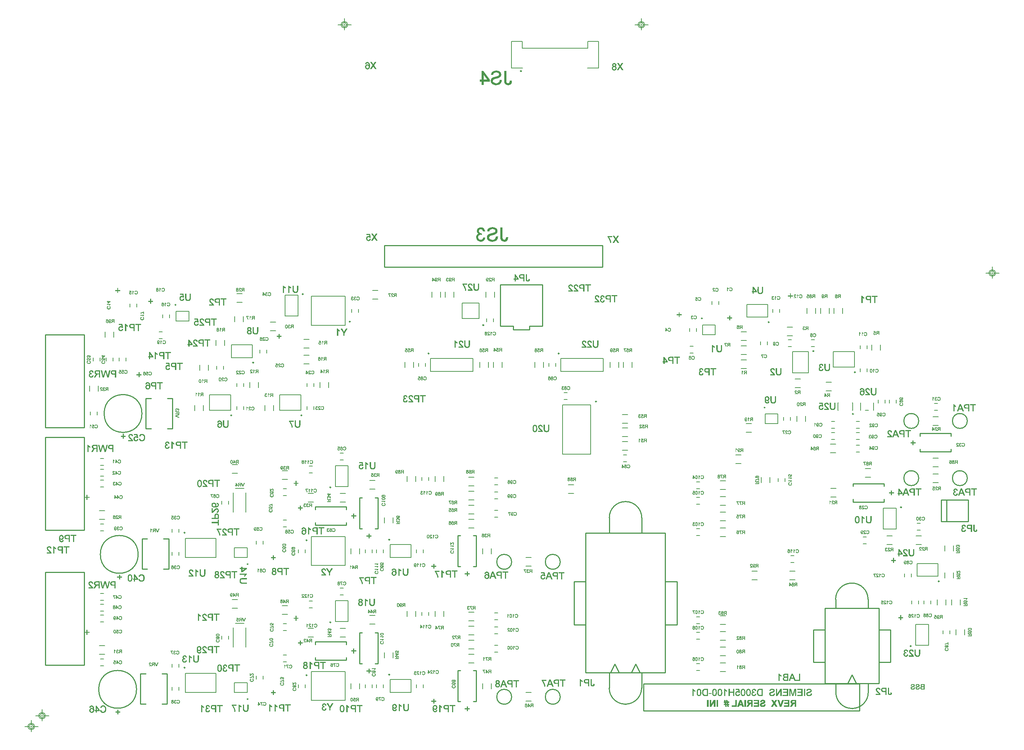
<source format=gbr>
*
*
G04 PADS VX.2.2 Build Number: 7607494 generated Gerber (RS-274-X) file*
G04 PC Version=2.1*
*
%IN "D3005H100_A.PCB"*%
*
%MOIN*%
*
%FSLAX35Y35*%
*
*
*
*
G04 PC Standard Apertures*
*
*
G04 Thermal Relief Aperture macro.*
%AMTER*
1,1,$1,0,0*
1,0,$1-$2,0,0*
21,0,$3,$4,0,0,45*
21,0,$3,$4,0,0,135*
%
*
*
G04 Annular Aperture macro.*
%AMANN*
1,1,$1,0,0*
1,0,$2,0,0*
%
*
*
G04 Odd Aperture macro.*
%AMODD*
1,1,$1,0,0*
1,0,$1-0.005,0,0*
%
*
*
G04 PC Custom Aperture Macros*
*
*
*
*
*
*
G04 PC Aperture Table*
*
%ADD010C,0.01*%
%ADD012C,0.005*%
%ADD059C,0.001*%
%ADD061C,0.007*%
*
*
*
*
G04 PC Circuitry*
G04 Layer Name D3005H100_A.PCB - circuitry*
%LPD*%
*
G54D59*
G01X965901Y272330D02*
X965105Y272410D01*
X965023Y271832*
X965020Y271821*
X964841Y271374*
X964822Y271351*
X964555Y271173*
X964543Y271167*
X964275Y271078*
X964243*
X963707Y271256*
X963683Y271274*
X963415Y271631*
X963407Y271649*
X963318Y272006*
X963316Y272018*
Y276879*
X962523*
Y271847*
X962697Y271327*
X962955Y270982*
X963301Y270723*
X963737Y270548*
X964260Y270461*
X964955Y270548*
X965471Y270892*
X965817Y271498*
X965901Y272330*
X965521Y310379D02*
X960443D01*
Y309764*
X962536*
X962586Y309714*
Y304050*
X963379*
Y309714*
X963429Y309764*
X965521*
Y310379*
X960664Y175131D02*
X960620Y175528D01*
X960578Y175741*
X960453Y175948*
X960288Y176072*
X960076Y176157*
X959821Y176199*
X959530Y176158*
X959321Y175991*
X959108Y175736*
X959022Y175390*
X958934Y175371*
X958757Y175592*
X958583Y175766*
X958364Y175941*
X957550Y176430*
Y176010*
X958195Y175623*
X958197Y175622*
X958465Y175443*
X958468Y175442*
X958468D02*
X958645Y175309D01*
X958778Y175220*
X958785Y175214*
X958875Y175125*
X958884Y175112*
X958973Y174933*
X958979Y174911*
Y174196*
X958929Y174146*
X957550*
Y173800*
X960664*
Y175131*
X960407Y175179D02*
Y174196D01*
X960357Y174146*
X959286*
X959236Y174196*
Y175313*
X959236D02*
X959237Y175325D01*
X959282Y175503*
X959295Y175526*
X959518Y175750*
X959538Y175762*
X959806Y175851*
X959831Y175853*
X960054Y175808*
X960067Y175804*
X960246Y175714*
X960270Y175688*
X960359Y175465*
X960362Y175455*
X960406Y175187*
X960407Y175179*
X960664Y177904D02*
X960621Y178241D01*
X960453Y178493*
X960200Y178704*
X959909Y178777*
X959876Y178478*
X960054Y178442*
X960072Y178434*
X960206Y178345*
X960219Y178334*
X960353Y178155*
X960353D02*
X960362Y178135D01*
X960406Y177912*
X960407Y177902*
X960406Y177890*
X960316Y177533*
X960303Y177509*
X960125Y177331*
X960108Y177320*
X959885Y177230*
X959882Y177229*
X959614Y177140*
X959603Y177138*
X959157Y177093*
X959102Y177143*
X959121Y177182*
X959339Y177357*
X959462Y177521*
X959547Y177945*
X959463Y178282*
X959251Y178578*
X958955Y178747*
X958569Y178833*
X958270Y178790*
X958012Y178704*
X957801Y178578*
X957634Y178369*
X957549Y178113*
X957505Y177853*
Y177644*
X957590Y177431*
X957675Y177262*
X957844Y177093*
X957844D02*
X958057Y176965D01*
X958318Y176878*
X958623Y176791*
X959015*
X959414Y176835*
X959767Y176879*
X960068Y176966*
X960322Y177135*
X960578Y177476*
X960664Y177904*
X959291Y177813D02*
Y177812D01*
X959291D02*
X959290Y177804D01*
X959246Y177536*
X959239Y177519*
X959105Y177296*
X959088Y177279*
X958865Y177145*
X958848Y177138*
X958580Y177094*
X958562*
X958338Y177138*
X958336Y177139*
X958158Y177184*
X958142Y177191*
X958008Y177280*
X957996Y177291*
X957862Y177470*
X957860Y177472*
X957771Y177606*
X957763Y177634*
X957763D02*
Y177857D01*
X957763D02*
Y177867D01*
X957808Y178090*
X957814Y178106*
X957948Y178329*
X957965Y178346*
X958189Y178480*
X958207Y178487*
X958520Y178532*
X958534*
X958846Y178487*
X958865Y178480*
X959088Y178346*
X959105Y178329*
X959239Y178106*
X959246Y178089*
X959290Y177821*
X959291Y177813*
X960664Y180356D02*
X960578Y180783D01*
X960455Y180946*
X960288Y181072*
X959806Y181247*
X959502Y181334*
X959065*
X958579Y181290*
X958185Y181202*
X957883Y181073*
X957674Y180905*
X957548Y180655*
X957506Y180359*
X957591Y179976*
X957803Y179680*
X958011Y179555*
X958317Y179468*
X958667Y179380*
X959060*
X959591Y179425*
X959985Y179512*
X960287Y179642*
X960287D02*
X960496Y179809D01*
X960621Y180060*
X960664Y180356*
X960407Y180357D02*
X960407D01*
X960406Y180347*
X960362Y180124*
X960352Y180103*
X960173Y179879*
X960156Y179866*
X959978Y179777*
X959965Y179772*
X959742Y179728*
X959739Y179727*
X959427Y179683*
X959420Y179682*
X958705*
X958697Y179683*
X958429Y179727*
X958428Y179728*
X958204Y179772*
X958192Y179777*
X958013Y179866*
X957997Y179879*
X957818Y180103*
X957808Y180124*
X957763Y180347*
Y180357*
X957763D02*
Y180367D01*
X957808Y180590*
X957818Y180612*
X957997Y180835*
X958013Y180848*
X958192Y180938*
X958204Y180942*
X958428Y180987*
X958429*
X958697Y181031*
X958705Y181032*
X959420*
X959427*
X959739Y180987*
X959742*
X959965Y180942*
X959983Y180934*
X960117Y180845*
X960121Y180843*
X960344Y180664*
X960362Y180633*
X960406Y180365*
X960407Y180357*
X960995Y276879D02*
X958104D01*
X957755Y276791*
X956965Y276528*
X956708Y276271*
X956446Y275922*
X956273Y275490*
Y275057*
X956361Y274358*
X956797Y273747*
X957055Y273489*
X957488Y273316*
X957925Y273229*
X960152*
X960202Y273179*
Y270550*
X960995*
Y276879*
X960202Y276214D02*
Y273893D01*
X960152Y273843*
X958545*
X958538*
X957913Y273933*
X957901Y273936*
X957455Y274114*
X957430Y274135*
X957162Y274581*
X957156Y274597*
X957067Y275044*
X957066Y275054*
Y275411*
X957071Y275433*
X957250Y275790*
X957259Y275803*
X957527Y276071*
X957547Y276083*
X958082Y276262*
X958098Y276264*
X960152*
X960202Y276214*
X964521Y388379D02*
X959443D01*
Y387764*
X961536*
X961586Y387714*
Y382050*
X962379*
Y387714*
X962429Y387764*
X964521*
Y388379*
X956664Y203131D02*
X956620Y203528D01*
X956578Y203741*
X956453Y203948*
X956288Y204072*
X956076Y204157*
X955821Y204199*
X955530Y204158*
X955321Y203991*
X955108Y203736*
X955022Y203390*
X954934Y203371*
X954757Y203592*
X954583Y203766*
X954364Y203941*
X953550Y204430*
Y204010*
X954195Y203623*
X954197Y203622*
X954465Y203443*
X954468Y203442*
X954468D02*
X954645Y203309D01*
X954778Y203220*
X954785Y203214*
X954875Y203125*
X954884Y203112*
X954973Y202933*
X954979Y202911*
Y202196*
X954929Y202146*
X953550*
Y201800*
X956664*
Y203131*
X956407Y203179D02*
Y202196D01*
X956357Y202146*
X955286*
X955236Y202196*
Y203312*
X955236D02*
X955237Y203325D01*
X955282Y203503*
X955295Y203526*
X955518Y203750*
X955538Y203762*
X955806Y203851*
X955831Y203853*
X956054Y203808*
X956067Y203804*
X956246Y203714*
X956270Y203688*
X956359Y203465*
X956362Y203455*
X956406Y203187*
X956407Y203179*
X956664Y205904D02*
X956621Y206241D01*
X956453Y206493*
X956200Y206704*
X955909Y206777*
X955876Y206478*
X956054Y206442*
X956072Y206434*
X956206Y206345*
X956219Y206334*
X956353Y206155*
X956353D02*
X956362Y206135D01*
X956406Y205912*
X956407Y205902*
X956406Y205890*
X956316Y205533*
X956303Y205509*
X956125Y205331*
X956108Y205320*
X955885Y205230*
X955882Y205229*
X955614Y205140*
X955603Y205138*
X955157Y205093*
X955102Y205143*
X955121Y205182*
X955339Y205357*
X955462Y205521*
X955547Y205945*
X955463Y206282*
X955251Y206578*
X954955Y206747*
X954569Y206833*
X954270Y206790*
X954012Y206704*
X953801Y206578*
X953634Y206369*
X953549Y206113*
X953505Y205853*
Y205644*
X953590Y205431*
X953675Y205262*
X953844Y205093*
X953844D02*
X954057Y204965D01*
X954318Y204878*
X954623Y204791*
X955015*
X955414Y204835*
X955767Y204879*
X956068Y204966*
X956322Y205135*
X956578Y205476*
X956664Y205904*
X955291Y205813D02*
Y205812D01*
X955290Y205804*
X955246Y205536*
X955239Y205519*
X955105Y205296*
X955088Y205279*
X954865Y205145*
X954848Y205138*
X954580Y205094*
X954562*
X954338Y205138*
X954336Y205139*
X954158Y205184*
X954142Y205191*
X954008Y205280*
X953996Y205291*
X953862Y205470*
X953860Y205472*
X953771Y205606*
X953763Y205634*
X953763D02*
Y205857D01*
X953763D02*
Y205867D01*
X953808Y206090*
X953814Y206106*
X953948Y206329*
X953965Y206346*
X954189Y206480*
X954207Y206487*
X954520Y206532*
X954534*
X954846Y206487*
X954865Y206480*
X955088Y206346*
X955105Y206329*
X955239Y206106*
X955246Y206089*
X955290Y205821*
X955291Y205813*
X956664Y208754D02*
X953550D01*
Y208452*
X956000*
X956050Y208402*
X956040Y208372*
X955775Y208018*
X955590Y207648*
X955882*
X956046Y207936*
X956048Y207938*
X956226Y208206*
X956233Y208214*
X956456Y208437*
X956465Y208445*
X956664Y208564*
Y208754*
X959450Y310379D02*
X956560D01*
X956210Y310291*
X955420Y310028*
X955163Y309771*
X954901Y309422*
X954729Y308990*
Y308557*
X954816Y307858*
X955253Y307247*
X955510Y306989*
X955943Y306816*
X956380Y306729*
X958607*
X958657Y306679*
Y304050*
X959450*
Y310379*
X958657Y309714D02*
Y307393D01*
X958607Y307343*
X957000*
X956993*
X956368Y307433*
X956356Y307436*
X955910Y307614*
X955886Y307635*
X955618Y308081*
X955612Y308097*
X955522Y308544*
X955521Y308554*
Y308911*
X955527Y308933*
X955705Y309290*
X955715Y309303*
X955983Y309571*
X956002Y309583*
X956538Y309762*
X956554Y309764*
X958607*
X958657Y309714*
X955268Y272153D02*
X954561Y272232D01*
X954396Y271734*
X954388Y271720*
X954120Y271363*
X954103Y271348*
X953746Y271170*
X953733Y271165*
X953287Y271076*
X953269*
X952733Y271165*
X952711Y271174*
X952354Y271442*
X952341Y271456*
X952073Y271903*
X952067Y271919*
X951978Y272365*
X951977Y272375*
Y272383*
X952067Y272919*
X952076Y272941*
X952344Y273298*
X952354Y273308*
X952711Y273576*
X952733Y273585*
X953269Y273674*
X953285*
X953755Y273596*
X953679Y274200*
X953098*
X953068Y274210*
X952711Y274478*
X952706Y274483*
X952438Y274750*
X952424Y274776*
X952335Y275222*
X952334Y275232*
X952335Y275244*
X952425Y275601*
X952428Y275612*
X952607Y275969*
X952624Y275988*
X952892Y276167*
X952910Y276174*
X953356Y276263*
X953378*
X953735Y276174*
X953746Y276170*
X954103Y275991*
X954125Y275969*
X954304Y275612*
X954305Y275608*
X954470Y275197*
X955172Y275275*
X954928Y275923*
X954580Y276446*
X954062Y276791*
X953368Y276878*
X952934Y276791*
X952498Y276617*
X951804Y276096*
X951632Y275233*
X951803Y274547*
X952503Y274022*
X952523Y273982*
X952489Y273935*
X951965Y273760*
X951620Y273415*
X951361Y272983*
X951274Y272378*
X951448Y271681*
X951884Y270984*
X952491Y270637*
X953368Y270461*
X954064Y270548*
X954671Y270895*
X955106Y271503*
X955268Y272153*
X958450Y388379D02*
X955560D01*
X955210Y388291*
X954420Y388028*
X954163Y387771*
X953901Y387422*
X953729Y386990*
Y386557*
X953816Y385858*
X954253Y385247*
X954510Y384989*
X954943Y384816*
X955380Y384729*
X957607*
X957657Y384679*
Y382050*
X958450*
Y388379*
X957657Y387714D02*
Y385393D01*
X957607Y385343*
X956000*
X955993*
X955368Y385433*
X955356Y385436*
X954910Y385614*
X954886Y385635*
X954618Y386081*
X954612Y386097*
X954522Y386544*
X954521Y386554*
Y386911*
X954527Y386933*
X954705Y387290*
X954715Y387303*
X954983Y387571*
X955002Y387583*
X955538Y387762*
X955554Y387764*
X957607*
X957657Y387714*
X950164Y228131D02*
X950120Y228528D01*
X950078Y228741*
X949953Y228948*
X949788Y229072*
X949576Y229157*
X949321Y229199*
X949030Y229158*
X948821Y228991*
X948608Y228736*
X948522Y228390*
X948434Y228371*
X948257Y228592*
X948083Y228766*
X947864Y228941*
X947050Y229430*
Y229010*
X947695Y228623*
X947697Y228622*
X947965Y228443*
X947968Y228442*
X947968D02*
X948145Y228309D01*
X948278Y228220*
X948285Y228214*
X948375Y228125*
X948384Y228112*
X948473Y227933*
X948479Y227911*
Y227196*
X948429Y227146*
X947050*
Y226800*
X950164*
Y228131*
X949907Y228179D02*
Y227196D01*
X949857Y227146*
X948786*
X948736Y227196*
Y228312*
X948736D02*
X948737Y228325D01*
X948782Y228503*
X948795Y228526*
X949018Y228750*
X949038Y228762*
X949306Y228851*
X949331Y228853*
X949554Y228808*
X949567Y228804*
X949746Y228714*
X949770Y228688*
X949859Y228465*
X949862Y228455*
X949906Y228187*
X949907Y228179*
X950164Y230904D02*
X950121Y231241D01*
X949953Y231493*
X949700Y231704*
X949409Y231777*
X949376Y231478*
X949554Y231442*
X949572Y231434*
X949706Y231345*
X949719Y231334*
X949853Y231155*
X949853D02*
X949862Y231135D01*
X949906Y230912*
X949907Y230902*
X949906Y230890*
X949816Y230533*
X949803Y230509*
X949625Y230331*
X949608Y230320*
X949385Y230230*
X949382Y230229*
X949114Y230140*
X949103Y230138*
X948657Y230093*
X948602Y230143*
X948621Y230182*
X948839Y230357*
X948962Y230521*
X949047Y230945*
X948963Y231282*
X948751Y231578*
X948455Y231747*
X948069Y231833*
X947770Y231790*
X947512Y231704*
X947301Y231578*
X947134Y231369*
X947049Y231113*
X947005Y230853*
Y230644*
X947090Y230431*
X947175Y230262*
X947344Y230093*
X947344D02*
X947557Y229965D01*
X947818Y229878*
X948123Y229791*
X948515*
X948914Y229835*
X949267Y229879*
X949568Y229966*
X949822Y230135*
X950078Y230476*
X950164Y230904*
X948791Y230813D02*
Y230812D01*
X948790Y230804*
X948746Y230536*
X948739Y230519*
X948605Y230296*
X948588Y230279*
X948365Y230145*
X948348Y230138*
X948080Y230094*
X948062*
X947838Y230138*
X947836Y230139*
X947658Y230184*
X947642Y230191*
X947508Y230280*
X947496Y230291*
X947362Y230470*
X947360Y230472*
X947271Y230606*
X947263Y230634*
X947263D02*
Y230857D01*
X947263D02*
Y230867D01*
X947308Y231090*
X947314Y231106*
X947448Y231329*
X947465Y231346*
X947689Y231480*
X947707Y231487*
X948020Y231532*
X948034*
X948346Y231487*
X948365Y231480*
X948588Y231346*
X948605Y231329*
X948739Y231106*
X948746Y231089*
X948790Y230821*
X948791Y230813*
X950164Y233310D02*
X950078Y233696D01*
X949907Y233994*
X949658Y234202*
X949324Y234244*
X948980Y234158*
X948766Y234072*
X948594Y233943*
X948330Y233723*
X948020Y233369*
X947798Y233103*
X947665Y232925*
X947656Y232916*
X947433Y232738*
X947352Y232777*
Y234289*
X947050*
Y232300*
X947254Y232334*
X947466Y232419*
X947903Y232768*
X948167Y233077*
X948168Y233078*
X948525Y233480*
X948530Y233484*
X948842Y233752*
X948849Y233757*
X949072Y233891*
X949088Y233897*
X949312Y233942*
X949331*
X949554Y233897*
X949580Y233884*
X949714Y233750*
X949719Y233744*
X949853Y233566*
X949853D02*
X949862Y233546D01*
X949906Y233322*
X949907Y233312*
X949906Y233304*
X949862Y233036*
X949853Y233015*
X949853D02*
X949719Y232836D01*
X949709Y232826*
X949530Y232692*
X949510Y232683*
X949332Y232647*
X949365Y232348*
X949657Y232421*
X949953Y232633*
X950121Y232927*
X950164Y233310*
X949664Y252131D02*
X949620Y252528D01*
X949578Y252741*
X949453Y252948*
X949288Y253072*
X949076Y253157*
X948821Y253199*
X948530Y253158*
X948321Y252991*
X948108Y252736*
X948022Y252390*
X947934Y252371*
X947757Y252592*
X947583Y252766*
X947364Y252941*
X946550Y253430*
Y253010*
X947195Y252623*
X947197Y252622*
X947465Y252443*
X947468Y252442*
X947468D02*
X947645Y252309D01*
X947778Y252220*
X947785Y252214*
X947875Y252125*
X947884Y252112*
X947973Y251933*
X947979Y251911*
Y251196*
X947929Y251146*
X946550*
Y250800*
X949664*
Y252131*
X949407Y252179D02*
Y251196D01*
X949357Y251146*
X948286*
X948236Y251196*
Y252313*
X948236D02*
X948237Y252325D01*
X948282Y252503*
X948295Y252526*
X948518Y252750*
X948538Y252762*
X948806Y252851*
X948831Y252853*
X949054Y252808*
X949067Y252804*
X949246Y252714*
X949270Y252688*
X949359Y252465*
X949362Y252455*
X949406Y252187*
X949407Y252179*
X949664Y254904D02*
X949621Y255241D01*
X949453Y255493*
X949200Y255704*
X948909Y255777*
X948876Y255478*
X949054Y255442*
X949072Y255434*
X949206Y255345*
X949219Y255334*
X949353Y255155*
X949353D02*
X949362Y255135D01*
X949406Y254912*
X949407Y254902*
X949406Y254890*
X949316Y254533*
X949303Y254509*
X949125Y254331*
X949108Y254320*
X948885Y254230*
X948882Y254229*
X948614Y254140*
X948603Y254138*
X948157Y254093*
X948102Y254143*
X948121Y254182*
X948339Y254357*
X948462Y254521*
X948547Y254945*
X948463Y255282*
X948251Y255578*
X947955Y255747*
X947569Y255833*
X947270Y255790*
X947012Y255704*
X946801Y255578*
X946634Y255369*
X946549Y255113*
X946505Y254853*
Y254644*
X946590Y254431*
X946675Y254262*
X946844Y254093*
X946844D02*
X947057Y253965D01*
X947318Y253878*
X947623Y253791*
X948015*
X948414Y253835*
X948767Y253879*
X949068Y253966*
X949322Y254135*
X949578Y254476*
X949664Y254904*
X948291Y254813D02*
Y254812D01*
X948291D02*
X948290Y254804D01*
X948246Y254536*
X948239Y254519*
X948105Y254296*
X948088Y254279*
X947865Y254145*
X947848Y254138*
X947580Y254094*
X947562*
X947338Y254138*
X947336Y254139*
X947158Y254184*
X947142Y254191*
X947008Y254280*
X946996Y254291*
X946862Y254470*
X946860Y254472*
X946771Y254606*
X946763Y254634*
X946763D02*
Y254857D01*
X946763D02*
Y254867D01*
X946808Y255090*
X946814Y255106*
X946948Y255329*
X946965Y255346*
X947189Y255480*
X947207Y255487*
X947520Y255532*
X947534*
X947846Y255487*
X947865Y255480*
X948088Y255346*
X948105Y255329*
X948239Y255106*
X948246Y255089*
X948290Y254821*
X948291Y254813*
X949664Y257311D02*
X949622Y257521D01*
X949536Y257734*
X949284Y258071*
X948867Y258154*
X948538Y258072*
X948281Y257729*
X948194Y257743*
X948108Y258000*
X947942Y258166*
X947733Y258291*
X947440Y258333*
X947100Y258248*
X946760Y258036*
X946592Y257741*
X946506Y257311*
X946548Y256971*
X946717Y256677*
X947012Y256466*
X947305Y256393*
X947339Y256697*
X947109Y256774*
X947095Y256781*
X946916Y256915*
X946902Y256933*
X946812Y257112*
X946808Y257124*
X946763Y257347*
Y257357*
X946763D02*
Y257365D01*
X946808Y257633*
X946817Y257655*
X946951Y257834*
X946965Y257846*
X947189Y257980*
X947204Y257987*
X947428Y258031*
X947446*
X947714Y257987*
X947735Y257978*
X947735D02*
X947914Y257844D01*
X947924Y257834*
X948058Y257655*
X948067Y257633*
X948112Y257365*
X948113Y257357*
X948113D02*
X948113D01*
X948113D02*
X948112Y257349D01*
X948078Y257147*
X948325Y257178*
Y257446*
X948335Y257476*
X948469Y257655*
X948474Y257660*
X948608Y257794*
X948633Y257808*
X948856Y257853*
X948878Y257852*
X949057Y257807*
X949067Y257804*
X949246Y257714*
X949265Y257697*
X949354Y257563*
X949362Y257546*
X949406Y257322*
X949407Y257313*
X949407D02*
X949406Y257300D01*
X949361Y257122*
X949357Y257112*
X949268Y256933*
X949246Y256911*
X949067Y256821*
X949063Y256820*
X948875Y256744*
X948909Y256444*
X949200Y256554*
X949455Y256724*
X949621Y256973*
X949664Y257311*
X954337Y304050D02*
X951788Y310379D01*
X950873*
X948324Y304050*
X949197*
X949899Y305981*
X949946Y306014*
X952714*
X952761Y305981*
X953464Y304050*
X954337*
X952446Y306629D02*
X950214D01*
X950164Y306679*
X950167Y306696*
X950792Y308393*
X951060Y309105*
X951238Y309728*
X951332Y309732*
X951779Y308571*
X952493Y306696*
X952446Y306629*
X954334Y351107D02*
X954290Y351588D01*
X954160Y351977*
X953945Y352278*
X953644Y352537*
X953301Y352665*
X952911Y352709*
X952526Y352666*
X952183Y352452*
X951926Y352194*
X951776Y351858*
X952122Y351789*
X952240Y352064*
X952250Y352080*
X952429Y352259*
X952439Y352266*
X952662Y352400*
X952679Y352406*
X952947Y352451*
X952962*
X953275Y352407*
X953290Y352402*
X953558Y352268*
X953575Y352254*
X953753Y352031*
X953759Y352022*
X953893Y351755*
X953893D02*
X953898Y351739D01*
X953942Y351427*
X953987Y351160*
Y351152*
X953987D02*
Y351146D01*
X953943Y350744*
X953941Y350738*
X953852Y350381*
X953846Y350367*
X953713Y350144*
X953709Y350138*
X953530Y349915*
X953507Y349899*
X953239Y349810*
X953231Y349808*
X952964Y349763*
X952948*
X952636Y349808*
X952615Y349816*
X952347Y349994*
X952336Y350004*
X952157Y350228*
X952150Y350241*
X952031Y350559*
X951683Y350489*
X951839Y350061*
X952095Y349763*
X952480Y349549*
X952911Y349506*
X953343Y349549*
X953688Y349722*
X953988Y349935*
X954159Y350278*
X954290Y350671*
X954334Y351107*
X951107Y350305D02*
X950803Y350339D01*
X950726Y350109*
X950719Y350095*
X950585Y349916*
X950567Y349902*
X950388Y349812*
X950376Y349808*
X950153Y349763*
X950135*
X949867Y349808*
X949845Y349817*
X949666Y349951*
X949654Y349965*
X949520Y350189*
X949513Y350204*
X949469Y350428*
X949468Y350438*
X949469Y350446*
X949513Y350714*
X949522Y350735*
X949522D02*
X949656Y350914D01*
X949666Y350924*
X949845Y351058*
X949867Y351067*
X950135Y351112*
X950151*
X950353Y351078*
X950322Y351325*
X950054*
X950024Y351335*
X949845Y351469*
X949840Y351474*
X949706Y351608*
X949692Y351633*
X949647Y351856*
X949646Y351866*
X949648Y351878*
X949693Y352057*
X949696Y352067*
X949786Y352246*
X949803Y352265*
X949937Y352354*
X949954Y352362*
X950178Y352406*
X950200*
X950378Y352361*
X950388Y352357*
X950567Y352268*
X950589Y352246*
X950679Y352067*
X950680Y352063*
X950756Y351875*
X951056Y351909*
X950946Y352200*
X950776Y352455*
X950527Y352621*
X950189Y352664*
X949979Y352622*
X949766Y352536*
X949429Y352284*
X949346Y351867*
X949428Y351538*
X949771Y351281*
X949791Y351241*
X949757Y351194*
X949500Y351108*
X949334Y350942*
X949209Y350733*
X949167Y350440*
X949252Y350100*
X949464Y349760*
X949759Y349592*
X950189Y349506*
X950529Y349548*
X950823Y349717*
X951034Y350012*
X951107Y350305*
X947741Y305653D02*
X947035Y305732D01*
X946869Y305234*
X946861Y305220*
X946594Y304863*
X946576Y304848*
X946219Y304670*
X946206Y304665*
X945760Y304576*
X945742*
X945206Y304665*
X945184Y304674*
X944827Y304942*
X944814Y304956*
X944546Y305403*
X944540Y305419*
X944451Y305865*
X944450Y305875*
X944451Y305883*
X944540Y306419*
X944549Y306441*
X944817Y306798*
X944827Y306808*
X945184Y307076*
X945206Y307085*
X945742Y307174*
X945758*
X946228Y307096*
X946152Y307700*
X945571*
X945541Y307710*
X945184Y307978*
X945179Y307983*
X944911Y308250*
X944897Y308276*
X944808Y308722*
X944807Y308732*
X944809Y308744*
X944898Y309101*
X944902Y309112*
X945080Y309469*
X945097Y309488*
X945365Y309667*
X945383Y309674*
X945829Y309763*
X945851*
X946209Y309674*
X946219Y309670*
X946576Y309491*
X946598Y309469*
X946777Y309112*
X946779Y309108*
X946943Y308697*
X947645Y308775*
X947402Y309423*
X947053Y309946*
X946536Y310291*
X945841Y310378*
X945407Y310291*
X944971Y310117*
X944277Y309596*
X944105Y308733*
X944276Y308047*
X944976Y307522*
X944996Y307482*
X944962Y307435*
X944438Y307260*
X944093Y306915*
X943834Y306483*
X943747Y305878*
X943922Y305181*
X944357Y304484*
X944964Y304137*
X945841Y303961*
X946537Y304048*
X947144Y304395*
X947579Y305003*
X947741Y305653*
X947700Y336664D02*
X946369D01*
X945972Y336620*
X945759Y336578*
X945552Y336453*
X945428Y336288*
X945343Y336076*
X945301Y335821*
X945342Y335530*
X945509Y335321*
X945764Y335108*
X946110Y335022*
X946148Y334973*
X946129Y334934*
X945908Y334757*
X945734Y334583*
X945559Y334364*
X945070Y333550*
X945490*
X945877Y334195*
X945878Y334197*
X946057Y334465*
X946058Y334468*
X946058D02*
X946191Y334645D01*
X946280Y334778*
X946286Y334785*
X946375Y334875*
X946388Y334884*
X946567Y334973*
X946589Y334979*
X947304*
X947354Y334929*
Y333550*
X947700*
Y336664*
X947354Y336357D02*
Y335286D01*
X947304Y335236*
X946187*
X946187D02*
X946175Y335237D01*
X945997Y335282*
X945974Y335295*
X945750Y335518*
X945738Y335538*
X945649Y335806*
X945646Y335821*
X945647Y335831*
X945692Y336054*
X945696Y336067*
X945786Y336246*
X945812Y336270*
X946035Y336359*
X946045Y336362*
X946313Y336406*
X946321Y336407*
X947304*
X947354Y336357*
X948700Y349550D02*
X948666Y349754D01*
X948581Y349966*
X948232Y350403*
X947923Y350667*
X947922Y350668*
X947520Y351025*
X947516Y351030*
X947248Y351342*
X947243Y351349*
X947109Y351572*
X947103Y351588*
X947058Y351812*
X947057Y351821*
X947058Y351831*
X947103Y352054*
X947116Y352080*
X947250Y352214*
X947256Y352219*
X947434Y352353*
X947434D02*
X947454Y352362D01*
X947678Y352406*
X947696*
X947964Y352362*
X947985Y352353*
X947985D02*
X948164Y352219D01*
X948174Y352209*
X948308Y352030*
X948317Y352010*
X948353Y351832*
X948652Y351865*
X948579Y352157*
X948367Y352453*
X948073Y352621*
X947690Y352664*
X947304Y352578*
X947006Y352407*
X946798Y352158*
X946756Y351824*
X946842Y351480*
X946928Y351266*
X947057Y351094*
X947277Y350830*
X947631Y350520*
X947897Y350298*
X948075Y350165*
X948084Y350156*
X948262Y349933*
X948273Y349902*
X948223Y349852*
X946711*
Y349550*
X948700*
X953337Y382050D02*
X950788Y388379D01*
X949873*
X947324Y382050*
X948197*
X948899Y383981*
X948946Y384014*
X951714*
X951761Y383981*
X952464Y382050*
X953337*
X951446Y384629D02*
X949214D01*
X949164Y384679*
X949167Y384696*
X949792Y386393*
X950060Y387105*
X950238Y387728*
X950332Y387732*
X950779Y386571*
X951493Y384696*
X951446Y384629*
X944619Y334439D02*
X944576Y334693D01*
X944492Y334946*
X944330Y335108*
X944073Y335194*
X944039Y335241*
X944064Y335284*
X944281Y335415*
X944281D02*
X944405Y335539D01*
X944488Y335704*
X944530Y335912*
X944488Y336202*
X944279Y336453*
X944027Y336621*
X943643Y336664*
X943259Y336621*
X943007Y336453*
X942798Y336202*
X942756Y335869*
X942797Y335705*
X942880Y335539*
X943004Y335415*
X943222Y335284*
X943246Y335241*
X943219Y335196*
X942958Y335066*
X942793Y334900*
X942709Y334692*
X942667Y334439*
X942753Y334054*
X942921Y333759*
X943258Y333548*
X943643Y333506*
X944028Y333548*
X944365Y333759*
X944533Y334054*
X944619Y334439*
X944228Y335901D02*
X944183Y335678D01*
X944176Y335660*
X944086Y335526*
X944067Y335509*
X943888Y335420*
X943876Y335415*
X943653Y335371*
X943633*
X943410Y335415*
X943397Y335420*
X943219Y335509*
X943199Y335526*
X943110Y335660*
X943103Y335675*
X943059Y335854*
X943057Y335866*
X943059Y335878*
X943103Y336057*
X943107Y336067*
X943196Y336246*
X943219Y336268*
X943397Y336357*
X943410Y336362*
X943633Y336406*
X943653*
X943876Y336362*
X943888Y336357*
X944067Y336268*
X944086Y336251*
X944176Y336117*
X944182Y336101*
X944227Y335923*
X944228Y335901*
X944318Y334438D02*
Y334437D01*
X944317Y334430*
X944273Y334118*
X944265Y334097*
X944176Y333963*
X944156Y333946*
X943981Y333858*
X943981D02*
X943849Y333771D01*
X943821Y333763*
X943821D02*
X943643D01*
X943643D02*
X943635D01*
X943367Y333808*
X943345Y333817*
X943166Y333951*
X943156Y333961*
X943022Y334140*
X943022D02*
X943013Y334161D01*
X942969Y334429*
X942968Y334438*
X942968D02*
X942969Y334447D01*
X943013Y334671*
X943020Y334686*
X943154Y334910*
X943166Y334924*
X943345Y335058*
X943367Y335067*
X943635Y335112*
X943651*
X943919Y335067*
X943941Y335058*
X944119Y334924*
X944132Y334910*
X944266Y334686*
X944272Y334671*
X944317Y334447*
X944318Y334438*
X946218Y386792D02*
X945618Y387135D01*
X945615Y387137*
X945079Y387494*
X945072Y387500*
X944625Y387947*
X944618Y387956*
X944365Y388379*
X943907*
Y382050*
X944611*
Y387000*
X944691Y387040*
X945401Y386507*
X946218Y386099*
Y386792*
X942209Y335015D02*
X942165Y335414D01*
X942121Y335767*
X942034Y336068*
X941865Y336322*
X941524Y336578*
X941096Y336664*
X940759Y336621*
X940507Y336453*
X940296Y336200*
X940223Y335909*
X940522Y335876*
X940558Y336054*
X940566Y336072*
X940655Y336206*
X940666Y336219*
X940845Y336353*
X940845D02*
X940865Y336362D01*
X941088Y336406*
X941110*
X941467Y336316*
X941491Y336303*
X941669Y336125*
X941680Y336108*
X941770Y335885*
X941771Y335882*
X941860Y335614*
X941862Y335603*
X941907Y335157*
Y335152*
X941818Y335121*
X941643Y335339*
X941479Y335462*
X941055Y335547*
X940718Y335463*
X940422Y335251*
X940253Y334955*
X940167Y334569*
X940210Y334270*
X940296Y334012*
X940422Y333801*
X940631Y333634*
X940887Y333549*
X941147Y333505*
X941356*
X941569Y333590*
X941738Y333675*
X941907Y333844*
X941907D02*
X942035Y334057D01*
X942122Y334318*
X942209Y334623*
Y335015*
X941907Y334571D02*
X941907D01*
X941906Y334562*
X941862Y334338*
X941861Y334336*
X941816Y334158*
X941809Y334142*
X941720Y334008*
X941709Y333996*
X941530Y333862*
X941528Y333860*
X941394Y333771*
X941366Y333763*
X941366D02*
X941143D01*
X941143D02*
X941133D01*
X940910Y333808*
X940894Y333814*
X940671Y333948*
X940654Y333965*
X940520Y334189*
X940513Y334207*
X940468Y334520*
Y334527*
X940468*
Y334534*
X940513Y334846*
X940520Y334865*
X940654Y335088*
X940671Y335105*
X940894Y335239*
X940911Y335246*
X941179Y335290*
X941196*
X941464Y335246*
X941481Y335239*
X941704Y335105*
X941721Y335088*
X941855Y334865*
X941862Y334848*
X941906Y334580*
X941907Y334571*
X939209Y161589D02*
X939166Y161974D01*
X938952Y162317*
X938694Y162574*
X938358Y162724*
X938289Y162378*
X938564Y162260*
X938580Y162250*
X938759Y162071*
X938766Y162061*
X938900Y161838*
X938906Y161821*
X938951Y161553*
X938952Y161545*
X938952*
X938951Y161538*
X938907Y161225*
X938902Y161210*
X938768Y160942*
X938754Y160925*
X938531Y160747*
X938522Y160741*
X938255Y160607*
X938255D02*
X938239Y160602D01*
X937927Y160558*
X937660Y160513*
X937646*
X937244Y160557*
X937238Y160559*
X936881Y160648*
X936867Y160654*
X936644Y160787*
X936638Y160791*
X936415Y160970*
X936399Y160993*
X936310Y161261*
X936308Y161269*
X936263Y161536*
Y161545*
X936263D02*
X936263D01*
X936263D02*
Y161552D01*
X936308Y161864*
X936316Y161885*
X936494Y162153*
X936504Y162164*
X936728Y162343*
X936741Y162350*
X937059Y162469*
X936989Y162817*
X936561Y162661*
X936263Y162405*
X936049Y162020*
X936006Y161589*
X936049Y161157*
X936222Y160812*
X936435Y160512*
X936778Y160341*
X937171Y160210*
X937607Y160166*
X938088Y160210*
X938477Y160340*
X938778Y160555*
X939037Y160856*
X939165Y161199*
X939209Y161589*
X939164Y164357D02*
X939121Y164741D01*
X938953Y164993*
X938702Y165202*
X938369Y165244*
X938205Y165203*
X938039Y165120*
X937915Y164996*
X937784Y164778*
X937696Y164781*
X937566Y165042*
X937400Y165207*
X937192Y165291*
X936939Y165333*
X936554Y165247*
X936259Y165079*
X936048Y164742*
X936006Y164357*
X936048Y163972*
X936259Y163635*
X936554Y163467*
X936939Y163381*
X937193Y163424*
X937446Y163508*
X937608Y163670*
X937694Y163927*
X937784Y163936*
X937915Y163719*
X937915D02*
X938039Y163595D01*
X938204Y163512*
X938412Y163470*
X938702Y163512*
X938953Y163721*
X939121Y163973*
X939164Y164357*
X938906Y164347D02*
X938862Y164124D01*
X938857Y164112*
X938768Y163933*
X938751Y163914*
X938617Y163824*
X938601Y163818*
X938423Y163773*
X938401Y163772*
X938178Y163817*
X938160Y163824*
X938026Y163914*
X938009Y163933*
X937920Y164112*
X937915Y164124*
X937871Y164347*
X937870Y164357*
X937871Y164367*
X937915Y164590*
X937920Y164603*
X938009Y164781*
X938026Y164801*
X938160Y164890*
X938175Y164897*
X938354Y164941*
X938378*
X938557Y164897*
X938567Y164893*
X938746Y164804*
X938768Y164781*
X938857Y164603*
X938862Y164590*
X938906Y164367*
Y164347*
X937613Y164357D02*
X937613D01*
X937613D02*
X937612Y164349D01*
X937567Y164081*
X937558Y164059*
X937424Y163881*
X937410Y163868*
X937186Y163734*
X937171Y163728*
X936947Y163683*
X936930*
X936618Y163727*
X936597Y163735*
X936463Y163824*
X936446Y163844*
X936358Y164019*
X936358D02*
X936271Y164151D01*
X936263Y164179*
X936263D02*
Y164357D01*
X936263D02*
Y164365D01*
X936308Y164633*
X936317Y164655*
X936451Y164834*
X936461Y164844*
X936640Y164978*
X936640D02*
X936661Y164987D01*
X936929Y165031*
X936947*
X937171Y164987*
X937186Y164980*
X937410Y164846*
X937424Y164834*
X937558Y164655*
X937567Y164633*
X937612Y164365*
X937613Y164357*
X939120Y167834D02*
X938874D01*
X938486Y167532*
X938479Y167528*
X937988Y167260*
X937987Y167259*
X937451Y166991*
X937448Y166990*
X936912Y166766*
X936903Y166763*
X936456Y166674*
X936451Y166673*
X936050Y166633*
Y166333*
X936392Y166371*
X936878Y166503*
X937410Y166681*
X937895Y166901*
X938336Y167210*
X938737Y167522*
X938818Y167482*
Y165836*
X939120*
Y167834*
X933700Y193164D02*
X932369D01*
X931972Y193120*
X931759Y193078*
X931552Y192953*
X931428Y192788*
X931343Y192576*
X931301Y192321*
X931342Y192030*
X931509Y191821*
X931764Y191608*
X932110Y191522*
X932148Y191473*
X932129Y191434*
X931908Y191257*
X931734Y191083*
X931559Y190864*
X931070Y190050*
X931490*
X931877Y190695*
X931878Y190697*
X932057Y190965*
X932058Y190968*
X932058D02*
X932191Y191145D01*
X932280Y191278*
X932286Y191285*
X932375Y191375*
X932388Y191384*
X932567Y191473*
X932589Y191479*
X933304*
X933354Y191429*
Y190050*
X933700*
Y193164*
X933354Y192857D02*
Y191786D01*
X933304Y191736*
X932187*
X932187D02*
X932175Y191737D01*
X931997Y191782*
X931974Y191795*
X931750Y192018*
X931738Y192038*
X931649Y192306*
X931646Y192321*
X931647Y192331*
X931692Y192554*
X931696Y192567*
X931786Y192746*
X931812Y192770*
X932035Y192859*
X932045Y192862*
X932313Y192906*
X932321Y192907*
X933304*
X933354Y192857*
X932200Y312164D02*
X930869D01*
X930472Y312120*
X930259Y312078*
X930052Y311953*
X929928Y311788*
X929843Y311576*
X929801Y311321*
X929842Y311030*
X930009Y310821*
X930264Y310608*
X930610Y310522*
X930648Y310473*
X930629Y310434*
X930408Y310257*
X930234Y310083*
X930059Y309864*
X929570Y309050*
X929990*
X930377Y309695*
X930378Y309697*
X930557Y309965*
X930558Y309968*
X930558D02*
X930691Y310145D01*
X930780Y310278*
X930786Y310285*
X930875Y310375*
X930888Y310384*
X931067Y310473*
X931089Y310479*
X931804*
X931854Y310429*
Y309050*
X932200*
Y312164*
X931854Y311857D02*
Y310786D01*
X931804Y310736*
X930687*
X930687D02*
X930675Y310737D01*
X930497Y310782*
X930474Y310795*
X930250Y311018*
X930238Y311038*
X930149Y311306*
X930146Y311321*
X930147Y311331*
X930192Y311554*
X930196Y311567*
X930286Y311746*
X930312Y311770*
X930535Y311859*
X930545Y311862*
X930813Y311906*
X930821Y311907*
X931804*
X931854Y311857*
X930619Y192142D02*
X930533Y192528D01*
X930363Y192868*
X930068Y193078*
X930068D02*
X929686Y193163D01*
X929686D02*
X929390Y193121D01*
X929137Y192995*
X928969Y192827*
X928797Y192526*
X928710Y192179*
X928666Y191652*
X928710Y191123*
X928797Y190687*
X928969Y190388*
X929181Y190175*
X929435Y190048*
X929733Y190006*
X930071Y190048*
X930321Y190215*
X930489Y190467*
X930563Y190760*
X930258Y190794*
X930181Y190565*
X930176Y190553*
X930086Y190419*
X930072Y190405*
X929938Y190316*
X929923Y190309*
X929744Y190264*
X929718*
X929406Y190354*
X929388Y190363*
X929165Y190541*
X929148Y190568*
X929105Y190741*
X929018Y190915*
X929013Y190933*
X928968Y191424*
Y191429*
Y191473*
X929050Y191511*
X929357Y191249*
X929568Y191164*
X929775Y191123*
X930070Y191207*
X930364Y191375*
X930533Y191713*
X930619Y192142*
X930318Y192098D02*
X930318D01*
X930317Y192090*
X930273Y191822*
X930266Y191805*
X930132Y191581*
X930119Y191567*
X929941Y191433*
X929919Y191424*
X929651Y191379*
X929635*
X929367Y191424*
X929345Y191433*
X929166Y191567*
X929154Y191581*
X929020Y191805*
X929013Y191823*
X928968Y192136*
Y192143*
X928968*
X928969Y192151*
X929013Y192419*
X929018Y192433*
X929152Y192701*
X929166Y192719*
X929345Y192853*
X929345D02*
X929367Y192862D01*
X929635Y192906*
X929653*
X929876Y192862*
X929897Y192852*
X930121Y192673*
X930132Y192660*
X930266Y192436*
X930273Y192418*
X930317Y192105*
X930318Y192098*
X931700Y367164D02*
X930369D01*
X929972Y367120*
X929759Y367078*
X929552Y366953*
X929428Y366788*
X929343Y366576*
X929301Y366321*
X929342Y366030*
X929509Y365821*
X929764Y365608*
X930110Y365522*
X930148Y365473*
X930129Y365434*
X929908Y365257*
X929734Y365083*
X929559Y364864*
X929070Y364050*
X929490*
X929877Y364695*
X929878Y364697*
X930057Y364965*
X930058Y364968*
X930058D02*
X930191Y365145D01*
X930280Y365278*
X930286Y365285*
X930375Y365375*
X930388Y365384*
X930567Y365473*
X930589Y365479*
X931304*
X931354Y365429*
Y364050*
X931700*
Y367164*
X931354Y366857D02*
Y365786D01*
X931304Y365736*
X930187*
X930187D02*
X930175Y365737D01*
X929997Y365782*
X929974Y365795*
X929750Y366018*
X929738Y366038*
X929649Y366306*
X929646Y366321*
X929647Y366331*
X929692Y366554*
X929696Y366567*
X929786Y366746*
X929812Y366770*
X930035Y366859*
X930045Y366862*
X930313Y366906*
X930321Y366907*
X931304*
X931354Y366857*
X928107Y190805D02*
X927803Y190839D01*
X927726Y190609*
X927723Y190603*
X927634Y190424*
X927612Y190402*
X927433Y190312*
X927421Y190308*
X927197Y190263*
X927180*
X926868Y190308*
X926840Y190322*
X926661Y190500*
X926654Y190510*
X926520Y190733*
X926513Y190752*
X926468Y191064*
Y191071*
X926468*
Y191078*
X926468D02*
X926513Y191391D01*
X926520Y191410*
X926654Y191633*
X926666Y191647*
X926845Y191781*
X926868Y191791*
X927180Y191835*
X927201Y191834*
X927514Y191745*
X927535Y191732*
X927742Y191526*
X928066Y191562*
X927771Y193120*
X926345*
Y192818*
X927500*
X927549Y192776*
X927683Y191927*
X927684Y191920*
X927606Y191878*
X927348Y192050*
X927056Y192092*
X926718Y192007*
X926420Y191795*
X926209Y191499*
X926166Y191116*
X926209Y190685*
X926379Y190388*
X926551Y190216*
X926717Y190091*
X926929Y190049*
X927189Y190006*
X927529Y190048*
X927823Y190217*
X928034Y190512*
X928107Y190805*
X929200Y309050D02*
X929166Y309254D01*
X929081Y309466*
X928732Y309903*
X928423Y310167*
X928422Y310168*
X928020Y310525*
X928016Y310530*
X927748Y310842*
X927743Y310849*
X927609Y311072*
X927603Y311088*
X927558Y311312*
X927557Y311321*
X927558Y311331*
X927603Y311554*
X927616Y311580*
X927750Y311714*
X927756Y311719*
X927934Y311853*
X927934D02*
X927954Y311862D01*
X928178Y311906*
X928196*
X928464Y311862*
X928485Y311853*
X928485D02*
X928664Y311719D01*
X928674Y311709*
X928808Y311530*
X928817Y311510*
X928853Y311332*
X929152Y311365*
X929079Y311657*
X928867Y311953*
X928573Y312121*
X928190Y312164*
X927804Y312078*
X927506Y311907*
X927298Y311658*
X927256Y311324*
X927342Y310980*
X927428Y310766*
X927557Y310594*
X927777Y310330*
X928131Y310020*
X928397Y309798*
X928575Y309665*
X928584Y309656*
X928762Y309433*
X928773Y309402*
X928723Y309352*
X927211*
Y309050*
X929200*
X931834Y393607D02*
X931790Y394088D01*
X931660Y394477*
X931445Y394778*
X931144Y395037*
X930801Y395165*
X930411Y395209*
X930026Y395166*
X929683Y394952*
X929426Y394694*
X929276Y394358*
X929622Y394289*
X929740Y394564*
X929750Y394580*
X929929Y394759*
X929939Y394766*
X930162Y394900*
X930179Y394906*
X930447Y394951*
X930462*
X930775Y394907*
X930790Y394902*
X931058Y394768*
X931075Y394754*
X931253Y394531*
X931259Y394522*
X931393Y394255*
X931393D02*
X931398Y394239D01*
X931442Y393927*
X931487Y393660*
Y393652*
X931487D02*
Y393646D01*
X931443Y393244*
X931441Y393238*
X931352Y392881*
X931346Y392867*
X931213Y392644*
X931209Y392638*
X931030Y392415*
X931007Y392399*
X930739Y392310*
X930731Y392308*
X930464Y392263*
X930448*
X930136Y392308*
X930115Y392316*
X929847Y392494*
X929836Y392504*
X929657Y392728*
X929650Y392741*
X929531Y393059*
X929183Y392989*
X929339Y392561*
X929595Y392263*
X929980Y392049*
X930411Y392006*
X930843Y392049*
X931188Y392222*
X931488Y392435*
X931659Y392778*
X931790Y393171*
X931834Y393607*
X928700Y364050D02*
X928666Y364254D01*
X928581Y364466*
X928232Y364903*
X927923Y365167*
X927922Y365168*
X927520Y365525*
X927516Y365530*
X927248Y365842*
X927243Y365849*
X927109Y366072*
X927103Y366088*
X927058Y366312*
X927057Y366321*
X927058Y366331*
X927103Y366554*
X927116Y366580*
X927250Y366714*
X927256Y366719*
X927434Y366853*
X927434D02*
X927454Y366862D01*
X927678Y366906*
X927696*
X927964Y366862*
X927985Y366853*
X927985D02*
X928164Y366719D01*
X928174Y366709*
X928308Y366530*
X928317Y366510*
X928353Y366332*
X928652Y366365*
X928579Y366657*
X928367Y366953*
X928073Y367121*
X927690Y367164*
X927304Y367078*
X927006Y366907*
X926798Y366658*
X926756Y366324*
X926842Y365980*
X926928Y365766*
X927057Y365594*
X927277Y365330*
X927631Y365020*
X927897Y364798*
X928075Y364665*
X928084Y364656*
X928262Y364433*
X928273Y364402*
X928223Y364352*
X926711*
Y364050*
X928700*
X928607Y392805D02*
X928303Y392839D01*
X928226Y392609*
X928219Y392595*
X928085Y392416*
X928067Y392402*
X927888Y392312*
X927876Y392308*
X927653Y392263*
X927635*
X927367Y392308*
X927345Y392317*
X927166Y392451*
X927154Y392465*
X927020Y392689*
X927013Y392704*
X926969Y392928*
X926968Y392938*
X926969Y392946*
X927013Y393214*
X927022Y393235*
X927022D02*
X927156Y393414D01*
X927166Y393424*
X927345Y393558*
X927367Y393567*
X927635Y393612*
X927651*
X927853Y393578*
X927822Y393825*
X927554*
X927524Y393835*
X927345Y393969*
X927340Y393974*
X927206Y394108*
X927192Y394133*
X927147Y394356*
X927146Y394366*
X927148Y394378*
X927193Y394557*
X927196Y394567*
X927286Y394746*
X927303Y394765*
X927437Y394854*
X927454Y394862*
X927678Y394906*
X927700*
X927878Y394861*
X927888Y394857*
X928067Y394768*
X928089Y394746*
X928179Y394567*
X928180Y394563*
X928256Y394375*
X928556Y394409*
X928446Y394700*
X928276Y394955*
X928027Y395121*
X927689Y395164*
X927479Y395122*
X927266Y395036*
X926929Y394784*
X926846Y394367*
X926928Y394038*
X927271Y393781*
X927291Y393741*
X927257Y393694*
X927000Y393608*
X926834Y393442*
X926709Y393233*
X926667Y392940*
X926752Y392600*
X926964Y392260*
X927259Y392092*
X927689Y392006*
X928029Y392048*
X928323Y392217*
X928534Y392512*
X928607Y392805*
X926607Y309805D02*
X926303Y309839D01*
X926226Y309609*
X926223Y309603*
X926134Y309424*
X926112Y309402*
X925933Y309312*
X925921Y309308*
X925697Y309263*
X925680*
X925368Y309308*
X925340Y309322*
X925161Y309500*
X925154Y309510*
X925020Y309733*
X925013Y309752*
X924968Y310064*
Y310071*
X924968*
Y310078*
X924968D02*
X925013Y310391D01*
X925020Y310410*
X925154Y310633*
X925166Y310647*
X925345Y310781*
X925368Y310791*
X925680Y310835*
X925701Y310834*
X926014Y310745*
X926035Y310732*
X926242Y310526*
X926566Y310562*
X926271Y312120*
X924845*
Y311818*
X926000*
X926049Y311776*
X926183Y310927*
X926184Y310920*
X926106Y310878*
X925848Y311050*
X925556Y311092*
X925218Y311007*
X924920Y310795*
X924709Y310499*
X924666Y310116*
X924709Y309685*
X924879Y309388*
X925051Y309216*
X925217Y309091*
X925429Y309049*
X925689Y309006*
X926029Y309048*
X926323Y309217*
X926534Y309512*
X926607Y309805*
X926298Y365144D02*
X924805Y367120D01*
X924568*
Y365161*
X924518Y365111*
X924166*
Y364809*
X924518*
X924568Y364759*
Y364050*
X924870*
Y364759*
X924920Y364809*
X926298*
Y365144*
X925907Y365161D02*
X925857Y365111D01*
X924920*
X924870Y365161*
Y366411*
X924960Y366441*
X925897Y365191*
X925907Y365161*
X925852Y394382D02*
X925564Y394546D01*
X925562Y394548*
X925294Y394726*
X925286Y394733*
X925063Y394956*
X925055Y394965*
X924936Y395164*
X924746*
Y392050*
X925048*
Y394500*
X925128Y394540*
X925482Y394275*
X925852Y394090*
Y394382*
X923834Y193107D02*
X923790Y193588D01*
X923660Y193977*
X923445Y194278*
X923144Y194537*
X922801Y194665*
X922411Y194709*
X922026Y194666*
X921683Y194452*
X921426Y194194*
X921276Y193858*
X921622Y193789*
X921740Y194064*
X921750Y194080*
X921929Y194259*
X921939Y194266*
X922162Y194400*
X922179Y194406*
X922447Y194451*
X922462*
X922775Y194407*
X922790Y194402*
X923058Y194268*
X923075Y194254*
X923253Y194031*
X923259Y194022*
X923393Y193755*
X923393D02*
X923398Y193739D01*
X923442Y193427*
X923487Y193160*
Y193152*
X923487D02*
Y193146D01*
X923443Y192744*
X923441Y192738*
X923352Y192381*
X923346Y192367*
X923213Y192144*
X923209Y192138*
X923030Y191915*
X923007Y191899*
X922739Y191810*
X922731Y191808*
X922464Y191763*
X922448*
X922136Y191808*
X922115Y191816*
X921847Y191994*
X921836Y192004*
X921657Y192228*
X921650Y192241*
X921531Y192559*
X921183Y192489*
X921339Y192061*
X921595Y191763*
X921980Y191549*
X922411Y191506*
X922843Y191549*
X923188Y191722*
X923488Y191935*
X923659Y192278*
X923790Y192671*
X923834Y193107*
X920619Y192439D02*
X920576Y192693D01*
X920492Y192946*
X920330Y193108*
X920073Y193194*
X920039Y193241*
X920064Y193284*
X920281Y193415*
X920281D02*
X920405Y193539D01*
X920488Y193704*
X920530Y193912*
X920488Y194202*
X920279Y194453*
X920027Y194621*
X919643Y194664*
X919259Y194621*
X919007Y194453*
X918798Y194202*
X918756Y193869*
X918797Y193705*
X918880Y193539*
X919004Y193415*
X919222Y193284*
X919246Y193241*
X919219Y193196*
X918958Y193066*
X918793Y192900*
X918709Y192692*
X918667Y192439*
X918753Y192054*
X918921Y191759*
X919258Y191548*
X919643Y191506*
X920028Y191548*
X920365Y191759*
X920533Y192054*
X920619Y192439*
X920228Y193901D02*
X920183Y193678D01*
X920176Y193660*
X920086Y193526*
X920067Y193509*
X919888Y193420*
X919876Y193415*
X919653Y193371*
X919633*
X919410Y193415*
X919397Y193420*
X919219Y193509*
X919199Y193526*
X919110Y193660*
X919103Y193675*
X919059Y193854*
X919057Y193866*
X919059Y193878*
X919103Y194057*
X919107Y194067*
X919196Y194246*
X919219Y194268*
X919397Y194357*
X919410Y194362*
X919633Y194406*
X919653*
X919876Y194362*
X919888Y194357*
X920067Y194268*
X920086Y194251*
X920176Y194117*
X920182Y194101*
X920227Y193923*
X920228Y193901*
X920318Y192438D02*
Y192437D01*
X920317Y192430*
X920273Y192118*
X920265Y192097*
X920176Y191963*
X920156Y191946*
X919981Y191858*
X919981D02*
X919849Y191771D01*
X919821Y191763*
X919821D02*
X919643D01*
X919643D02*
X919635D01*
X919367Y191808*
X919345Y191817*
X919166Y191951*
X919156Y191961*
X919022Y192140*
X919022D02*
X919013Y192161D01*
X918969Y192429*
X918968Y192438*
X918968D02*
X918969Y192447D01*
X919013Y192671*
X919020Y192686*
X919154Y192910*
X919166Y192924*
X919345Y193058*
X919367Y193067*
X919635Y193112*
X919651*
X919919Y193067*
X919941Y193058*
X920119Y192924*
X920132Y192910*
X920266Y192686*
X920272Y192671*
X920317Y192447*
X920318Y192438*
X919700Y256164D02*
X918369D01*
X917972Y256120*
X917759Y256078*
X917552Y255953*
X917428Y255788*
X917343Y255576*
X917301Y255321*
X917342Y255030*
X917509Y254821*
X917764Y254608*
X918110Y254522*
X918148Y254473*
X918129Y254434*
X917908Y254257*
X917734Y254083*
X917559Y253864*
X917070Y253050*
X917490*
X917877Y253695*
X917878Y253697*
X918057Y253965*
X918058Y253968*
X918058D02*
X918191Y254145D01*
X918280Y254278*
X918286Y254285*
X918375Y254375*
X918388Y254384*
X918567Y254473*
X918589Y254479*
X919304*
X919354Y254429*
Y253050*
X919700*
Y256164*
X919354Y255857D02*
Y254786D01*
X919304Y254736*
X918187*
X918175Y254737*
X917997Y254782*
X917974Y254795*
X917750Y255018*
X917738Y255038*
X917649Y255306*
X917646Y255321*
X917647Y255331*
X917692Y255554*
X917696Y255567*
X917786Y255746*
X917812Y255770*
X918035Y255859*
X918045Y255862*
X918313Y255906*
X918321Y255907*
X919304*
X919354Y255857*
X916914Y129271D02*
X915159D01*
X914629Y129205*
X914304Y129140*
X913985Y128949*
X913794Y128694*
X913664Y128370*
X913600Y128050*
X913663Y127799*
X913793Y127540*
X913985Y127283*
X914311Y127088*
X914336Y127045*
X914308Y127000*
X913914Y126803*
X913656Y126545*
X913463Y126223*
X913398Y125901*
Y125581*
X913528Y125257*
X913655Y125003*
X913842Y124878*
X914369Y124615*
X914692Y124550*
X916914*
Y129271*
X916345Y128786D02*
Y127246D01*
X916295Y127196*
X914955*
X914943Y127197*
X914675Y127264*
X914656Y127273*
X914321Y127541*
X914311Y127553*
X914177Y127754*
X914169Y127781*
Y127982*
X914171Y127996*
X914305Y128465*
X914317Y128486*
X914585Y128754*
X914611Y128768*
X914946Y128835*
X914955Y128836*
X916295*
X916345Y128786*
Y126710D02*
Y125036D01*
X916295Y124986*
X914687*
X914687D02*
X914669Y124989D01*
X914334Y125123*
X914317Y125134*
X914049Y125402*
X914036Y125429*
X914036D02*
X913969Y125831D01*
X913968Y125839*
Y126107*
X913976Y126135*
X914110Y126336*
X914120Y126346*
X914522Y126681*
X914541Y126691*
X914809Y126758*
X914821Y126760*
X916295*
X916345Y126710*
X918119Y192439D02*
X918076Y192693D01*
X917992Y192946*
X917830Y193108*
X917573Y193194*
X917539Y193241*
X917564Y193284*
X917781Y193415*
X917781D02*
X917905Y193539D01*
X917988Y193704*
X918030Y193912*
X917988Y194202*
X917779Y194453*
X917527Y194621*
X917143Y194664*
X916759Y194621*
X916507Y194453*
X916298Y194202*
X916256Y193869*
X916297Y193705*
X916380Y193539*
X916504Y193415*
X916722Y193284*
X916746Y193241*
X916719Y193196*
X916458Y193066*
X916293Y192900*
X916209Y192692*
X916167Y192439*
X916253Y192054*
X916421Y191759*
X916758Y191548*
X917143Y191506*
X917528Y191548*
X917865Y191759*
X918033Y192054*
X918119Y192439*
X917728Y193901D02*
X917683Y193678D01*
X917676Y193660*
X917586Y193526*
X917567Y193509*
X917388Y193420*
X917376Y193415*
X917153Y193371*
X917133*
X916910Y193415*
X916897Y193420*
X916719Y193509*
X916699Y193526*
X916610Y193660*
X916603Y193675*
X916559Y193854*
X916557Y193866*
X916559Y193878*
X916603Y194057*
X916607Y194067*
X916696Y194246*
X916719Y194268*
X916897Y194357*
X916910Y194362*
X917133Y194406*
X917153*
X917376Y194362*
X917388Y194357*
X917567Y194268*
X917586Y194251*
X917676Y194117*
X917682Y194101*
X917727Y193923*
X917728Y193901*
X917818Y192438D02*
Y192437D01*
X917817Y192430*
X917773Y192118*
X917765Y192097*
X917676Y191963*
X917656Y191946*
X917481Y191858*
X917481D02*
X917349Y191771D01*
X917321Y191763*
X917321D02*
X917143D01*
X917143D02*
X917135D01*
X916867Y191808*
X916845Y191817*
X916666Y191951*
X916656Y191961*
X916522Y192140*
X916522D02*
X916513Y192161D01*
X916469Y192429*
X916468Y192438*
X916468D02*
X916469Y192447D01*
X916513Y192671*
X916520Y192686*
X916654Y192910*
X916666Y192924*
X916845Y193058*
X916867Y193067*
X917135Y193112*
X917151*
X917419Y193067*
X917441Y193058*
X917619Y192924*
X917632Y192910*
X917766Y192686*
X917772Y192671*
X917817Y192447*
X917818Y192438*
X916700Y253050D02*
X916666Y253254D01*
X916581Y253466*
X916232Y253903*
X915923Y254167*
X915922Y254168*
X915520Y254525*
X915516Y254530*
X915248Y254842*
X915243Y254849*
X915109Y255072*
X915103Y255088*
X915058Y255312*
X915057Y255321*
X915058Y255331*
X915103Y255554*
X915116Y255580*
X915250Y255714*
X915256Y255719*
X915434Y255853*
X915434D02*
X915454Y255862D01*
X915678Y255906*
X915696*
X915964Y255862*
X915985Y255853*
X915985D02*
X916164Y255719D01*
X916174Y255709*
X916308Y255530*
X916317Y255510*
X916353Y255332*
X916652Y255365*
X916579Y255657*
X916367Y255953*
X916073Y256121*
X915690Y256164*
X915304Y256078*
X915006Y255907*
X914798Y255658*
X914756Y255324*
X914842Y254980*
X914928Y254766*
X915057Y254594*
X915277Y254330*
X915631Y254020*
X915897Y253798*
X916075Y253665*
X916084Y253656*
X916262Y253433*
X916273Y253402*
X916223Y253352*
X914711*
Y253050*
X916700*
X917334Y282607D02*
X917290Y283088D01*
X917160Y283477*
X916945Y283778*
X916644Y284037*
X916301Y284165*
X915911Y284209*
X915526Y284166*
X915183Y283952*
X914926Y283694*
X914776Y283358*
X915122Y283289*
X915240Y283564*
X915250Y283580*
X915429Y283759*
X915439Y283766*
X915662Y283900*
X915679Y283906*
X915947Y283951*
X915962*
X916275Y283907*
X916290Y283902*
X916558Y283768*
X916575Y283754*
X916753Y283531*
X916759Y283522*
X916893Y283255*
X916893D02*
X916898Y283239D01*
X916942Y282927*
X916987Y282660*
Y282652*
X916987D02*
Y282646D01*
X916943Y282244*
X916941Y282238*
X916852Y281881*
X916846Y281867*
X916713Y281644*
X916709Y281638*
X916530Y281415*
X916507Y281399*
X916239Y281310*
X916231Y281308*
X915964Y281263*
X915948*
X915636Y281308*
X915615Y281316*
X915347Y281494*
X915336Y281504*
X915157Y281728*
X915150Y281741*
X915031Y282059*
X914683Y281989*
X914839Y281561*
X915095Y281263*
X915480Y281049*
X915911Y281006*
X916343Y281049*
X916688Y281222*
X916988Y281435*
X917159Y281778*
X917290Y282171*
X917334Y282607*
X912621Y126124D02*
X912050D01*
X911991Y125829*
X911988Y125821*
X911854Y125486*
X911843Y125469*
X911642Y125268*
X911637Y125264*
X911369Y125063*
X911358Y125056*
X911023Y124922*
X911004Y124919*
X910670*
X910659Y124920*
X910056Y125054*
X910045Y125058*
X909777Y125192*
X909764Y125201*
X909630Y125335*
X909620Y125348*
X909487Y125616*
X909481Y125638*
Y125839*
X909485Y125858*
X909619Y126193*
X909624Y126202*
X909758Y126403*
X909777Y126420*
X910045Y126554*
X910055Y126557*
X911387Y126890*
X912045Y127285*
X912236Y127476*
X912363Y127731*
X912427Y128049*
X912363Y128370*
X912234Y128691*
X911978Y128947*
X911653Y129142*
X911261Y129273*
X910803Y129338*
X910279Y129272*
X909885Y129141*
X909494Y128946*
X909239Y128691*
X909111Y128370*
X909055Y128032*
X909623*
X909683Y128392*
X909697Y128419*
X909965Y128687*
X909981Y128698*
X910316Y128832*
X910327Y128835*
X910728Y128902*
X910744*
X911212Y128835*
X911224Y128832*
X911559Y128698*
X911580Y128682*
X911781Y128414*
X911790Y128396*
X911857Y128128*
X911858Y128116*
X911857Y128104*
X911790Y127836*
X911776Y127813*
X911648Y127685*
X911585Y127558*
X911556Y127533*
X911355Y127466*
X911351Y127465*
X911087Y127399*
X910755Y127266*
X910747Y127264*
X910147Y127130*
X909751Y126998*
X909360Y126803*
X909105Y126548*
X908977Y126228*
X908912Y125840*
X908977Y125519*
X909106Y125195*
X909363Y124875*
X909751Y124680*
X910145Y124549*
X910603Y124483*
X911196Y124549*
X911721Y124680*
X912109Y124939*
X912367Y125263*
X912563Y125719*
X912621Y126124*
X908134D02*
X907563D01*
X907504Y125829*
X907502Y125821*
X907368Y125486*
X907357Y125469*
X907156Y125268*
X907151Y125264*
X906883Y125063*
X906871Y125056*
X906536Y124922*
X906518Y124919*
X906183*
X906172Y124920*
X905570Y125054*
X905558Y125058*
X905290Y125192*
X905277Y125201*
X905143Y125335*
X905134Y125348*
X905000Y125616*
X904995Y125638*
Y125839*
X904998Y125858*
X905132Y126193*
X905137Y126202*
X905271Y126403*
X905290Y126420*
X905558Y126554*
X905568Y126557*
X906900Y126890*
X907558Y127285*
X907749Y127476*
X907876Y127731*
X907940Y128049*
X907876Y128370*
X907748Y128691*
X907491Y128947*
X907166Y129142*
X906774Y129273*
X906317Y129338*
X905792Y129272*
X905399Y129141*
X905007Y128946*
X904752Y128691*
X904624Y128370*
X904568Y128032*
X905136*
X905196Y128392*
X905210Y128419*
X905478Y128687*
X905495Y128698*
X905830Y128832*
X905840Y128835*
X906242Y128902*
X906257*
X906726Y128835*
X906737Y128832*
X907072Y128698*
X907094Y128682*
X907294Y128414*
X907303Y128396*
X907370Y128128*
X907371Y128116*
X907370Y128104*
X907303Y127836*
X907290Y127813*
X907162Y127685*
X907098Y127558*
X907069Y127533*
X906868Y127466*
X906865Y127465*
X906600Y127399*
X906269Y127266*
X906261Y127264*
X905661Y127130*
X905265Y126998*
X904873Y126803*
X904619Y126548*
X904490Y126228*
X904426Y125840*
X904490Y125519*
X904620Y125195*
X904876Y124875*
X905265Y124680*
X905659Y124549*
X906117Y124483*
X906710Y124549*
X907234Y124680*
X907622Y124939*
X907881Y125263*
X908076Y125719*
X908134Y126124*
X912950Y161361D02*
X912157D01*
Y157036*
X912155Y157020*
X911976Y156484*
X911973Y156478*
X911795Y156120*
X911795D02*
X911785Y156108D01*
X911517Y155840*
X911517D02*
X911501Y155829D01*
X911054Y155650*
X911036Y155646*
X910589*
X910584Y155647*
X909780Y155736*
X909758Y155744*
X909222Y156101*
X909208Y156115*
X909030Y156383*
X909023Y156399*
X908934Y156756*
X908933Y156758*
X908844Y157204*
X908843Y157214*
Y161361*
X908050*
Y157663*
X908139Y156863*
X908227Y156161*
X908573Y155641*
X909007Y155294*
X909708Y155031*
X910500Y154943*
X911294Y155031*
X911905Y155206*
X912426Y155640*
X912685Y156073*
X912861Y156776*
X912950Y157663*
Y161361*
X912584Y192607D02*
X912540Y193088D01*
X912410Y193477*
X912195Y193778*
X911894Y194037*
X911551Y194165*
X911161Y194209*
X910776Y194166*
X910433Y193952*
X910176Y193694*
X910026Y193358*
X910372Y193289*
X910490Y193564*
X910500Y193580*
X910679Y193759*
X910689Y193766*
X910912Y193900*
X910929Y193906*
X911197Y193951*
X911212*
X911525Y193907*
X911540Y193902*
X911808Y193768*
X911825Y193754*
X912003Y193531*
X912009Y193522*
X912143Y193255*
X912143D02*
X912148Y193239D01*
X912192Y192927*
X912237Y192660*
Y192652*
X912237D02*
Y192646D01*
X912193Y192244*
X912191Y192238*
X912102Y191881*
X912096Y191867*
X911963Y191644*
X911959Y191638*
X911780Y191415*
X911757Y191399*
X911489Y191310*
X911481Y191308*
X911214Y191263*
X911198*
X910886Y191308*
X910865Y191316*
X910597Y191494*
X910586Y191504*
X910407Y191728*
X910400Y191741*
X910281Y192059*
X909933Y191989*
X910089Y191561*
X910345Y191263*
X910730Y191049*
X911161Y191006*
X911593Y191049*
X911938Y191222*
X912238Y191435*
X912409Y191778*
X912540Y192171*
X912584Y192607*
X914200Y253050D02*
X914166Y253254D01*
X914081Y253466*
X913732Y253903*
X913423Y254167*
X913422Y254168*
X913020Y254525*
X913016Y254530*
X912748Y254842*
X912743Y254849*
X912609Y255072*
X912603Y255088*
X912558Y255312*
X912557Y255321*
X912558Y255331*
X912603Y255554*
X912616Y255580*
X912750Y255714*
X912756Y255719*
X912934Y255853*
X912934D02*
X912954Y255862D01*
X913178Y255906*
X913196*
X913464Y255862*
X913485Y255853*
X913485D02*
X913664Y255719D01*
X913674Y255709*
X913808Y255530*
X913817Y255510*
X913853Y255332*
X914152Y255365*
X914079Y255657*
X913867Y255953*
X913573Y256121*
X913190Y256164*
X912804Y256078*
X912506Y255907*
X912298Y255658*
X912256Y255324*
X912342Y254980*
X912428Y254766*
X912557Y254594*
X912777Y254330*
X913131Y254020*
X913397Y253798*
X913575Y253665*
X913584Y253656*
X913762Y253433*
X913773Y253402*
X913723Y253352*
X912211*
Y253050*
X914200*
X914107Y281805D02*
X913803Y281839D01*
X913726Y281609*
X913719Y281595*
X913585Y281416*
X913567Y281402*
X913388Y281312*
X913376Y281308*
X913153Y281263*
X913135*
X912867Y281308*
X912845Y281317*
X912666Y281451*
X912654Y281465*
X912520Y281689*
X912513Y281704*
X912469Y281928*
X912468Y281938*
X912469Y281946*
X912513Y282214*
X912522Y282235*
X912522D02*
X912656Y282414D01*
X912666Y282424*
X912845Y282558*
X912867Y282567*
X913135Y282612*
X913151*
X913353Y282578*
X913322Y282825*
X913054*
X913024Y282835*
X912845Y282969*
X912840Y282974*
X912706Y283108*
X912692Y283133*
X912647Y283356*
X912646Y283366*
X912648Y283378*
X912693Y283557*
X912696Y283567*
X912786Y283746*
X912803Y283765*
X912937Y283854*
X912954Y283862*
X913178Y283906*
X913200*
X913378Y283861*
X913388Y283857*
X913567Y283768*
X913589Y283746*
X913679Y283567*
X913680Y283563*
X913756Y283375*
X914056Y283409*
X913946Y283700*
X913776Y283955*
X913527Y284121*
X913189Y284164*
X912979Y284122*
X912766Y284036*
X912429Y283784*
X912346Y283367*
X912428Y283038*
X912771Y282781*
X912791Y282741*
X912757Y282694*
X912500Y282608*
X912334Y282442*
X912209Y282233*
X912167Y281940*
X912252Y281600*
X912464Y281260*
X912759Y281092*
X913189Y281006*
X913529Y281048*
X913823Y281217*
X914034Y281512*
X914107Y281805*
X911620Y282560D02*
X911575Y283091D01*
X911488Y283485*
X911358Y283787*
X911358D02*
X911191Y283996D01*
X910940Y284121*
X910644Y284164*
X910217Y284078*
X910054Y283955*
X909928Y283788*
X909753Y283306*
X909666Y283002*
Y282565*
X909710Y282079*
X909798Y281685*
X909927Y281383*
X910095Y281174*
X910345Y281048*
X910641Y281006*
X911024Y281091*
X911320Y281303*
X911445Y281511*
X911532Y281817*
X911620Y282167*
Y282560*
X911318Y282920D02*
Y282205D01*
X911317Y282197*
X911273Y281929*
X911272Y281928*
X911228Y281704*
X911223Y281692*
X911134Y281513*
X911121Y281497*
X910897Y281318*
X910876Y281308*
X910653Y281263*
X910633*
X910410Y281308*
X910388Y281318*
X910165Y281497*
X910152Y281513*
X910062Y281692*
X910058Y281704*
X910013Y281928*
Y281929*
X909969Y282197*
X909968Y282205*
Y282920*
Y282927*
X910013Y283239*
Y283242*
X910058Y283465*
X910066Y283483*
X910155Y283617*
X910157Y283621*
X910336Y283844*
X910367Y283862*
X910635Y283906*
X910653*
X910876Y283862*
X910897Y283852*
X911121Y283673*
X911134Y283656*
X911223Y283478*
X911228Y283465*
X911272Y283242*
X911273Y283239*
X911317Y282927*
X911318Y282920*
X914021Y310379D02*
X908943D01*
Y309764*
X911036*
X911086Y309714*
Y304050*
X911879*
Y309714*
X911929Y309764*
X914021*
Y310379*
X909102Y193382D02*
X908814Y193546D01*
X908812Y193548*
X908544Y193726*
X908536Y193733*
X908313Y193956*
X908305Y193965*
X908186Y194164*
X907996*
Y191050*
X908298*
Y193500*
X908378Y193540*
X908732Y193275*
X909102Y193090*
Y193382*
X906959Y155032D02*
X906880Y155504D01*
X906706Y155939*
X906000Y156822*
X905378Y157355*
X905377*
X904574Y158070*
X904569Y158075*
X904033Y158700*
X904029Y158706*
X903761Y159153*
X903755Y159169*
X903665Y159615*
X903664Y159625*
X903665Y159635*
X903755Y160081*
X903768Y160107*
X904036Y160375*
X904041Y160379*
X904399Y160647*
X904419Y160656*
X904865Y160745*
X904883Y160746*
X905419Y160656*
X905441Y160647*
X905798Y160379*
X905808Y160369*
X906076Y160012*
X906085Y159992*
X906165Y159590*
X906866Y159668*
X906704Y160318*
X906269Y160926*
X905663Y161273*
X904878Y161360*
X904090Y161185*
X903479Y160836*
X903048Y160319*
X902961Y159628*
X903137Y158926*
X903312Y158489*
X903575Y158138*
X904018Y157606*
X904729Y156984*
X905263Y156539*
X905619Y156272*
X905628Y156263*
X905985Y155817*
X905996Y155786*
X905946Y155736*
X902871*
Y155032*
X906959*
X906950Y191050D02*
X906916Y191254D01*
X906831Y191466*
X906482Y191903*
X906173Y192167*
X906172Y192168*
X905770Y192525*
X905766Y192530*
X905498Y192842*
X905493Y192849*
X905359Y193072*
X905353Y193088*
X905308Y193312*
X905307Y193321*
X905308Y193331*
X905353Y193554*
X905366Y193580*
X905500Y193714*
X905506Y193719*
X905684Y193853*
X905684D02*
X905704Y193862D01*
X905928Y193906*
X905946*
X906214Y193862*
X906235Y193853*
X906235D02*
X906414Y193719D01*
X906424Y193709*
X906558Y193530*
X906567Y193510*
X906603Y193332*
X906902Y193365*
X906829Y193657*
X906617Y193953*
X906323Y194121*
X905940Y194164*
X905554Y194078*
X905256Y193907*
X905048Y193658*
X905006Y193324*
X905092Y192980*
X905178Y192766*
X905307Y192594*
X905527Y192330*
X905881Y192020*
X906147Y191798*
X906325Y191665*
X906334Y191656*
X906512Y191433*
X906523Y191402*
X906473Y191352*
X904961*
Y191050*
X906950*
X904459Y192515D02*
X904415Y192914D01*
X904371Y193267*
X904284Y193568*
X904115Y193822*
X903774Y194078*
X903346Y194164*
X903009Y194121*
X902757Y193953*
X902546Y193700*
X902473Y193409*
X902772Y193376*
X902808Y193554*
X902816Y193572*
X902905Y193706*
X902916Y193719*
X903095Y193853*
X903095D02*
X903115Y193862D01*
X903338Y193906*
X903360*
X903717Y193816*
X903741Y193803*
X903919Y193625*
X903930Y193608*
X904020Y193385*
X904021Y193382*
X904110Y193114*
X904112Y193103*
X904157Y192657*
Y192652*
X904068Y192621*
X903893Y192839*
X903729Y192962*
X903305Y193047*
X902968Y192963*
X902672Y192751*
X902503Y192455*
X902417Y192069*
X902460Y191770*
X902546Y191512*
X902672Y191301*
X902881Y191134*
X903137Y191049*
X903397Y191005*
X903606*
X903819Y191090*
X903988Y191175*
X904157Y191344*
X904157D02*
X904285Y191557D01*
X904372Y191818*
X904459Y192123*
Y192515*
X904157Y192071D02*
X904157D01*
X904156Y192062*
X904112Y191838*
X904111Y191836*
X904066Y191658*
X904059Y191642*
X903970Y191508*
X903959Y191496*
X903780Y191362*
X903778Y191360*
X903644Y191271*
X903616Y191263*
X903616D02*
X903393D01*
X903393D02*
X903383D01*
X903160Y191308*
X903144Y191314*
X902921Y191448*
X902904Y191465*
X902770Y191689*
X902763Y191707*
X902718Y192020*
Y192027*
X902718*
Y192034*
X902763Y192346*
X902770Y192365*
X902904Y192588*
X902921Y192605*
X903144Y192739*
X903161Y192746*
X903429Y192790*
X903446*
X903714Y192746*
X903731Y192739*
X903954Y192605*
X903971Y192588*
X904105Y192365*
X904112Y192348*
X904156Y192080*
X904157Y192071*
X905834Y242107D02*
X905790Y242588D01*
X905660Y242977*
X905445Y243278*
X905144Y243537*
X904801Y243665*
X904411Y243709*
X904026Y243666*
X903683Y243452*
X903426Y243194*
X903276Y242858*
X903622Y242789*
X903740Y243064*
X903750Y243080*
X903929Y243259*
X903939Y243266*
X904162Y243400*
X904179Y243406*
X904447Y243451*
X904462*
X904775Y243407*
X904790Y243402*
X905058Y243268*
X905075Y243254*
X905253Y243031*
X905259Y243022*
X905393Y242755*
X905393D02*
X905398Y242739D01*
X905442Y242427*
X905487Y242160*
Y242152*
X905487D02*
Y242146D01*
X905443Y241744*
X905441Y241738*
X905352Y241381*
X905346Y241367*
X905213Y241144*
X905209Y241138*
X905030Y240915*
X905007Y240899*
X904739Y240810*
X904731Y240808*
X904464Y240763*
X904448*
X904136Y240808*
X904115Y240816*
X903847Y240994*
X903836Y241004*
X903657Y241228*
X903650Y241241*
X903531Y241559*
X903183Y241489*
X903339Y241061*
X903595Y240763*
X903980Y240549*
X904411Y240506*
X904843Y240549*
X905188Y240722*
X905488Y240935*
X905659Y241278*
X905790Y241671*
X905834Y242107*
X901777Y156635D02*
X901070Y156714D01*
X900905Y156216*
X900897Y156202*
X900629Y155845*
X900612Y155830*
X900255Y155652*
X900242Y155647*
X899796Y155558*
X899777*
X899242Y155647*
X899220Y155656*
X898863Y155924*
X898850Y155939*
X898582Y156385*
X898576Y156401*
X898487Y156847*
X898486Y156857*
Y156865*
X898576Y157401*
X898585Y157423*
X898853Y157780*
X898863Y157790*
X899220Y158058*
X899242Y158067*
X899777Y158156*
X899794*
X900263Y158078*
X900188Y158682*
X899607*
X899577Y158692*
X899220Y158960*
X899215Y158965*
X898947Y159233*
X898933Y159258*
X898844Y159704*
X898843Y159714*
X898844Y159726*
X898934Y160084*
X898937Y160094*
X899116Y160451*
X899133Y160470*
X899401Y160649*
X899419Y160656*
X899865Y160745*
X899887*
X900244Y160656*
X900255Y160652*
X900612Y160473*
X900634Y160451*
X900813Y160094*
X900814Y160090*
X900979Y159679*
X901681Y159757*
X901437Y160406*
X901089Y160928*
X900571Y161273*
X899877Y161360*
X899443Y161273*
X899007Y161099*
X898313Y160579*
X898141Y159716*
X898312Y159029*
X899012Y158504*
X899032Y158464*
X898998Y158417*
X898473Y158242*
X898129Y157898*
X897869Y157465*
X897869D02*
X897783Y156860D01*
X897957Y156163*
X898393Y155466*
X899000Y155119*
X899877Y154943*
X900573Y155031*
X901180Y155377*
X901615Y155986*
X901777Y156635*
X902619Y241439D02*
X902576Y241693D01*
X902492Y241946*
X902330Y242108*
X902073Y242194*
X902039Y242241*
X902064Y242284*
X902281Y242415*
X902281D02*
X902405Y242539D01*
X902488Y242704*
X902530Y242912*
X902488Y243202*
X902279Y243453*
X902027Y243621*
X901643Y243664*
X901259Y243621*
X901007Y243453*
X900798Y243202*
X900756Y242869*
X900797Y242705*
X900880Y242539*
X901004Y242415*
X901222Y242284*
X901246Y242241*
X901219Y242196*
X900958Y242066*
X900793Y241900*
X900709Y241692*
X900667Y241439*
X900753Y241054*
X900921Y240759*
X901258Y240548*
X901643Y240506*
X902028Y240548*
X902365Y240759*
X902533Y241054*
X902619Y241439*
X902228Y242901D02*
X902183Y242678D01*
X902176Y242660*
X902086Y242526*
X902067Y242509*
X901888Y242420*
X901876Y242415*
X901653Y242371*
X901633*
X901410Y242415*
X901397Y242420*
X901219Y242509*
X901199Y242526*
X901110Y242660*
X901103Y242675*
X901059Y242854*
X901057Y242866*
X901059Y242878*
X901103Y243057*
X901107Y243067*
X901196Y243246*
X901219Y243268*
X901397Y243357*
X901410Y243362*
X901633Y243406*
X901653*
X901876Y243362*
X901888Y243357*
X902067Y243268*
X902086Y243251*
X902176Y243117*
X902182Y243101*
X902227Y242923*
X902228Y242901*
X902318Y241438D02*
Y241437D01*
X902317Y241430*
X902273Y241118*
X902265Y241097*
X902176Y240963*
X902156Y240946*
X901981Y240858*
X901981D02*
X901849Y240771D01*
X901821Y240763*
X901821D02*
X901643D01*
X901643D02*
X901635D01*
X901367Y240808*
X901345Y240817*
X901166Y240951*
X901156Y240961*
X901022Y241140*
X901022D02*
X901013Y241161D01*
X900969Y241429*
X900968Y241438*
X900968D02*
X900969Y241447D01*
X901013Y241671*
X901020Y241686*
X901154Y241910*
X901166Y241924*
X901345Y242058*
X901367Y242067*
X901635Y242112*
X901651*
X901919Y242067*
X901941Y242058*
X902119Y241924*
X902132Y241910*
X902266Y241686*
X902272Y241671*
X902317Y241447*
X902318Y241438*
X907450Y254361D02*
X906657D01*
Y250036*
X906655Y250020*
X906476Y249484*
X906473Y249478*
X906295Y249120*
X906295D02*
X906285Y249108D01*
X906017Y248840*
X906017D02*
X906001Y248829D01*
X905554Y248650*
X905536Y248646*
X905089*
X905084Y248647*
X904280Y248736*
X904258Y248744*
X903722Y249101*
X903708Y249115*
X903530Y249383*
X903523Y249399*
X903434Y249756*
X903433Y249758*
X903344Y250204*
X903343Y250214*
Y254361*
X902550*
Y250663*
X902639Y249863*
X902727Y249161*
X903073Y248641*
X903507Y248294*
X904208Y248031*
X905000Y247943*
X905794Y248031*
X906405Y248206*
X906926Y248640*
X907185Y249073*
X907361Y249776*
X907450Y250663*
Y254361*
X907950Y310379D02*
X905060D01*
X904710Y310291*
X903920Y310028*
X903663Y309771*
X903401Y309422*
X903229Y308990*
Y308557*
X903316Y307858*
X903753Y307247*
X904010Y306989*
X904443Y306816*
X904880Y306729*
X907107*
X907157Y306679*
Y304050*
X907950*
Y310379*
X907157Y309714D02*
Y307393D01*
X907107Y307343*
X905500*
X905493*
X904868Y307433*
X904856Y307436*
X904410Y307614*
X904386Y307635*
X904118Y308081*
X904112Y308097*
X904022Y308544*
X904021Y308554*
Y308911*
X904027Y308933*
X904205Y309290*
X904215Y309303*
X904483Y309571*
X904502Y309583*
X905038Y309762*
X905054Y309764*
X907107*
X907157Y309714*
X908593Y353200D02*
X906857D01*
X906807Y353250*
Y354986*
X906193*
Y353250*
X906143Y353200*
X904407*
Y352586*
X906143*
X906193Y352536*
Y350800*
X906807*
Y352536*
X906857Y352586*
X908593*
Y353200*
X900119Y242642D02*
X900033Y243028D01*
X899863Y243368*
X899568Y243578*
X899568D02*
X899186Y243663D01*
X899186D02*
X898890Y243621D01*
X898637Y243495*
X898469Y243327*
X898297Y243026*
X898210Y242679*
X898166Y242152*
X898210Y241623*
X898297Y241187*
X898469Y240888*
X898681Y240675*
X898935Y240548*
X899233Y240506*
X899571Y240548*
X899821Y240715*
X899989Y240967*
X900063Y241260*
X899758Y241294*
X899681Y241065*
X899676Y241053*
X899586Y240919*
X899572Y240905*
X899438Y240816*
X899423Y240809*
X899244Y240764*
X899218*
X898906Y240854*
X898888Y240863*
X898665Y241041*
X898648Y241068*
X898605Y241241*
X898518Y241415*
X898513Y241433*
X898468Y241924*
Y241929*
Y241973*
X898550Y242011*
X898857Y241749*
X899068Y241664*
X899275Y241623*
X899570Y241707*
X899864Y241875*
X900033Y242213*
X900119Y242642*
X899818Y242598D02*
X899818D01*
X899817Y242590*
X899773Y242322*
X899766Y242305*
X899632Y242081*
X899619Y242067*
X899441Y241933*
X899419Y241924*
X899151Y241879*
X899135*
X898867Y241924*
X898845Y241933*
X898666Y242067*
X898654Y242081*
X898520Y242305*
X898513Y242323*
X898468Y242636*
Y242643*
X898468*
X898469Y242651*
X898513Y242919*
X898518Y242933*
X898652Y243201*
X898666Y243219*
X898845Y243353*
X898845D02*
X898867Y243362D01*
X899135Y243406*
X899153*
X899376Y243362*
X899397Y243352*
X899621Y243173*
X899632Y243160*
X899766Y242936*
X899773Y242918*
X899817Y242605*
X899818Y242598*
X901459Y248032D02*
X901380Y248504D01*
X901206Y248939*
X900500Y249822*
X899878Y250355*
X899877*
X899074Y251070*
X899069Y251075*
X898533Y251700*
X898529Y251706*
X898261Y252153*
X898255Y252169*
X898165Y252615*
X898164Y252625*
X898165Y252635*
X898255Y253081*
X898268Y253107*
X898536Y253375*
X898541Y253379*
X898899Y253647*
X898919Y253656*
X899365Y253745*
X899383Y253746*
X899919Y253656*
X899941Y253647*
X900298Y253379*
X900308Y253369*
X900576Y253012*
X900585Y252992*
X900665Y252590*
X901366Y252668*
X901204Y253318*
X900769Y253926*
X900163Y254273*
X899378Y254360*
X898590Y254185*
X897979Y253836*
X897548Y253319*
X897461Y252628*
X897637Y251926*
X897812Y251489*
X898075Y251138*
X898518Y250606*
X899229Y249984*
X899763Y249539*
X900119Y249272*
X900128Y249263*
X900485Y248817*
X900496Y248786*
X900446Y248736*
X897371*
Y248032*
X901459*
X897200Y191307D02*
X895464D01*
X895414Y191357*
Y193093*
X894800*
Y191357*
X894750Y191307*
X893014*
Y190693*
X894750*
X894800Y190643*
Y188907*
X895414*
Y190643*
X895464Y190693*
X897200*
Y191307*
X902837Y304050D02*
X900288Y310379D01*
X899373*
X896824Y304050*
X897697*
X898399Y305981*
X898446Y306014*
X901214*
X901261Y305981*
X901964Y304050*
X902837*
X900946Y306629D02*
X898714D01*
X898664Y306679*
X898667Y306696*
X899292Y308393*
X899560Y309105*
X899738Y309728*
X899832Y309732*
X900279Y308571*
X900993Y306696*
X900946Y306629*
X904521Y364379D02*
X899443D01*
Y363764*
X901536*
X901586Y363714*
Y358050*
X902379*
Y363714*
X902429Y363764*
X904521*
Y364379*
X898450D02*
X895560D01*
X895210Y364291*
X894420Y364028*
X894163Y363771*
X893901Y363422*
X893729Y362990*
Y362557*
X893816Y361858*
X894253Y361247*
X894510Y360989*
X894943Y360816*
X895380Y360729*
X897607*
X897657Y360679*
Y358050*
X898450*
Y364379*
X897657Y363714D02*
Y361393D01*
X897607Y361343*
X896000*
X895993*
X895368Y361433*
X895356Y361436*
X894910Y361614*
X894886Y361635*
X894618Y362081*
X894612Y362097*
X894522Y362544*
X894521Y362554*
Y362911*
X894527Y362933*
X894705Y363290*
X894715Y363303*
X894983Y363571*
X895002Y363583*
X895538Y363762*
X895554Y363764*
X897607*
X897657Y363714*
X896646Y250287D02*
X893636Y254271D01*
X893086*
Y250304*
X893036Y250254*
X892282*
Y249550*
X893036*
X893086Y249500*
Y248032*
X893789*
Y249500*
X893839Y249550*
X896646*
Y250287*
X895764Y250304D02*
X895714Y250254D01*
X893839*
X893789Y250304*
Y252804*
X893879Y252834*
X895754Y250334*
X895764Y250304*
X896611Y306305D02*
X893600Y310289D01*
X893050*
Y306321*
X893000Y306271*
X892246*
Y305568*
X893000*
X893050Y305518*
Y304050*
X893754*
Y305518*
X893804Y305568*
X896611*
Y306305*
X895729Y306321D02*
X895679Y306271D01*
X893804*
X893754Y306321*
Y308821*
X893844Y308851*
X895719Y306351*
X895729Y306321*
X897209Y388589D02*
X897166Y388974D01*
X896952Y389317*
X896694Y389574*
X896358Y389724*
X896289Y389378*
X896564Y389260*
X896580Y389250*
X896759Y389071*
X896766Y389061*
X896900Y388838*
X896906Y388821*
X896951Y388553*
X896952Y388545*
X896952*
X896951Y388538*
X896907Y388225*
X896902Y388210*
X896768Y387942*
X896754Y387925*
X896531Y387747*
X896522Y387741*
X896255Y387607*
X896255D02*
X896239Y387602D01*
X895927Y387558*
X895660Y387513*
X895646*
X895244Y387557*
X895238Y387559*
X894881Y387648*
X894867Y387654*
X894644Y387787*
X894638Y387791*
X894415Y387970*
X894399Y387993*
X894310Y388261*
X894308Y388269*
X894263Y388536*
Y388545*
X894263D02*
X894263D01*
X894263D02*
Y388552D01*
X894308Y388864*
X894316Y388885*
X894494Y389153*
X894504Y389164*
X894728Y389343*
X894741Y389350*
X895059Y389469*
X894989Y389817*
X894561Y389661*
X894263Y389405*
X894049Y389020*
X894006Y388589*
X894049Y388157*
X894222Y387812*
X894435Y387512*
X894778Y387341*
X895171Y387210*
X895607Y387166*
X896088Y387210*
X896477Y387340*
X896778Y387555*
X897037Y387856*
X897165Y388199*
X897209Y388589*
X897163Y391314D02*
X897121Y391610D01*
X896995Y391863*
X896827Y392031*
X896526Y392203*
X896179Y392290*
X895652Y392334*
X895123Y392290*
X894687Y392203*
X894388Y392031*
X894175Y391819*
X894048Y391565*
X894006Y391267*
X894048Y390929*
X894215Y390679*
X894467Y390511*
X894760Y390437*
X894794Y390742*
X894565Y390819*
X894553Y390824*
X894419Y390914*
X894405Y390928*
X894316Y391062*
X894309Y391077*
X894264Y391256*
X894263Y391268*
X894263D02*
X894264Y391282D01*
X894354Y391594*
X894363Y391612*
X894541Y391835*
X894568Y391852*
X894741Y391895*
X894915Y391982*
X894933Y391987*
X895424Y392032*
X895429*
X895473*
X895523Y391982*
X895511Y391950*
X895249Y391643*
X895164Y391432*
X895123Y391225*
X895207Y390930*
X895375Y390636*
X895713Y390467*
X896142Y390381*
X896528Y390467*
X896868Y390637*
X897078Y390932*
X897078D02*
X897163Y391314D01*
X896907Y391357D02*
X896907D01*
X896906Y391347*
X896862Y391124*
X896852Y391103*
X896673Y390879*
X896660Y390868*
X896436Y390734*
X896418Y390727*
X896105Y390683*
X896090*
X895822Y390727*
X895805Y390734*
X895581Y390868*
X895567Y390881*
X895433Y391059*
X895424Y391081*
X895379Y391349*
Y391357*
X895379*
Y391365*
X895424Y391633*
X895433Y391655*
X895567Y391834*
X895581Y391846*
X895805Y391980*
X895823Y391987*
X896136Y392032*
X896151Y392031*
X896419Y391987*
X896433Y391982*
X896701Y391848*
X896719Y391834*
X896853Y391655*
X896853D02*
X896862Y391633D01*
X896906Y391365*
X896907Y391357*
X897164Y393904D02*
X897121Y394241D01*
X896953Y394493*
X896700Y394704*
X896409Y394777*
X896376Y394478*
X896554Y394442*
X896572Y394434*
X896706Y394345*
X896719Y394334*
X896853Y394155*
X896853D02*
X896862Y394135D01*
X896906Y393912*
X896907Y393902*
X896906Y393890*
X896816Y393533*
X896803Y393509*
X896625Y393331*
X896608Y393320*
X896385Y393230*
X896382Y393229*
X896114Y393140*
X896103Y393138*
X895657Y393093*
X895602Y393143*
X895621Y393182*
X895839Y393357*
X895962Y393521*
X896047Y393945*
X895963Y394282*
X895751Y394578*
X895455Y394747*
X895069Y394833*
X894770Y394790*
X894512Y394704*
X894301Y394578*
X894134Y394369*
X894049Y394113*
X894005Y393853*
Y393644*
X894090Y393431*
X894175Y393262*
X894344Y393093*
X894344D02*
X894557Y392965D01*
X894818Y392878*
X895123Y392791*
X895515*
X895914Y392835*
X896267Y392879*
X896568Y392966*
X896822Y393135*
X897078Y393476*
X897164Y393904*
X895791Y393813D02*
Y393812D01*
X895791D02*
X895790Y393804D01*
X895746Y393536*
X895739Y393519*
X895605Y393296*
X895588Y393279*
X895365Y393145*
X895348Y393138*
X895080Y393094*
X895062*
X894838Y393138*
X894836Y393139*
X894658Y393184*
X894642Y393191*
X894508Y393280*
X894496Y393291*
X894362Y393470*
X894360Y393472*
X894271Y393606*
X894263Y393634*
X894263D02*
Y393857D01*
X894263D02*
Y393867D01*
X894308Y394090*
X894314Y394106*
X894448Y394329*
X894465Y394346*
X894689Y394480*
X894707Y394487*
X895020Y394532*
X895034*
X895346Y394487*
X895365Y394480*
X895588Y394346*
X895605Y394329*
X895739Y394106*
X895746Y394089*
X895790Y393821*
X895791Y393813*
X890486Y244307D02*
X888750D01*
X888700Y244357*
Y246093*
X888086*
Y244357*
X888036Y244307*
X886300*
Y243693*
X888036*
X888086Y243643*
Y241907*
X888700*
Y243643*
X888750Y243693*
X890486*
Y244307*
X886677Y121330D02*
X885882Y121410D01*
X885799Y120832*
X885796Y120821*
X885618Y120374*
X885599Y120351*
X885331Y120173*
X885319Y120167*
X885052Y120078*
X885020*
X884484Y120256*
X884460Y120274*
X884192Y120631*
X884184Y120649*
X884094Y121006*
X884093Y121018*
Y125879*
X883300*
Y120847*
X883473Y120327*
X883732Y119982*
X884078Y119723*
X884514Y119548*
X885037Y119461*
X885732Y119548*
X886248Y119892*
X886594Y120498*
X886677Y121330*
X887084Y205107D02*
X887040Y205588D01*
X886910Y205977*
X886695Y206278*
X886394Y206537*
X886051Y206665*
X885661Y206709*
X885276Y206666*
X884933Y206452*
X884676Y206194*
X884526Y205858*
X884872Y205789*
X884990Y206064*
X885000Y206080*
X885179Y206259*
X885189Y206266*
X885412Y206400*
X885429Y206406*
X885697Y206451*
X885712*
X886025Y206407*
X886040Y206402*
X886308Y206268*
X886325Y206254*
X886503Y206031*
X886509Y206022*
X886643Y205755*
X886648Y205739*
X886692Y205427*
X886737Y205160*
Y205152*
X886737D02*
Y205146D01*
X886693Y204744*
X886691Y204738*
X886602Y204381*
X886596Y204367*
X886463Y204144*
X886459Y204138*
X886280Y203915*
X886257Y203899*
X885989Y203810*
X885981Y203808*
X885714Y203763*
X885698*
X885386Y203808*
X885365Y203816*
X885097Y203994*
X885086Y204004*
X884907Y204228*
X884900Y204241*
X884781Y204559*
X884433Y204489*
X884589Y204061*
X884845Y203763*
X885230Y203549*
X885661Y203506*
X886093Y203549*
X886438Y203722*
X886738Y203935*
X886909Y204278*
X887040Y204671*
X887084Y205107*
X888200Y255664D02*
X886869D01*
X886472Y255620*
X886259Y255578*
X886052Y255453*
X885928Y255288*
X885843Y255076*
X885801Y254821*
X885842Y254530*
X886009Y254321*
X886264Y254108*
X886610Y254022*
X886648Y253973*
X886629Y253934*
X886408Y253757*
X886234Y253583*
X886059Y253364*
X885570Y252550*
X885990*
X886377Y253195*
X886378Y253197*
X886557Y253465*
X886558Y253468*
X886558D02*
X886691Y253645D01*
X886780Y253778*
X886786Y253785*
X886875Y253875*
X886888Y253884*
X887067Y253973*
X887089Y253979*
X887804*
X887854Y253929*
Y252550*
X888200*
Y255664*
X887854Y255357D02*
Y254286D01*
X887804Y254236*
X886687*
X886687D02*
X886675Y254237D01*
X886497Y254282*
X886474Y254295*
X886250Y254518*
X886238Y254538*
X886149Y254806*
X886146Y254821*
X886147Y254831*
X886192Y255054*
X886196Y255067*
X886286Y255246*
X886312Y255270*
X886535Y255359*
X886545Y255362*
X886813Y255406*
X886821Y255407*
X887804*
X887854Y255357*
X888593Y306914D02*
X886857D01*
X886807Y306964*
Y308700*
X886193*
Y306964*
X886143Y306914*
X884407*
Y306300*
X886143*
X886193Y306250*
Y304514*
X886807*
Y306250*
X886857Y306300*
X888593*
Y306914*
X893337Y358050D02*
X890788Y364379D01*
X889873*
X887324Y358050*
X888197*
X888899Y359981*
X888946Y360014*
X891714*
X891761Y359981*
X892464Y358050*
X893337*
X891446Y360629D02*
X889214D01*
X889164Y360679*
X889167Y360696*
X889792Y362393*
X890060Y363105*
X890238Y363728*
X890332Y363732*
X890779Y362571*
X891493Y360696*
X891446Y360629*
X883602Y205882D02*
X883314Y206046D01*
X883312Y206048*
X883044Y206226*
X883036Y206233*
X882813Y206456*
X882805Y206465*
X882686Y206664*
X882496*
Y203550*
X882798*
Y206000*
X882878Y206040*
X883232Y205775*
X883602Y205590*
Y205882*
X885200Y252550D02*
X885166Y252754D01*
X885081Y252966*
X884732Y253403*
X884423Y253667*
X884422Y253668*
X884020Y254025*
X884016Y254030*
X883748Y254342*
X883743Y254349*
X883609Y254572*
X883603Y254588*
X883558Y254812*
X883557Y254821*
X883558Y254831*
X883603Y255054*
X883616Y255080*
X883750Y255214*
X883756Y255219*
X883934Y255353*
X883934D02*
X883954Y255362D01*
X884178Y255406*
X884196*
X884464Y255362*
X884485Y255353*
X884485D02*
X884664Y255219D01*
X884674Y255209*
X884808Y255030*
X884817Y255010*
X884853Y254832*
X885152Y254865*
X885079Y255157*
X884867Y255453*
X884573Y255621*
X884190Y255664*
X883804Y255578*
X883506Y255407*
X883298Y255158*
X883256Y254824*
X883342Y254480*
X883428Y254266*
X883557Y254094*
X883777Y253830*
X884131Y253520*
X884397Y253298*
X884575Y253165*
X884584Y253156*
X884762Y252933*
X884773Y252902*
X884723Y252852*
X883211*
Y252550*
X885200*
X886923Y358050D02*
X886844Y358522D01*
X886671Y358957*
X885964Y359840*
X885342Y360373*
X885342*
X884538Y361088*
X884533Y361092*
X883998Y361717*
X883993Y361724*
X883725Y362171*
X883719Y362187*
X883630Y362633*
X883629Y362643*
X883630Y362653*
X883719Y363099*
X883733Y363125*
X884000Y363392*
X884000D02*
X884006Y363397D01*
X884363Y363665*
X884383Y363674*
X884829Y363763*
X884848Y363764*
X885383Y363674*
X885405Y363665*
X885762Y363397*
X885772Y363387*
X886040Y363030*
X886049Y363010*
X886129Y362608*
X886830Y362686*
X886668Y363336*
X886234Y363944*
X885627Y364291*
X884842Y364378*
X884054Y364203*
X883443Y363854*
X883012Y363336*
X882926Y362646*
X883101Y361944*
X883276Y361507*
X883539Y361156*
X883982Y360624*
X884693Y360002*
X885227Y359557*
X885584Y359290*
X885593Y359281*
X885950Y358835*
X885961Y358804*
X885911Y358754*
X882836*
Y358050*
X886923*
X881771Y125879D02*
X878881D01*
X878532Y125791*
X877741Y125528*
X877484Y125271*
X877223Y124922*
X877050Y124490*
Y124057*
X877137Y123358*
X877574Y122747*
X877832Y122489*
X878264Y122316*
X878701Y122229*
X880929*
X880979Y122179*
Y119550*
X881771*
Y125879*
X880979Y125214D02*
Y122893D01*
X880929Y122843*
X879321*
X879314*
X878689Y122933*
X878678Y122936*
X878231Y123114*
X878207Y123135*
X877939Y123581*
X877933Y123597*
X877844Y124044*
X877843Y124054*
Y124411*
X877848Y124433*
X878027Y124790*
X878036Y124803*
X878304Y125071*
X878323Y125083*
X878859Y125262*
X878875Y125264*
X880929*
X880979Y125214*
X881450Y203550D02*
X881416Y203754D01*
X881331Y203966*
X880982Y204403*
X880673Y204667*
X880672Y204668*
X880270Y205025*
X880266Y205030*
X879998Y205342*
X879993Y205349*
X879859Y205572*
X879853Y205588*
X879808Y205812*
X879807Y205821*
X879808Y205831*
X879853Y206054*
X879866Y206080*
X880000Y206214*
X880006Y206219*
X880184Y206353*
X880204Y206362*
X880428Y206406*
X880446*
X880714Y206362*
X880735Y206353*
X880914Y206219*
X880924Y206209*
X881058Y206030*
X881067Y206010*
X881103Y205832*
X881402Y205865*
X881329Y206157*
X881117Y206453*
X880823Y206621*
X880440Y206664*
X880054Y206578*
X879756Y206407*
X879548Y206158*
X879506Y205824*
X879592Y205480*
X879678Y205266*
X879807Y205094*
X880027Y204830*
X880381Y204520*
X880647Y204298*
X880825Y204165*
X880834Y204156*
X881012Y203933*
X881023Y203902*
X880973Y203852*
X879461*
Y203550*
X881450*
X882607Y253305D02*
X882303Y253339D01*
X882226Y253109*
X882219Y253095*
X882085Y252916*
X882067Y252902*
X881888Y252812*
X881876Y252808*
X881653Y252763*
X881635*
X881367Y252808*
X881345Y252817*
X881166Y252951*
X881154Y252965*
X881020Y253189*
X881013Y253204*
X880969Y253428*
X880968Y253438*
X880969Y253446*
X881013Y253714*
X881022Y253735*
X881022D02*
X881156Y253914D01*
X881166Y253924*
X881345Y254058*
X881367Y254067*
X881635Y254112*
X881651*
X881853Y254078*
X881822Y254325*
X881554*
X881524Y254335*
X881345Y254469*
X881340Y254474*
X881206Y254608*
X881192Y254633*
X881147Y254856*
X881146Y254866*
X881148Y254878*
X881193Y255057*
X881196Y255067*
X881286Y255246*
X881303Y255265*
X881437Y255354*
X881454Y255362*
X881678Y255406*
X881700*
X881878Y255361*
X881888Y255357*
X882067Y255268*
X882089Y255246*
X882179Y255067*
X882180Y255063*
X882256Y254875*
X882556Y254909*
X882446Y255200*
X882276Y255455*
X882027Y255621*
X881689Y255664*
X881479Y255622*
X881266Y255536*
X880929Y255284*
X880846Y254867*
X880928Y254538*
X881271Y254281*
X881291Y254241*
X881257Y254194*
X881000Y254108*
X880834Y253942*
X880709Y253733*
X880667Y253440*
X880752Y253100*
X880964Y252760*
X881259Y252592*
X881689Y252506*
X882029Y252548*
X882323Y252717*
X882534Y253012*
X882607Y253305*
X878857Y204305D02*
X878553Y204339D01*
X878476Y204109*
X878473Y204103*
X878384Y203924*
X878362Y203902*
X878183Y203812*
X878171Y203808*
X877947Y203763*
X877930*
X877618Y203808*
X877590Y203822*
X877411Y204000*
X877404Y204010*
X877270Y204233*
X877263Y204252*
X877218Y204564*
Y204571*
X877218*
Y204579*
X877218D02*
X877263Y204891D01*
X877270Y204910*
X877404Y205133*
X877416Y205147*
X877595Y205281*
X877618Y205291*
X877930Y205335*
X877951Y205334*
X878264Y205245*
X878285Y205232*
X878492Y205026*
X878816Y205062*
X878521Y206620*
X877095*
Y206318*
X878250*
X878299Y206276*
X878433Y205427*
X878434Y205420*
X878356Y205378*
X878098Y205550*
X877806Y205592*
X877468Y205507*
X877170Y205295*
X876959Y204999*
X876916Y204616*
X876959Y204185*
X877129Y203888*
X877301Y203716*
X877467Y203591*
X877679Y203549*
X877939Y203506*
X878279Y203548*
X878573Y203717*
X878784Y204012*
X878857Y204305*
X880084Y230107D02*
X880040Y230588D01*
X879910Y230977*
X879695Y231278*
X879394Y231537*
X879051Y231665*
X878661Y231709*
X878276Y231666*
X877933Y231452*
X877676Y231194*
X877526Y230858*
X877872Y230789*
X877990Y231064*
X878000Y231080*
X878179Y231259*
X878189Y231266*
X878412Y231400*
X878429Y231406*
X878697Y231451*
X878712*
X879025Y231407*
X879040Y231402*
X879308Y231268*
X879325Y231254*
X879503Y231031*
X879509Y231022*
X879643Y230755*
X879648Y230739*
X879692Y230427*
X879737Y230160*
Y230152*
X879737D02*
Y230146D01*
X879693Y229744*
X879691Y229738*
X879602Y229381*
X879596Y229367*
X879463Y229144*
X879459Y229138*
X879280Y228915*
X879257Y228899*
X878989Y228810*
X878981Y228808*
X878714Y228763*
X878698*
X878386Y228808*
X878365Y228816*
X878097Y228994*
X878086Y229004*
X877907Y229228*
X877900Y229241*
X877781Y229559*
X877433Y229489*
X877589Y229061*
X877845Y228763*
X878230Y228549*
X878661Y228506*
X879093Y228549*
X879438Y228722*
X879738Y228935*
X879909Y229278*
X880040Y229671*
X880084Y230107*
X880834Y379107D02*
X880790Y379588D01*
X880660Y379977*
X880445Y380278*
X880144Y380537*
X879801Y380665*
X879411Y380709*
X879026Y380666*
X878683Y380452*
X878426Y380194*
X878276Y379858*
X878622Y379789*
X878740Y380064*
X878750Y380080*
X878929Y380259*
X878939Y380266*
X879162Y380400*
X879179Y380406*
X879447Y380451*
X879462*
X879775Y380407*
X879790Y380402*
X880058Y380268*
X880075Y380254*
X880253Y380031*
X880259Y380022*
X880393Y379755*
X880393D02*
X880398Y379739D01*
X880442Y379427*
X880487Y379160*
Y379152*
X880487D02*
Y379146D01*
X880443Y378744*
X880441Y378738*
X880352Y378381*
X880346Y378367*
X880213Y378144*
X880209Y378138*
X880030Y377915*
X880007Y377899*
X879739Y377810*
X879731Y377808*
X879464Y377763*
X879448*
X879136Y377808*
X879115Y377816*
X878847Y377994*
X878836Y378004*
X878657Y378228*
X878650Y378241*
X878531Y378559*
X878183Y378489*
X878339Y378061*
X878595Y377763*
X878980Y377549*
X879411Y377506*
X879843Y377549*
X880188Y377722*
X880488Y377935*
X880659Y378278*
X880790Y378671*
X880834Y379107*
X876227Y119550D02*
X876148Y120022D01*
X875974Y120457*
X875267Y121340*
X874646Y121873*
X874645*
X873842Y122588*
X873837Y122592*
X873301Y123217*
X873296Y123224*
X873029Y123671*
X873022Y123687*
X872933Y124133*
X872932Y124143*
X872933Y124153*
X873022Y124599*
X873036Y124625*
X873304Y124892*
X873309Y124897*
X873666Y125165*
X873687Y125174*
X874133Y125263*
X874151Y125264*
X874687Y125174*
X874709Y125165*
X875066Y124897*
X875076Y124887*
X875344Y124530*
X875353Y124510*
X875433Y124108*
X876134Y124186*
X875972Y124836*
X875537Y125444*
X874931Y125791*
X874146Y125878*
X873358Y125703*
X872747Y125354*
X872316Y124836*
X872229Y124146*
X872405Y123444*
X872580Y123007*
X872843Y122656*
X873286Y122124*
X873997Y121502*
X874531Y121057*
X874887Y120790*
X874896Y120781*
X875253Y120335*
X875264Y120304*
X875214Y120254*
X872139*
Y119550*
X876227*
X876602Y230882D02*
X876314Y231046D01*
X876312Y231048*
X876044Y231226*
X876036Y231233*
X875813Y231456*
X875805Y231465*
X875686Y231664*
X875496*
Y228550*
X875798*
Y231000*
X875878Y231040*
X876232Y230775*
X876602Y230590*
Y230882*
X877619Y379642D02*
X877533Y380028D01*
X877363Y380368*
X877068Y380578*
X877068D02*
X876686Y380663D01*
X876686D02*
X876390Y380621D01*
X876137Y380495*
X875969Y380327*
X875797Y380026*
X875710Y379679*
X875666Y379152*
X875710Y378623*
X875797Y378187*
X875969Y377888*
X876181Y377675*
X876435Y377548*
X876733Y377506*
X877071Y377548*
X877321Y377715*
X877489Y377967*
X877563Y378260*
X877258Y378294*
X877181Y378065*
X877176Y378053*
X877086Y377919*
X877072Y377905*
X876938Y377816*
X876923Y377809*
X876744Y377764*
X876718*
X876406Y377854*
X876388Y377863*
X876165Y378041*
X876148Y378068*
X876105Y378241*
X876018Y378415*
X876013Y378433*
X875968Y378924*
Y378929*
Y378973*
X876050Y379011*
X876357Y378749*
X876568Y378664*
X876775Y378623*
X877070Y378707*
X877364Y378875*
X877533Y379213*
X877619Y379642*
X877318Y379598D02*
X877318D01*
X877317Y379590*
X877273Y379322*
X877266Y379305*
X877132Y379081*
X877119Y379067*
X876941Y378933*
X876919Y378924*
X876651Y378879*
X876635*
X876367Y378924*
X876345Y378933*
X876166Y379067*
X876154Y379081*
X876020Y379305*
X876013Y379323*
X875968Y379636*
Y379643*
X875968*
X875969Y379651*
X876013Y379919*
X876018Y379933*
X876152Y380201*
X876166Y380219*
X876345Y380353*
X876345D02*
X876367Y380362D01*
X876635Y380406*
X876653*
X876876Y380362*
X876897Y380352*
X877121Y380173*
X877132Y380160*
X877266Y379936*
X877273Y379918*
X877317Y379605*
X877318Y379598*
X874450Y228550D02*
X874416Y228754D01*
X874331Y228966*
X873982Y229403*
X873673Y229667*
X873672Y229668*
X873270Y230025*
X873266Y230030*
X872998Y230342*
X872993Y230349*
X872859Y230572*
X872853Y230588*
X872808Y230812*
X872807Y230821*
X872808Y230831*
X872853Y231054*
X872866Y231080*
X873000Y231214*
X873006Y231219*
X873184Y231353*
X873204Y231362*
X873428Y231406*
X873446*
X873714Y231362*
X873735Y231353*
X873914Y231219*
X873924Y231209*
X874058Y231030*
X874067Y231010*
X874103Y230832*
X874402Y230865*
X874329Y231157*
X874117Y231453*
X873823Y231621*
X873440Y231664*
X873054Y231578*
X872756Y231407*
X872548Y231158*
X872506Y230824*
X872592Y230480*
X872678Y230266*
X872807Y230094*
X873027Y229830*
X873381Y229520*
X873647Y229298*
X873825Y229165*
X873834Y229156*
X874012Y228933*
X874023Y228902*
X873973Y228852*
X872461*
Y228550*
X874450*
X871914Y231620D02*
X869916D01*
Y231374*
X870218Y230986*
X870222Y230979*
X870490Y230488*
X870491Y230487*
X870759Y229951*
X870760Y229948*
X870984Y229412*
X870987Y229403*
X871076Y228956*
X871077Y228951*
X871117Y228550*
X871417*
X871379Y228892*
X871247Y229378*
X871069Y229910*
X870849Y230395*
X870540Y230836*
X870228Y231237*
X870218Y231268*
X870268Y231318*
X871914*
Y231620*
X873834Y348107D02*
X873790Y348588D01*
X873660Y348977*
X873445Y349278*
X873144Y349537*
X872801Y349665*
X872411Y349709*
X872026Y349666*
X871683Y349452*
X871426Y349194*
X871276Y348858*
X871622Y348789*
X871740Y349064*
X871750Y349080*
X871929Y349259*
X871939Y349266*
X872162Y349400*
X872179Y349406*
X872447Y349451*
X872462*
X872775Y349407*
X872790Y349402*
X873058Y349268*
X873075Y349254*
X873253Y349031*
X873259Y349022*
X873393Y348755*
X873393D02*
X873398Y348739D01*
X873442Y348427*
X873487Y348160*
Y348152*
X873487D02*
Y348146D01*
X873443Y347744*
X873441Y347738*
X873352Y347381*
X873346Y347367*
X873213Y347144*
X873209Y347138*
X873030Y346915*
X873007Y346899*
X872739Y346810*
X872731Y346808*
X872464Y346763*
X872448*
X872136Y346808*
X872115Y346816*
X871847Y346994*
X871836Y347004*
X871657Y347228*
X871650Y347241*
X871531Y347559*
X871183Y347489*
X871339Y347061*
X871595Y346763*
X871980Y346549*
X872411Y346506*
X872843Y346549*
X873188Y346722*
X873488Y346935*
X873659Y347278*
X873790Y347671*
X873834Y348107*
X873334Y358607D02*
X873290Y359088D01*
X873160Y359477*
X872945Y359778*
X872644Y360037*
X872301Y360165*
X871911Y360209*
X871526Y360166*
X871183Y359952*
X870926Y359694*
X870776Y359358*
X871122Y359289*
X871240Y359564*
X871250Y359580*
X871429Y359759*
X871439Y359766*
X871662Y359900*
X871679Y359906*
X871947Y359951*
X871962*
X872275Y359907*
X872290Y359902*
X872558Y359768*
X872575Y359754*
X872753Y359531*
X872759Y359522*
X872893Y359255*
X872893D02*
X872898Y359239D01*
X872942Y358927*
X872987Y358660*
Y358652*
X872987D02*
Y358646D01*
X872943Y358244*
X872941Y358238*
X872852Y357881*
X872846Y357867*
X872713Y357644*
X872709Y357638*
X872530Y357415*
X872507Y357399*
X872239Y357310*
X872231Y357308*
X871964Y357263*
X871948*
X871636Y357308*
X871615Y357316*
X871347Y357494*
X871336Y357504*
X871157Y357728*
X871150Y357741*
X871031Y358059*
X870683Y357989*
X870839Y357561*
X871095Y357263*
X871480Y357049*
X871911Y357006*
X872343Y357049*
X872688Y357222*
X872988Y357435*
X873159Y357778*
X873290Y358171*
X873334Y358607*
X873834Y369107D02*
X873790Y369588D01*
X873660Y369977*
X873445Y370278*
X873144Y370537*
X872801Y370665*
X872411Y370709*
X872026Y370666*
X871683Y370452*
X871426Y370194*
X871276Y369858*
X871622Y369789*
X871740Y370064*
X871750Y370080*
X871929Y370259*
X871939Y370266*
X872162Y370400*
X872179Y370406*
X872447Y370451*
X872462*
X872775Y370407*
X872790Y370402*
X873058Y370268*
X873075Y370254*
X873253Y370031*
X873259Y370022*
X873393Y369755*
X873393D02*
X873398Y369739D01*
X873442Y369427*
X873487Y369160*
Y369152*
X873487D02*
Y369146D01*
X873443Y368744*
X873441Y368738*
X873352Y368381*
X873346Y368367*
X873213Y368144*
X873209Y368138*
X873030Y367915*
X873007Y367899*
X872739Y367810*
X872731Y367808*
X872464Y367763*
X872448*
X872136Y367808*
X872115Y367816*
X871847Y367994*
X871836Y368004*
X871657Y368228*
X871650Y368241*
X871531Y368559*
X871183Y368489*
X871339Y368061*
X871595Y367763*
X871980Y367549*
X872411Y367506*
X872843Y367549*
X873188Y367722*
X873488Y367935*
X873659Y368278*
X873790Y368671*
X873834Y369107*
X875107Y378305D02*
X874803Y378339D01*
X874726Y378109*
X874723Y378103*
X874634Y377924*
X874612Y377902*
X874433Y377812*
X874421Y377808*
X874197Y377763*
X874180*
X873868Y377808*
X873840Y377822*
X873661Y378000*
X873654Y378010*
X873520Y378233*
X873513Y378252*
X873468Y378564*
Y378571*
X873468*
Y378578*
X873468D02*
X873513Y378891D01*
X873520Y378910*
X873654Y379133*
X873666Y379147*
X873845Y379281*
X873868Y379291*
X874180Y379335*
X874201Y379334*
X874514Y379245*
X874535Y379232*
X874742Y379026*
X875066Y379062*
X874771Y380620*
X873345*
Y380318*
X874500*
X874549Y380276*
X874683Y379427*
X874684Y379420*
X874606Y379378*
X874348Y379550*
X874056Y379592*
X873718Y379507*
X873420Y379295*
X873209Y378999*
X873166Y378616*
X873209Y378185*
X873379Y377888*
X873551Y377716*
X873717Y377591*
X873929Y377549*
X874189Y377506*
X874529Y377548*
X874823Y377717*
X875034Y378012*
X875107Y378305*
X874950Y456164D02*
X873619D01*
X873222Y456120*
X873009Y456078*
X872802Y455953*
X872678Y455788*
X872593Y455576*
X872551Y455321*
X872592Y455030*
X872759Y454821*
X873014Y454608*
X873360Y454522*
X873398Y454473*
X873379Y454434*
X873158Y454257*
X872984Y454083*
X872809Y453864*
X872320Y453050*
X872740*
X873127Y453695*
X873128Y453697*
X873307Y453965*
X873308Y453968*
X873308D02*
X873441Y454145D01*
X873530Y454278*
X873536Y454285*
X873625Y454375*
X873638Y454384*
X873817Y454473*
X873839Y454479*
X874554*
X874604Y454429*
Y453050*
X874950*
Y456164*
X874604Y455857D02*
Y454786D01*
X874554Y454736*
X873437*
X873437D02*
X873425Y454737D01*
X873247Y454782*
X873224Y454795*
X873000Y455018*
X872988Y455038*
X872899Y455306*
X872896Y455321*
X872897Y455331*
X872942Y455554*
X872946Y455567*
X873036Y455746*
X873062Y455770*
X873285Y455859*
X873295Y455862*
X873563Y455906*
X873571Y455907*
X874554*
X874604Y455857*
X870619Y348642D02*
X870533Y349028D01*
X870363Y349368*
X870068Y349578*
X870068D02*
X869686Y349663D01*
X869686D02*
X869390Y349621D01*
X869137Y349495*
X868969Y349327*
X868797Y349026*
X868710Y348679*
X868666Y348152*
X868710Y347623*
X868797Y347187*
X868969Y346888*
X869181Y346675*
X869435Y346548*
X869733Y346506*
X870071Y346548*
X870321Y346715*
X870489Y346967*
X870563Y347260*
X870258Y347294*
X870181Y347065*
X870176Y347053*
X870086Y346919*
X870072Y346905*
X869938Y346816*
X869923Y346809*
X869744Y346764*
X869718*
X869406Y346854*
X869388Y346863*
X869165Y347041*
X869148Y347068*
X869105Y347241*
X869018Y347415*
X869013Y347433*
X868968Y347924*
Y347929*
Y347973*
X869050Y348011*
X869357Y347749*
X869568Y347664*
X869775Y347623*
X870070Y347707*
X870364Y347875*
X870533Y348213*
X870619Y348642*
X870318Y348598D02*
X870318D01*
X870317Y348590*
X870273Y348322*
X870266Y348305*
X870132Y348081*
X870119Y348067*
X869941Y347933*
X869919Y347924*
X869651Y347879*
X869635*
X869367Y347924*
X869345Y347933*
X869166Y348067*
X869154Y348081*
X869020Y348305*
X869013Y348323*
X868968Y348636*
Y348643*
X868968*
X868969Y348651*
X869013Y348919*
X869018Y348933*
X869152Y349201*
X869166Y349219*
X869345Y349353*
X869345D02*
X869367Y349362D01*
X869635Y349406*
X869653*
X869876Y349362*
X869897Y349352*
X870121Y349173*
X870132Y349160*
X870266Y348936*
X870273Y348918*
X870317Y348605*
X870318Y348598*
X865834Y270107D02*
X865790Y270588D01*
X865660Y270977*
X865445Y271278*
X865144Y271537*
X864801Y271665*
X864411Y271709*
X864026Y271666*
X863683Y271452*
X863426Y271194*
X863276Y270858*
X863622Y270789*
X863740Y271064*
X863750Y271080*
X863929Y271259*
X863939Y271266*
X864162Y271400*
X864179Y271406*
X864447Y271451*
X864462*
X864775Y271407*
X864790Y271402*
X865058Y271268*
X865075Y271254*
X865253Y271031*
X865259Y271022*
X865393Y270755*
X865393D02*
X865398Y270739D01*
X865442Y270427*
X865487Y270160*
Y270152*
X865487D02*
Y270146D01*
X865443Y269744*
X865441Y269738*
X865352Y269381*
X865346Y269367*
X865213Y269144*
X865209Y269138*
X865030Y268915*
X865007Y268899*
X864739Y268810*
X864731Y268808*
X864464Y268763*
X864448*
X864136Y268808*
X864115Y268816*
X863847Y268994*
X863836Y269004*
X863657Y269228*
X863650Y269241*
X863531Y269559*
X863183Y269489*
X863339Y269061*
X863595Y268763*
X863980Y268549*
X864411Y268506*
X864843Y268549*
X865188Y268722*
X865488Y268935*
X865659Y269278*
X865790Y269671*
X865834Y270107*
X867950Y284861D02*
X867157D01*
Y280536*
X867155Y280520*
X866976Y279984*
X866973Y279978*
X866795Y279620*
X866795D02*
X866785Y279608D01*
X866517Y279340*
X866517D02*
X866501Y279329D01*
X866054Y279150*
X866036Y279146*
X865589*
X865584Y279147*
X864780Y279236*
X864758Y279244*
X864222Y279601*
X864208Y279615*
X864030Y279883*
X864023Y279899*
X863934Y280256*
X863933Y280258*
X863844Y280704*
X863843Y280714*
Y284861*
X863050*
Y281163*
X863139Y280363*
X863227Y279661*
X863573Y279141*
X864007Y278794*
X864708Y278531*
X865500Y278443*
X866294Y278531*
X866905Y278706*
X867426Y279140*
X867685Y279573*
X867861Y280276*
X867950Y281163*
Y284861*
X868200Y335164D02*
X866869D01*
X866472Y335120*
X866259Y335078*
X866052Y334953*
X865928Y334788*
X865843Y334576*
X865801Y334321*
X865842Y334030*
X866009Y333821*
X866264Y333608*
X866610Y333522*
X866648Y333473*
X866629Y333434*
X866408Y333257*
X866234Y333083*
X866059Y332864*
X865570Y332050*
X865990*
X866377Y332695*
X866378Y332697*
X866557Y332965*
X866558Y332968*
X866558D02*
X866691Y333145D01*
X866780Y333278*
X866786Y333285*
X866875Y333375*
X866888Y333384*
X867067Y333473*
X867089Y333479*
X867804*
X867854Y333429*
Y332050*
X868200*
Y335164*
X867854Y334857D02*
Y333786D01*
X867804Y333736*
X866688*
X866688D02*
X866675Y333737D01*
X866497Y333782*
X866474Y333795*
X866250Y334018*
X866238Y334038*
X866149Y334306*
X866146Y334321*
X866147Y334331*
X866192Y334554*
X866196Y334567*
X866286Y334746*
X866312Y334770*
X866535Y334859*
X866545Y334862*
X866813Y334906*
X866821Y334907*
X867804*
X867854Y334857*
X868298Y347644D02*
X866805Y349620D01*
X866568*
Y347661*
X866518Y347611*
X866166*
Y347309*
X866518*
X866568Y347259*
Y346550*
X866870*
Y347259*
X866920Y347309*
X868298*
Y347644*
X867907Y347661D02*
X867857Y347611D01*
X866920*
X866870Y347661*
Y348911*
X866960Y348941*
X867897Y347691*
X867907Y347661*
X870119Y359142D02*
X870033Y359528D01*
X869863Y359868*
X869568Y360078*
X869568D02*
X869186Y360163D01*
X869186D02*
X868890Y360121D01*
X868637Y359995*
X868469Y359827*
X868297Y359526*
X868210Y359179*
X868166Y358652*
X868210Y358123*
X868297Y357687*
X868469Y357388*
X868681Y357175*
X868935Y357048*
X869233Y357006*
X869571Y357048*
X869821Y357215*
X869989Y357467*
X870063Y357760*
X869758Y357794*
X869681Y357565*
X869676Y357553*
X869586Y357419*
X869572Y357405*
X869438Y357316*
X869423Y357309*
X869244Y357264*
X869218*
X868906Y357354*
X868888Y357363*
X868665Y357541*
X868648Y357568*
X868605Y357741*
X868518Y357915*
X868513Y357933*
X868468Y358424*
Y358429*
Y358473*
X868550Y358511*
X868857Y358249*
X869068Y358164*
X869275Y358123*
X869570Y358207*
X869864Y358375*
X870033Y358713*
X870119Y359142*
X869818Y359098D02*
X869818D01*
X869817Y359090*
X869773Y358822*
X869766Y358805*
X869632Y358581*
X869619Y358567*
X869441Y358433*
X869419Y358424*
X869151Y358379*
X869135*
X868867Y358424*
X868845Y358433*
X868666Y358567*
X868654Y358581*
X868520Y358805*
X868513Y358823*
X868468Y359136*
Y359143*
X868468*
X868469Y359151*
X868513Y359419*
X868518Y359433*
X868652Y359701*
X868666Y359719*
X868845Y359853*
X868845D02*
X868867Y359862D01*
X869135Y359906*
X869153*
X869376Y359862*
X869397Y359852*
X869621Y359673*
X869632Y359660*
X869766Y359436*
X869773Y359418*
X869817Y359105*
X869818Y359098*
X870619Y369642D02*
X870533Y370028D01*
X870363Y370368*
X870068Y370578*
X870068D02*
X869686Y370663D01*
X869686D02*
X869390Y370621D01*
X869137Y370495*
X868969Y370327*
X868797Y370026*
X868710Y369679*
X868666Y369152*
X868710Y368623*
X868797Y368187*
X868969Y367888*
X869181Y367675*
X869435Y367548*
X869733Y367506*
X870071Y367548*
X870321Y367715*
X870489Y367967*
X870563Y368260*
X870258Y368294*
X870181Y368065*
X870176Y368053*
X870086Y367919*
X870072Y367905*
X869938Y367816*
X869923Y367809*
X869744Y367764*
X869718*
X869406Y367854*
X869388Y367863*
X869165Y368041*
X869148Y368068*
X869105Y368241*
X869018Y368415*
X869013Y368433*
X868968Y368924*
Y368929*
Y368973*
X869050Y369011*
X869357Y368749*
X869568Y368664*
X869775Y368623*
X870070Y368707*
X870364Y368875*
X870533Y369213*
X870619Y369642*
X870318Y369598D02*
X870318D01*
X870317Y369590*
X870273Y369322*
X870266Y369305*
X870132Y369081*
X870119Y369067*
X869941Y368933*
X869919Y368924*
X869651Y368879*
X869635*
X869367Y368924*
X869345Y368933*
X869166Y369067*
X869154Y369081*
X869020Y369305*
X869013Y369323*
X868968Y369636*
Y369643*
X868968*
X868969Y369651*
X869013Y369919*
X869018Y369933*
X869152Y370201*
X869166Y370219*
X869345Y370353*
X869345D02*
X869367Y370362D01*
X869635Y370406*
X869653*
X869876Y370362*
X869897Y370352*
X870121Y370173*
X870132Y370160*
X870266Y369936*
X870273Y369918*
X870317Y369605*
X870318Y369598*
X867607Y357805D02*
X867303Y357839D01*
X867226Y357609*
X867219Y357595*
X867085Y357416*
X867067Y357402*
X866888Y357312*
X866876Y357308*
X866653Y357263*
X866635*
X866367Y357308*
X866345Y357317*
X866166Y357451*
X866154Y357465*
X866020Y357689*
X866013Y357704*
X865969Y357928*
X865968Y357938*
X865969Y357946*
X866013Y358214*
X866022Y358235*
X866022D02*
X866156Y358414D01*
X866166Y358424*
X866345Y358558*
X866367Y358567*
X866635Y358612*
X866651*
X866853Y358578*
X866822Y358825*
X866554*
X866524Y358835*
X866345Y358969*
X866340Y358974*
X866206Y359108*
X866192Y359133*
X866147Y359356*
X866146Y359366*
X866148Y359378*
X866193Y359557*
X866196Y359567*
X866286Y359746*
X866303Y359765*
X866437Y359854*
X866454Y359862*
X866678Y359906*
X866700*
X866878Y359861*
X866888Y359857*
X867067Y359768*
X867089Y359746*
X867179Y359567*
X867180Y359563*
X867256Y359375*
X867556Y359409*
X867446Y359700*
X867276Y359955*
X867027Y360121*
X866689Y360164*
X866479Y360122*
X866266Y360036*
X865929Y359784*
X865846Y359367*
X865928Y359038*
X866271Y358781*
X866291Y358741*
X866257Y358694*
X866000Y358608*
X865834Y358442*
X865709Y358233*
X865667Y357940*
X865752Y357600*
X865964Y357260*
X866259Y357092*
X866689Y357006*
X867029Y357048*
X867323Y357217*
X867534Y357512*
X867607Y357805*
X868200Y367550D02*
X868166Y367754D01*
X868081Y367966*
X867732Y368403*
X867423Y368667*
X867422Y368668*
X867020Y369025*
X867016Y369030*
X866748Y369342*
X866743Y369349*
X866609Y369572*
X866603Y369588*
X866558Y369812*
X866557Y369821*
X866558Y369831*
X866603Y370054*
X866616Y370080*
X866750Y370214*
X866756Y370219*
X866934Y370353*
X866934D02*
X866954Y370362D01*
X867178Y370406*
X867196*
X867464Y370362*
X867485Y370353*
X867485D02*
X867664Y370219D01*
X867674Y370209*
X867808Y370030*
X867817Y370010*
X867853Y369832*
X868152Y369865*
X868079Y370157*
X867867Y370453*
X867573Y370621*
X867190Y370664*
X866804Y370578*
X866506Y370407*
X866298Y370158*
X866256Y369824*
X866342Y369480*
X866428Y369266*
X866557Y369094*
X866777Y368830*
X867131Y368520*
X867397Y368298*
X867575Y368165*
X867584Y368156*
X867762Y367933*
X867773Y367902*
X867723Y367852*
X866211*
Y367550*
X868200*
X872450Y403379D02*
X871657D01*
Y399054*
X871655Y399038*
X871476Y398502*
X871473Y398495*
X871473D02*
X871295Y398138D01*
X871285Y398125*
X871017Y397858*
X871017D02*
X871001Y397846D01*
X870554Y397668*
X870536Y397664*
X870089*
X870084Y397665*
X869280Y397754*
X869258Y397762*
X868722Y398119*
X868708Y398133*
X868530Y398401*
X868523Y398416*
X868434Y398774*
X868433Y398776*
X868344Y399222*
X868343Y399232*
Y403379*
X867550*
Y399681*
X867639Y398881*
X867727Y398179*
X868073Y397659*
X868507Y397312*
X869208Y397049*
X870000Y396961*
X870794Y397049*
X871405Y397224*
X871926Y397658*
X872185Y398091*
X872361Y398794*
X872450Y399681*
Y403379*
X874334Y419607D02*
X874290Y420088D01*
X874160Y420477*
X873945Y420778*
X873644Y421037*
X873301Y421165*
X872911Y421209*
X872526Y421166*
X872183Y420952*
X871926Y420694*
X871776Y420358*
X872122Y420289*
X872240Y420564*
X872250Y420580*
X872429Y420759*
X872439Y420766*
X872662Y420900*
X872679Y420906*
X872947Y420951*
X872962*
X873275Y420907*
X873290Y420902*
X873558Y420768*
X873575Y420754*
X873753Y420531*
X873759Y420522*
X873893Y420255*
X873893D02*
X873898Y420239D01*
X873942Y419927*
X873987Y419660*
Y419652*
X873987D02*
Y419646D01*
X873943Y419244*
X873941Y419238*
X873852Y418881*
X873846Y418867*
X873713Y418644*
X873709Y418638*
X873530Y418415*
X873507Y418399*
X873239Y418310*
X873231Y418308*
X872964Y418263*
X872948*
X872636Y418308*
X872615Y418316*
X872347Y418494*
X872336Y418504*
X872157Y418728*
X872150Y418741*
X872031Y419059*
X871683Y418989*
X871839Y418561*
X872095Y418263*
X872480Y418049*
X872911Y418006*
X873343Y418049*
X873688Y418222*
X873988Y418435*
X874159Y418778*
X874290Y419171*
X874334Y419607*
X870852Y420382D02*
X870564Y420546D01*
X870562Y420548*
X870294Y420726*
X870286Y420733*
X870063Y420956*
X870055Y420965*
X869936Y421164*
X869746*
Y418050*
X870048*
Y420500*
X870128Y420540*
X870482Y420275*
X870852Y420090*
Y420382*
X871857Y453805D02*
X871553Y453839D01*
X871476Y453609*
X871473Y453603*
X871384Y453424*
X871362Y453402*
X871183Y453312*
X871171Y453308*
X870947Y453263*
X870930*
X870618Y453308*
X870590Y453322*
X870411Y453500*
X870404Y453510*
X870270Y453733*
X870263Y453752*
X870218Y454064*
Y454071*
X870218*
Y454078*
X870218D02*
X870263Y454391D01*
X870270Y454410*
X870404Y454633*
X870416Y454647*
X870595Y454781*
X870618Y454791*
X870930Y454835*
X870951Y454834*
X871264Y454745*
X871285Y454732*
X871492Y454526*
X871816Y454562*
X871521Y456120*
X870095*
Y455818*
X871250*
X871299Y455776*
X871433Y454927*
X871434Y454920*
X871356Y454878*
X871098Y455050*
X870806Y455092*
X870468Y455007*
X870170Y454795*
X869959Y454499*
X869916Y454116*
X869959Y453685*
X870129Y453388*
X870301Y453216*
X870467Y453091*
X870679Y453049*
X870939Y453006*
X871279Y453048*
X871573Y453217*
X871784Y453512*
X871857Y453805*
X873530Y488879D02*
X868452D01*
Y488264*
X870545*
X870595Y488214*
Y482550*
X871388*
X871388D02*
Y488214D01*
X871388D02*
X871438Y488264D01*
X871438D02*
X873530D01*
Y488879*
X868620Y419560D02*
X868575Y420091D01*
X868488Y420485*
X868358Y420787*
X868358D02*
X868191Y420996D01*
X867940Y421121*
X867644Y421164*
X867217Y421078*
X867054Y420955*
X866928Y420788*
X866753Y420306*
X866666Y420002*
Y419565*
X866710Y419079*
X866798Y418685*
X866927Y418383*
X867095Y418174*
X867345Y418048*
X867641Y418006*
X868024Y418091*
X868320Y418303*
X868445Y418511*
X868532Y418817*
X868620Y419167*
Y419560*
X868318Y419920D02*
Y419205D01*
X868317Y419197*
X868273Y418929*
X868272Y418928*
X868228Y418704*
X868223Y418692*
X868134Y418513*
X868121Y418497*
X867897Y418318*
X867876Y418308*
X867653Y418263*
X867633*
X867410Y418308*
X867388Y418318*
X867165Y418497*
X867152Y418513*
X867062Y418692*
X867058Y418704*
X867013Y418928*
Y418929*
X866969Y419197*
X866968Y419205*
Y419920*
Y419927*
X867013Y420239*
Y420242*
X867058Y420465*
X867066Y420483*
X867155Y420617*
X867157Y420621*
X867336Y420844*
X867367Y420862*
X867635Y420906*
X867653*
X867876Y420862*
X867897Y420852*
X868121Y420673*
X868134Y420656*
X868223Y420478*
X868228Y420465*
X868272Y420242*
X868273Y420239*
X868317Y419927*
X868318Y419920*
X867459Y488879D02*
X864569D01*
X864219Y488791*
X863429Y488528*
X863172Y488271*
X862910Y487922*
X862738Y487490*
X862738D02*
Y487057D01*
X862738D02*
X862825Y486358D01*
X863262Y485747*
X863519Y485489*
X863952Y485316*
X864389Y485229*
X866616*
X866666Y485179*
Y482550*
X867459*
Y488879*
X866666Y488214D02*
Y485893D01*
X866616Y485843*
X865009*
X865002*
X864377Y485933*
X864365Y485936*
X863919Y486114*
X863895Y486135*
X863627Y486581*
X863621Y486597*
X863531Y487044*
X863530Y487054*
Y487411*
X863536Y487433*
X863714Y487790*
X863724Y487803*
X863991Y488071*
X864011Y488083*
X864547Y488262*
X864563Y488264*
X864563D02*
X866616D01*
X866666Y488214*
X862700Y268550D02*
X862666Y268754D01*
X862581Y268966*
X862232Y269403*
X861923Y269667*
X861922Y269668*
X861520Y270025*
X861516Y270030*
X861248Y270342*
X861243Y270349*
X861109Y270572*
X861103Y270588*
X861058Y270812*
X861057Y270821*
X861058Y270831*
X861103Y271054*
X861116Y271080*
X861250Y271214*
X861256Y271219*
X861434Y271353*
X861434D02*
X861454Y271362D01*
X861678Y271406*
X861696*
X861964Y271362*
X861985Y271353*
X861985D02*
X862164Y271219D01*
X862174Y271209*
X862308Y271030*
X862317Y271010*
X862353Y270832*
X862652Y270865*
X862579Y271157*
X862367Y271453*
X862073Y271621*
X861690Y271664*
X861304Y271578*
X861006Y271407*
X860798Y271158*
X860756Y270824*
X860842Y270480*
X860928Y270266*
X861057Y270094*
X861277Y269830*
X861631Y269520*
X861897Y269298*
X862075Y269165*
X862084Y269156*
X862262Y268933*
X862273Y268902*
X862223Y268852*
X860711*
Y268550*
X862700*
X864334Y293107D02*
X864290Y293588D01*
X864160Y293977*
X863945Y294278*
X863644Y294537*
X863301Y294665*
X862911Y294709*
X862526Y294666*
X862183Y294452*
X861926Y294194*
X861776Y293858*
X862122Y293789*
X862240Y294064*
X862250Y294080*
X862429Y294259*
X862439Y294266*
X862662Y294400*
X862679Y294406*
X862947Y294451*
X862962*
X863275Y294407*
X863290Y294402*
X863558Y294268*
X863575Y294254*
X863753Y294031*
X863759Y294022*
X863893Y293755*
X863893D02*
X863898Y293739D01*
X863942Y293427*
X863987Y293160*
Y293152*
X863987D02*
Y293146D01*
X863943Y292744*
X863941Y292738*
X863852Y292381*
X863846Y292367*
X863713Y292144*
X863709Y292138*
X863530Y291915*
X863507Y291899*
X863239Y291810*
X863231Y291808*
X862964Y291763*
X862948*
X862636Y291808*
X862615Y291816*
X862347Y291994*
X862336Y292004*
X862157Y292228*
X862150Y292241*
X862031Y292559*
X861683Y292489*
X861839Y292061*
X862095Y291763*
X862480Y291549*
X862911Y291506*
X863343Y291549*
X863688Y291722*
X863988Y291935*
X864159Y292278*
X864290Y292671*
X864334Y293107*
X865119Y332939D02*
X865076Y333193D01*
X864992Y333446*
X864830Y333608*
X864573Y333694*
X864539Y333741*
X864564Y333784*
X864782Y333915*
X864782D02*
X864905Y334039D01*
X864988Y334204*
X865030Y334412*
X864988Y334702*
X864779Y334953*
X864527Y335121*
X864143Y335164*
X863759Y335121*
X863507Y334953*
X863298Y334702*
X863256Y334369*
X863297Y334205*
X863380Y334039*
X863504Y333915*
X863722Y333784*
X863746Y333741*
X863719Y333696*
X863458Y333566*
X863293Y333400*
X863209Y333192*
X863167Y332939*
X863253Y332554*
X863421Y332259*
X863758Y332048*
X864143Y332006*
X864528Y332048*
X864865Y332259*
X865033Y332554*
X865119Y332939*
X864728Y334401D02*
X864683Y334178D01*
X864676Y334160*
X864586Y334026*
X864567Y334009*
X864388Y333920*
X864376Y333915*
X864153Y333871*
X864133*
X863910Y333915*
X863897Y333920*
X863719Y334009*
X863699Y334026*
X863610Y334160*
X863603Y334175*
X863559Y334354*
X863557Y334366*
X863559Y334378*
X863603Y334557*
X863607Y334567*
X863696Y334746*
X863719Y334768*
X863897Y334857*
X863910Y334862*
X864133Y334906*
X864153*
X864376Y334862*
X864388Y334857*
X864567Y334768*
X864586Y334751*
X864676Y334617*
X864682Y334601*
X864727Y334423*
X864728Y334401*
X864818Y332938D02*
Y332937D01*
X864817Y332930*
X864773Y332618*
X864765Y332597*
X864676Y332463*
X864656Y332446*
X864481Y332358*
X864349Y332271*
X864321Y332263*
X864321D02*
X864143D01*
X864143D02*
X864135D01*
X863867Y332308*
X863845Y332317*
X863666Y332451*
X863656Y332461*
X863523Y332640*
X863523D02*
X863513Y332661D01*
X863469Y332929*
X863468Y332938*
X863468D02*
X863469Y332947D01*
X863513Y333171*
X863520Y333186*
X863654Y333410*
X863666Y333424*
X863845Y333558*
X863867Y333567*
X864135Y333612*
X864151*
X864419Y333567*
X864441Y333558*
X864619Y333424*
X864632Y333410*
X864766Y333186*
X864772Y333171*
X864817Y332947*
X864818Y332938*
X860119Y270642D02*
X860033Y271028D01*
X859863Y271368*
X859568Y271578*
X859568D02*
X859186Y271663D01*
X859186D02*
X858890Y271621D01*
X858637Y271495*
X858469Y271327*
X858297Y271026*
X858210Y270679*
X858166Y270152*
X858210Y269623*
X858297Y269187*
X858469Y268888*
X858681Y268675*
X858935Y268548*
X859233Y268506*
X859571Y268548*
X859821Y268715*
X859989Y268967*
X860063Y269260*
X859758Y269294*
X859681Y269065*
X859676Y269053*
X859586Y268919*
X859572Y268905*
X859438Y268816*
X859423Y268809*
X859244Y268764*
X859218*
X858906Y268854*
X858888Y268863*
X858665Y269041*
X858648Y269068*
X858605Y269241*
X858518Y269415*
X858513Y269433*
X858468Y269924*
Y269929*
Y269973*
X858550Y270011*
X858857Y269749*
X859068Y269664*
X859275Y269623*
X859570Y269707*
X859864Y269875*
X860033Y270213*
X860119Y270642*
X859818Y270598D02*
X859818D01*
X859817Y270590*
X859773Y270322*
X859766Y270305*
X859632Y270081*
X859619Y270067*
X859441Y269933*
X859419Y269924*
X859151Y269879*
X859135*
X858867Y269924*
X858845Y269933*
X858666Y270067*
X858654Y270081*
X858520Y270305*
X858513Y270323*
X858468Y270636*
Y270643*
X858468*
X858469Y270651*
X858513Y270919*
X858518Y270933*
X858652Y271201*
X858666Y271219*
X858845Y271353*
X858845D02*
X858867Y271362D01*
X859135Y271406*
X859153*
X859376Y271362*
X859397Y271352*
X859621Y271173*
X859632Y271160*
X859766Y270936*
X859773Y270918*
X859817Y270605*
X859818Y270598*
X861254Y283275D02*
X860654Y283617D01*
X860651Y283619*
X860115Y283976*
X860108Y283983*
X859661Y284429*
X859654Y284439*
X859400Y284861*
X858943*
Y278532*
X859646*
Y283482*
X859726Y283522*
X860437Y282989*
X861254Y282581*
Y283275*
X861200Y291550D02*
X861166Y291754D01*
X861081Y291966*
X860732Y292403*
X860423Y292667*
X860422Y292668*
X860020Y293025*
X860016Y293030*
X859748Y293342*
X859743Y293349*
X859609Y293572*
X859603Y293588*
X859558Y293812*
X859557Y293821*
X859558Y293831*
X859603Y294054*
X859616Y294080*
X859750Y294214*
X859756Y294219*
X859934Y294353*
X859934D02*
X859954Y294362D01*
X860178Y294406*
X860196*
X860464Y294362*
X860485Y294353*
X860485D02*
X860664Y294219D01*
X860674Y294209*
X860808Y294030*
X860817Y294010*
X860853Y293832*
X861152Y293865*
X861079Y294157*
X860867Y294453*
X860573Y294621*
X860190Y294664*
X859804Y294578*
X859506Y294407*
X859298Y294158*
X859256Y293824*
X859342Y293480*
X859428Y293266*
X859557Y293094*
X859777Y292830*
X860131Y292520*
X860397Y292298*
X860575Y292165*
X860584Y292156*
X860762Y291933*
X860773Y291902*
X860723Y291852*
X859211*
Y291550*
X861200*
X862664Y335120D02*
X860666D01*
Y334874*
X860968Y334486*
X860972Y334479*
X861240Y333988*
X861241Y333987*
X861509Y333451*
X861510Y333448*
X861734Y332912*
X861737Y332903*
X861826Y332456*
X861827Y332451*
X861867Y332050*
X862167*
X862129Y332392*
X861997Y332878*
X861819Y333410*
X861599Y333895*
X861290Y334336*
X860978Y334737*
X860968Y334768*
X861018Y334818*
X862664*
Y335120*
X866459Y397050D02*
X866380Y397522D01*
X866206Y397957*
X865500Y398840*
X864878Y399373*
X864877*
X864074Y400088*
X864069Y400092*
X863533Y400717*
X863529Y400724*
X863261Y401171*
X863255Y401187*
X863165Y401633*
X863164Y401643*
X863165Y401653*
X863255Y402099*
X863268Y402125*
X863536Y402392*
X863541Y402397*
X863899Y402665*
X863919Y402674*
X864365Y402763*
X864383Y402764*
X864919Y402674*
X864941Y402665*
X865298Y402397*
X865308Y402387*
X865576Y402030*
X865585Y402010*
X865665Y401608*
X866366Y401686*
X866204Y402336*
X865769Y402944*
X865163Y403291*
X864378Y403378*
X863590Y403203*
X862979Y402854*
X862548Y402336*
X862461Y401646*
X862637Y400944*
X862812Y400507*
X863075Y400156*
X863518Y399624*
X864229Y399002*
X864763Y398557*
X865119Y398290*
X865128Y398281*
X865485Y397835*
X865496Y397804*
X865446Y397754*
X862371*
Y397050*
X866459*
X856789Y281605D02*
X856700Y282671D01*
X856524Y283467*
X856260Y284081*
X855914Y284514*
X855396Y284773*
X854787Y284860*
X853914Y284685*
X853571Y284429*
X853312Y284083*
X852958Y283110*
X852782Y282493*
Y281609*
X852871Y280633*
X853048Y279837*
X853311Y279222*
X853657Y278790*
X854176Y278530*
X854784Y278444*
X855568Y278618*
X855568D02*
X856177Y279053D01*
X856436Y279484*
X856612Y280102*
X856789Y280810*
Y281605*
X856086Y282321D02*
Y280893D01*
X856085Y280885*
X855996Y280349*
X855995Y280347*
X855906Y279901*
X855902Y279888*
X855723Y279531*
X855710Y279515*
X855263Y279157*
X855242Y279147*
X854796Y279058*
X854776*
X854329Y279147*
X854308Y279157*
X853862Y279515*
X853848Y279531*
X853670Y279888*
X853665Y279901*
X853576Y280347*
Y280349*
X853486Y280885*
Y280893*
Y282321*
Y282328*
X853486D02*
X853576Y282953D01*
X853576D02*
Y282956D01*
X853665Y283403*
X853673Y283421*
X853851Y283688*
X853854Y283692*
X854211Y284138*
X854242Y284156*
X854777Y284246*
X854796Y284245*
X855242Y284156*
X855263Y284146*
X855710Y283789*
X855723Y283772*
X855902Y283415*
X855906Y283403*
X855995Y282956*
X855996Y282953*
X855996D02*
X856085Y282328D01*
X856085D02*
X856086Y282321D01*
X858619Y292439D02*
X858576Y292693D01*
X858492Y292946*
X858330Y293108*
X858073Y293194*
X858039Y293241*
X858064Y293284*
X858281Y293415*
X858281D02*
X858405Y293539D01*
X858488Y293704*
X858530Y293912*
X858488Y294202*
X858279Y294453*
X858027Y294621*
X857643Y294664*
X857259Y294621*
X857007Y294453*
X856798Y294202*
X856756Y293869*
X856797Y293705*
X856880Y293539*
X857004Y293415*
X857222Y293284*
X857246Y293241*
X857219Y293196*
X856958Y293066*
X856793Y292900*
X856709Y292692*
X856667Y292439*
X856753Y292054*
X856921Y291759*
X857258Y291548*
X857643Y291506*
X858028Y291548*
X858365Y291759*
X858533Y292054*
X858619Y292439*
X858228Y293901D02*
X858183Y293678D01*
X858176Y293660*
X858086Y293526*
X858067Y293509*
X857888Y293420*
X857876Y293415*
X857653Y293371*
X857633*
X857410Y293415*
X857397Y293420*
X857219Y293509*
X857199Y293526*
X857110Y293660*
X857103Y293675*
X857059Y293854*
X857057Y293866*
X857059Y293878*
X857103Y294057*
X857107Y294067*
X857196Y294246*
X857219Y294268*
X857397Y294357*
X857410Y294362*
X857633Y294406*
X857653*
X857876Y294362*
X857888Y294357*
X858067Y294268*
X858086Y294251*
X858176Y294117*
X858182Y294101*
X858227Y293923*
X858228Y293901*
X858318Y292438D02*
Y292437D01*
X858317Y292430*
X858273Y292118*
X858265Y292097*
X858176Y291963*
X858156Y291946*
X857981Y291858*
X857981D02*
X857849Y291771D01*
X857821Y291763*
X857821D02*
X857643D01*
X857643D02*
X857635D01*
X857367Y291808*
X857345Y291817*
X857166Y291951*
X857156Y291961*
X857022Y292140*
X857022D02*
X857013Y292161D01*
X856969Y292429*
X856968Y292438*
X856968D02*
X856969Y292447D01*
X857013Y292671*
X857020Y292686*
X857154Y292910*
X857166Y292924*
X857345Y293058*
X857367Y293067*
X857635Y293112*
X857651*
X857919Y293067*
X857941Y293058*
X858119Y292924*
X858132Y292910*
X858266Y292686*
X858272Y292671*
X858317Y292447*
X858318Y292438*
X861468Y400033D02*
X861379Y400833D01*
X861290Y401544*
X861115Y402157*
X860767Y402679*
X860068Y403203*
X859195Y403378*
X858500Y403291*
X857980Y402945*
X857546Y402423*
X857384Y401776*
X858085Y401698*
X858165Y402099*
X858173Y402117*
X858351Y402385*
X858363Y402397*
X858720Y402665*
X858740Y402674*
X859187Y402763*
X859209*
X859923Y402584*
X859946Y402571*
X860303Y402214*
X860314Y402197*
X860493Y401751*
X860494Y401748*
X860672Y401212*
X860675Y401201*
X860764Y400309*
Y400304*
X860675Y400272*
X860322Y400714*
X859979Y400971*
X859108Y401145*
X858414Y400972*
X857806Y400537*
X857458Y399928*
X857283Y399141*
X857370Y398529*
X857546Y398003*
X857806Y397569*
X858239Y397223*
X858762Y397049*
X859290Y396961*
X859723*
X860158Y397135*
X860506Y397309*
X860853Y397656*
X861115Y398092*
X861292Y398622*
X861468Y399239*
Y400033*
X860764Y399143D02*
X860764D01*
X860763Y399133*
X860674Y398687*
Y398684*
X860584Y398327*
X860577Y398312*
X860399Y398044*
X860387Y398031*
X860030Y397764*
X860028Y397762*
X859760Y397583*
X859732Y397575*
X859286*
X859276Y397576*
X858829Y397665*
X858814Y397671*
X858367Y397939*
X858350Y397956*
X858082Y398403*
X858076Y398422*
X858076D02*
X857986Y399047D01*
X857986D02*
Y399054D01*
X857986*
Y399061*
X858076Y399686*
X858076D02*
X858082Y399704D01*
X858350Y400151*
X858367Y400168*
X858814Y400436*
X858831Y400442*
X859367Y400531*
X859383*
X859919Y400442*
X859936Y400436*
X860383Y400168*
X860400Y400151*
X860668Y399704*
X860674Y399687*
X860764Y399151*
Y399143*
X863834Y453607D02*
X863790Y454088D01*
X863660Y454477*
X863445Y454778*
X863144Y455037*
X862801Y455165*
X862411Y455209*
X862026Y455166*
X861683Y454952*
X861426Y454694*
X861276Y454358*
X861622Y454289*
X861740Y454564*
X861750Y454580*
X861929Y454759*
X861939Y454766*
X862162Y454900*
X862179Y454906*
X862447Y454951*
X862462*
X862775Y454907*
X862790Y454902*
X863058Y454768*
X863075Y454754*
X863253Y454531*
X863259Y454522*
X863393Y454255*
X863393D02*
X863398Y454239D01*
X863442Y453927*
X863487Y453660*
X863488Y453652*
X863488D02*
X863487Y453646D01*
X863443Y453244*
X863441Y453238*
X863352Y452881*
X863346Y452867*
X863213Y452644*
X863209Y452638*
X863030Y452415*
X863007Y452399*
X862739Y452310*
X862731Y452308*
X862464Y452263*
X862448*
X862136Y452308*
X862115Y452316*
X861847Y452494*
X861836Y452504*
X861657Y452728*
X861650Y452741*
X861531Y453059*
X861183Y452989*
X861339Y452561*
X861595Y452263*
X861980Y452049*
X862411Y452006*
X862843Y452049*
X863188Y452222*
X863488Y452435*
X863659Y452778*
X863790Y453171*
X863834Y453607*
X860352Y454382D02*
X860064Y454546D01*
X860062Y454548*
X859794Y454726*
X859786Y454733*
X859563Y454956*
X859555Y454965*
X859436Y455164*
X859246*
Y452050*
X859548*
Y454500*
X859628Y454540*
X859982Y454275*
X860352Y454090*
Y454382*
X861209Y487292D02*
X860609Y487635D01*
X860606Y487637*
X860070Y487994*
X860063Y488000*
X859616Y488447*
X859609Y488456*
X859356Y488879*
X858898*
Y482550*
X859602*
Y487500*
X859682Y487540*
X860392Y487007*
X861209Y486599*
Y487292*
X857852Y454382D02*
X857564Y454546D01*
X857562Y454548*
X857294Y454726*
X857286Y454733*
X857063Y454956*
X857055Y454965*
X856936Y455164*
X856746*
Y452050*
X857048*
Y454500*
X857128Y454540*
X857482Y454275*
X857852Y454090*
Y454382*
X839450Y490164D02*
X838119D01*
X837722Y490120*
X837509Y490078*
X837302Y489953*
X837178Y489788*
X837093Y489576*
X837051Y489321*
X837092Y489030*
X837259Y488821*
X837514Y488608*
X837860Y488522*
X837898Y488473*
X837879Y488434*
X837658Y488257*
X837484Y488083*
X837309Y487864*
X836820Y487050*
X837240*
X837627Y487695*
X837628Y487697*
X837807Y487965*
X837808Y487968*
X837808D02*
X837941Y488145D01*
X838030Y488278*
X838036Y488285*
X838125Y488375*
X838138Y488384*
X838317Y488473*
X838339Y488479*
X839054*
X839104Y488429*
Y487050*
X839450*
Y490164*
X839104Y489857D02*
Y488786D01*
X839054Y488736*
X837938*
X837938D02*
X837925Y488737D01*
X837747Y488782*
X837724Y488795*
X837500Y489018*
X837488Y489038*
X837399Y489306*
X837396Y489321*
X837397Y489331*
X837442Y489554*
X837446Y489567*
X837536Y489746*
X837562Y489770*
X837785Y489859*
X837795Y489862*
X838063Y489906*
X838071Y489907*
X839054*
X839104Y489857*
X836200Y299164D02*
X834869D01*
X834472Y299120*
X834259Y299078*
X834052Y298953*
X833928Y298788*
X833843Y298576*
X833801Y298321*
X833842Y298030*
X834009Y297821*
X834264Y297608*
X834610Y297522*
X834648Y297473*
X834629Y297434*
X834408Y297257*
X834234Y297083*
X834059Y296864*
X833570Y296050*
X833990*
X834377Y296695*
X834378Y296697*
X834557Y296965*
X834558Y296968*
X834558D02*
X834691Y297145D01*
X834780Y297278*
X834786Y297285*
X834875Y297375*
X834888Y297384*
X835067Y297473*
X835089Y297479*
X835804*
X835854Y297429*
Y296050*
X836200*
Y299164*
X835854Y298857D02*
Y297786D01*
X835804Y297736*
X834687*
X834687D02*
X834675Y297737D01*
X834497Y297782*
X834474Y297795*
X834250Y298018*
X834238Y298038*
X834149Y298306*
X834146Y298321*
X834147Y298331*
X834192Y298554*
X834196Y298567*
X834286Y298746*
X834312Y298770*
X834535Y298859*
X834545Y298862*
X834813Y298906*
X834821Y298907*
X835804*
X835854Y298857*
X833200Y296050D02*
X833166Y296254D01*
X833081Y296466*
X832732Y296903*
X832423Y297167*
X832422Y297168*
X832020Y297525*
X832016Y297530*
X831748Y297842*
X831743Y297849*
X831609Y298072*
X831603Y298088*
X831558Y298312*
X831557Y298321*
X831558Y298331*
X831603Y298554*
X831616Y298580*
X831750Y298714*
X831756Y298719*
X831934Y298853*
X831934D02*
X831954Y298862D01*
X832178Y298906*
X832196*
X832464Y298862*
X832485Y298853*
X832485D02*
X832664Y298719D01*
X832674Y298709*
X832808Y298530*
X832817Y298510*
X832853Y298332*
X833152Y298365*
X833079Y298657*
X832867Y298953*
X832573Y299121*
X832190Y299164*
X831804Y299078*
X831506Y298907*
X831298Y298658*
X831256Y298324*
X831342Y297980*
X831428Y297766*
X831557Y297594*
X831777Y297330*
X832131Y297020*
X832397Y296798*
X832575Y296665*
X832584Y296656*
X832762Y296433*
X832773Y296402*
X832723Y296352*
X831211*
Y296050*
X833200*
X830352Y298382D02*
X830064Y298546D01*
X830062Y298548*
X829794Y298726*
X829786Y298733*
X829563Y298956*
X829555Y298965*
X829436Y299164*
X829246*
Y296050*
X829548*
Y298500*
X829628Y298540*
X829982Y298275*
X830352Y298090*
Y298382*
X834450Y389879D02*
X833657D01*
Y385554*
X833655Y385538*
X833476Y385002*
X833473Y384995*
X833473D02*
X833295Y384638D01*
X833285Y384625*
X833017Y384358*
X833017D02*
X833001Y384346D01*
X832554Y384168*
X832536Y384164*
X832089*
X832084Y384165*
X831280Y384254*
X831258Y384262*
X830722Y384619*
X830708Y384633*
X830530Y384901*
X830523Y384916*
X830434Y385274*
X830433Y385276*
X830344Y385722*
X830343Y385732*
Y389879*
X829550*
Y386181*
X829639Y385381*
X829727Y384679*
X830073Y384159*
X830507Y383812*
X831208Y383549*
X832000Y383461*
X832794Y383549*
X833405Y383724*
X833926Y384158*
X834185Y384591*
X834361Y385294*
X834450Y386181*
Y389879*
X836369Y487939D02*
X836326Y488193D01*
X836242Y488446*
X836080Y488608*
X835823Y488694*
X835789Y488741*
X835814Y488784*
X836032Y488915*
X836032D02*
X836155Y489039D01*
X836238Y489204*
X836280Y489412*
X836238Y489702*
X836029Y489953*
X835777Y490121*
X835393Y490164*
X835009Y490121*
X834757Y489953*
X834548Y489702*
X834506Y489369*
X834547Y489205*
X834630Y489039*
X834754Y488915*
X834972Y488784*
X834996Y488741*
X834969Y488696*
X834708Y488566*
X834543Y488400*
X834459Y488192*
X834417Y487939*
X834503Y487554*
X834671Y487259*
X835008Y487048*
X835393Y487006*
X835778Y487048*
X836115Y487259*
X836283Y487554*
X836369Y487939*
X835978Y489401D02*
X835933Y489178D01*
X835926Y489160*
X835836Y489026*
X835817Y489009*
X835638Y488920*
X835626Y488915*
X835403Y488871*
X835383*
X835160Y488915*
X835147Y488920*
X834969Y489009*
X834949Y489026*
X834860Y489160*
X834853Y489175*
X834809Y489354*
X834807Y489366*
X834809Y489378*
X834853Y489557*
X834857Y489567*
X834946Y489746*
X834969Y489768*
X835147Y489857*
X835160Y489862*
X835383Y489906*
X835403*
X835626Y489862*
X835638Y489857*
X835817Y489768*
X835836Y489751*
X835926Y489617*
X835932Y489601*
X835977Y489423*
X835978Y489401*
X836068Y487938D02*
Y487937D01*
X836067Y487930*
X836023Y487618*
X836015Y487597*
X835926Y487463*
X835906Y487446*
X835731Y487358*
X835599Y487271*
X835571Y487263*
X835571D02*
X835393D01*
X835393D02*
X835385D01*
X835117Y487308*
X835095Y487317*
X834916Y487451*
X834906Y487461*
X834773Y487640*
X834773D02*
X834763Y487661D01*
X834719Y487929*
X834718Y487938*
X834718D02*
X834719Y487947D01*
X834763Y488171*
X834770Y488186*
X834904Y488410*
X834916Y488424*
X835095Y488558*
X835117Y488567*
X835385Y488612*
X835401*
X835669Y488567*
X835691Y488558*
X835869Y488424*
X835882Y488410*
X836016Y488186*
X836022Y488171*
X836067Y487947*
X836068Y487938*
X829450Y398664D02*
X828119D01*
X827722Y398620*
X827509Y398578*
X827302Y398453*
X827178Y398288*
X827093Y398076*
X827051Y397821*
X827092Y397530*
X827259Y397321*
X827514Y397108*
X827860Y397022*
X827898Y396973*
X827879Y396934*
X827658Y396757*
X827484Y396583*
X827309Y396364*
X826820Y395550*
X827240*
X827627Y396195*
X827628Y396197*
X827807Y396465*
X827808Y396468*
X827808D02*
X827941Y396645D01*
X828030Y396778*
X828036Y396785*
X828125Y396875*
X828138Y396884*
X828317Y396973*
X828339Y396979*
X829054*
X829104Y396929*
Y395550*
X829450*
Y398664*
X829104Y398357D02*
Y397286D01*
X829054Y397236*
X827937*
X827937D02*
X827925Y397237D01*
X827747Y397282*
X827724Y397295*
X827500Y397518*
X827488Y397538*
X827399Y397806*
X827396Y397821*
X827397Y397831*
X827442Y398054*
X827446Y398067*
X827536Y398246*
X827562Y398270*
X827785Y398359*
X827795Y398362*
X828063Y398406*
X828071Y398407*
X829054*
X829104Y398357*
X828459Y383550D02*
X828380Y384022D01*
X828206Y384457*
X827500Y385340*
X826878Y385873*
X826877*
X826074Y386588*
X826069Y386592*
X825533Y387217*
X825529Y387224*
X825261Y387671*
X825255Y387687*
X825165Y388133*
X825164Y388143*
X825165Y388153*
X825255Y388599*
X825268Y388625*
X825536Y388892*
X825541Y388897*
X825899Y389165*
X825919Y389174*
X826365Y389263*
X826383Y389264*
X826919Y389174*
X826941Y389165*
X827298Y388897*
X827308Y388887*
X827576Y388530*
X827585Y388510*
X827665Y388108*
X828366Y388186*
X828204Y388836*
X827769Y389444*
X827163Y389791*
X826378Y389878*
X825590Y389703*
X824979Y389354*
X824548Y388836*
X824461Y388146*
X824637Y387444*
X824812Y387007*
X825075Y386656*
X825518Y386124*
X826229Y385502*
X826763Y385057*
X827119Y384790*
X827128Y384781*
X827485Y384335*
X827496Y384304*
X827446Y384254*
X824371*
Y383550*
X828459*
X826548Y396644D02*
X825055Y398620D01*
X824818*
Y396661*
X824768Y396611*
X824416*
Y396309*
X824768*
X824818Y396259*
Y395550*
X825120*
Y396259*
X825170Y396309*
X826548*
Y396644*
X826157Y396661D02*
X826107Y396611D01*
X825170*
X825120Y396661*
Y397911*
X825210Y397941*
X826147Y396691*
X826157Y396661*
X829450Y425879D02*
X828657D01*
Y421554*
X828655Y421538*
X828476Y421002*
X828473Y420995*
X828473D02*
X828295Y420638D01*
X828285Y420625*
X828017Y420358*
X828017D02*
X828001Y420346D01*
X827554Y420168*
X827536Y420164*
X827089*
X827084Y420165*
X826280Y420254*
X826258Y420262*
X825722Y420619*
X825708Y420633*
X825530Y420901*
X825523Y420916*
X825434Y421274*
X825433Y421276*
X825344Y421722*
X825343Y421732*
Y425879*
X824550*
Y422181*
X824639Y421381*
X824727Y420679*
X825073Y420159*
X825507Y419812*
X826208Y419549*
X827000Y419461*
X827794Y419549*
X828405Y419724*
X828926Y420158*
X829185Y420591*
X829361Y421294*
X829450Y422181*
Y425879*
X826950Y490164D02*
X825619D01*
X825222Y490120*
X825009Y490078*
X824802Y489953*
X824678Y489788*
X824593Y489576*
X824551Y489321*
X824592Y489030*
X824759Y488821*
X825014Y488608*
X825360Y488522*
X825398Y488473*
X825379Y488434*
X825158Y488257*
X824984Y488083*
X824809Y487864*
X824320Y487050*
X824740*
X825127Y487695*
X825128Y487697*
X825307Y487965*
X825308Y487968*
X825308D02*
X825441Y488145D01*
X825530Y488278*
X825536Y488285*
X825625Y488375*
X825638Y488384*
X825817Y488473*
X825839Y488479*
X826554*
X826604Y488429*
Y487050*
X826950*
Y490164*
X826604Y489857D02*
Y488786D01*
X826554Y488736*
X825438*
X825438D02*
X825425Y488737D01*
X825247Y488782*
X825224Y488795*
X825000Y489018*
X824988Y489038*
X824899Y489306*
X824896Y489321*
X824897Y489331*
X824942Y489554*
X824946Y489567*
X825036Y489746*
X825062Y489770*
X825285Y489859*
X825295Y489862*
X825563Y489906*
X825571Y489907*
X826554*
X826604Y489857*
X819200Y349164D02*
X817869D01*
X817472Y349120*
X817259Y349078*
X817052Y348953*
X816928Y348788*
X816843Y348576*
X816801Y348321*
X816842Y348030*
X817009Y347821*
X817264Y347608*
X817610Y347522*
X817648Y347473*
X817629Y347434*
X817408Y347257*
X817234Y347083*
X817059Y346864*
X816570Y346050*
X816990*
X817377Y346695*
X817378Y346697*
X817557Y346965*
X817558Y346968*
X817691Y347145*
X817780Y347278*
X817786Y347285*
X817875Y347375*
X817888Y347384*
X818067Y347473*
X818089Y347479*
X818804*
X818854Y347429*
Y346050*
X819200*
Y349164*
X818854Y348857D02*
Y347786D01*
X818804Y347736*
X817687*
X817687D02*
X817675Y347737D01*
X817497Y347782*
X817474Y347795*
X817250Y348018*
X817238Y348038*
X817149Y348306*
X817146Y348321*
X817147Y348331*
X817192Y348554*
X817196Y348567*
X817286Y348746*
X817312Y348770*
X817535Y348859*
X817545Y348862*
X817813Y348906*
X817821Y348907*
X818804*
X818854Y348857*
X821834Y359107D02*
X821790Y359588D01*
X821660Y359977*
X821445Y360278*
X821144Y360537*
X820801Y360665*
X820411Y360709*
X820026Y360666*
X819683Y360452*
X819426Y360194*
X819276Y359858*
X819622Y359789*
X819740Y360064*
X819750Y360080*
X819929Y360259*
X819939Y360266*
X820162Y360400*
X820179Y360406*
X820447Y360451*
X820462*
X820775Y360407*
X820790Y360402*
X821058Y360268*
X821075Y360254*
X821253Y360031*
X821259Y360022*
X821393Y359755*
X821398Y359739*
X821442Y359427*
X821487Y359160*
Y359152*
X821487D02*
Y359146D01*
X821443Y358744*
X821441Y358738*
X821352Y358381*
X821346Y358367*
X821213Y358144*
X821209Y358138*
X821030Y357915*
X821007Y357899*
X820739Y357810*
X820731Y357808*
X820464Y357763*
X820448*
X820136Y357808*
X820115Y357816*
X819847Y357994*
X819836Y358004*
X819657Y358228*
X819650Y358241*
X819531Y358559*
X819183Y358489*
X819339Y358061*
X819595Y357763*
X819980Y357549*
X820411Y357506*
X820843Y357549*
X821188Y357722*
X821488Y357935*
X821659Y358278*
X821790Y358671*
X821834Y359107*
X822334Y369607D02*
X822290Y370088D01*
X822160Y370477*
X821945Y370778*
X821644Y371037*
X821301Y371165*
X820911Y371209*
X820526Y371166*
X820183Y370952*
X819926Y370694*
X819776Y370358*
X820122Y370289*
X820240Y370564*
X820250Y370580*
X820429Y370759*
X820439Y370766*
X820662Y370900*
X820679Y370906*
X820947Y370951*
X820962*
X821275Y370907*
X821290Y370902*
X821558Y370768*
X821575Y370754*
X821753Y370531*
X821759Y370522*
X821893Y370255*
X821898Y370239*
X821942Y369927*
X821987Y369660*
Y369652*
X821987D02*
Y369646D01*
X821943Y369244*
X821941Y369238*
X821852Y368881*
X821846Y368867*
X821713Y368644*
X821709Y368638*
X821530Y368415*
X821507Y368399*
X821239Y368310*
X821231Y368308*
X820964Y368263*
X820948*
X820636Y368308*
X820615Y368316*
X820347Y368494*
X820336Y368504*
X820157Y368728*
X820150Y368741*
X820031Y369059*
X819683Y368989*
X819839Y368561*
X820095Y368263*
X820480Y368049*
X820911Y368006*
X821343Y368049*
X821688Y368222*
X821988Y368435*
X822159Y368778*
X822290Y369171*
X822334Y369607*
X823277Y385153D02*
X822570Y385232D01*
X822405Y384734*
X822402Y384728*
X822223Y384370*
X822223D02*
X822201Y384348D01*
X821844Y384170*
X821831Y384165*
X821385Y384076*
X821368*
X821368D02*
X820743Y384165D01*
X820715Y384179*
X820358Y384536*
X820350Y384546*
X820082Y384992*
X820076Y385011*
X820076D02*
X819986Y385636D01*
Y385643*
X819986*
Y385650*
X820076Y386275*
X820076D02*
X820082Y386294D01*
X820350Y386740*
X820363Y386754*
X820720Y387022*
X820743Y387032*
X821368Y387121*
X821389Y387120*
X822014Y386941*
X822035Y386928*
X822465Y386499*
X823191Y386579*
X822584Y389789*
X819639*
Y389086*
X822000*
X822049Y389044*
X822317Y387347*
X822318Y387339*
X822240Y387298*
X821714Y387649*
X821110Y387735*
X820414Y387561*
X819804Y387125*
X819370Y386517*
X819282Y385732*
X819370Y384855*
X819719Y384245*
X820069Y383895*
X820414Y383636*
X820848Y383549*
X821376Y383461*
X822073Y383548*
X822680Y383895*
X823115Y384503*
X823277Y385153*
Y421153D02*
X822570Y421232D01*
X822405Y420734*
X822397Y420720*
X822129Y420363*
X822112Y420348*
X821755Y420170*
X821742Y420165*
X821296Y420076*
X821277*
X820742Y420165*
X820720Y420174*
X820363Y420442*
X820350Y420456*
X820082Y420903*
X820076Y420919*
X819987Y421365*
X819986Y421375*
Y421383*
X820076Y421919*
X820085Y421941*
X820353Y422298*
X820363Y422308*
X820720Y422576*
X820742Y422585*
X821277Y422674*
X821294*
X821763Y422596*
X821688Y423200*
X821107*
X821077Y423210*
X820720Y423478*
X820715Y423483*
X820447Y423750*
X820433Y423776*
X820344Y424222*
X820343Y424232*
X820344Y424244*
X820434Y424601*
X820437Y424612*
X820616Y424969*
X820633Y424988*
X820901Y425167*
X820919Y425174*
X821365Y425263*
X821387*
X821744Y425174*
X821755Y425170*
X822112Y424991*
X822134Y424969*
X822313Y424612*
X822314Y424608*
X822479Y424197*
X823181Y424275*
X822937Y424923*
X822589Y425446*
X822071Y425791*
X821377Y425878*
X820943Y425791*
X820507Y425617*
X819813Y425096*
X819641Y424233*
X819812Y423547*
X820512Y423022*
X820532Y422982*
X820498Y422935*
X819973Y422760*
X819629Y422415*
X819369Y421983*
X819369D02*
X819283Y421378D01*
X819457Y420681*
X819893Y419984*
X820500Y419637*
X821377Y419461*
X822073Y419548*
X822680Y419895*
X823115Y420503*
X823277Y421153*
X823869Y489142D02*
X823783Y489528D01*
X823613Y489868*
X823319Y490078*
X823319D02*
X822936Y490163D01*
X822936D02*
X822640Y490121D01*
X822387Y489995*
X822219Y489827*
X822047Y489526*
X821960Y489179*
X821916Y488652*
X821960Y488123*
X822047Y487687*
X822219Y487388*
X822431Y487175*
X822685Y487048*
X822983Y487006*
X823321Y487048*
X823571Y487215*
X823739Y487467*
X823813Y487760*
X823508Y487794*
X823431Y487565*
X823426Y487553*
X823336Y487419*
X823322Y487405*
X823188Y487316*
X823173Y487309*
X822994Y487264*
X822968*
X822656Y487354*
X822638Y487363*
X822415Y487541*
X822398Y487568*
X822355Y487741*
X822268Y487915*
X822263Y487933*
X822218Y488424*
Y488429*
Y488473*
X822300Y488511*
X822607Y488249*
X822818Y488164*
X823025Y488123*
X823320Y488207*
X823614Y488375*
X823783Y488713*
X823869Y489142*
X823568Y489098D02*
X823568D01*
X823567Y489090*
X823523Y488822*
X823516Y488805*
X823382Y488581*
X823369Y488567*
X823191Y488433*
X823169Y488424*
X822901Y488379*
X822885*
X822617Y488424*
X822595Y488433*
X822416Y488567*
X822404Y488581*
X822270Y488805*
X822263Y488823*
X822218Y489136*
Y489143*
X822218*
X822219Y489151*
X822263Y489419*
X822268Y489433*
X822402Y489701*
X822416Y489719*
X822595Y489853*
X822595D02*
X822617Y489862D01*
X822885Y489906*
X822903*
X823126Y489862*
X823147Y489852*
X823371Y489673*
X823382Y489660*
X823516Y489436*
X823523Y489418*
X823567Y489105*
X823568Y489098*
X818619Y359642D02*
X818533Y360028D01*
X818363Y360368*
X818068Y360578*
X818068D02*
X817686Y360664D01*
X817686D02*
X817390Y360621D01*
X817137Y360495*
X816969Y360327*
X816797Y360026*
X816710Y359679*
X816666Y359152*
X816710Y358623*
X816797Y358187*
X816969Y357888*
X817181Y357675*
X817435Y357548*
X817733Y357506*
X818071Y357548*
X818321Y357715*
X818489Y357967*
X818563Y358260*
X818258Y358294*
X818181Y358065*
X818176Y358053*
X818086Y357919*
X818072Y357905*
X817938Y357816*
X817923Y357809*
X817744Y357764*
X817718*
X817406Y357854*
X817388Y357863*
X817165Y358041*
X817148Y358068*
X817105Y358241*
X817018Y358415*
X817013Y358433*
X816968Y358924*
Y358929*
Y358973*
X817050Y359011*
X817357Y358749*
X817568Y358664*
X817775Y358623*
X818070Y358707*
X818364Y358875*
X818533Y359213*
X818619Y359642*
X818318Y359598D02*
X818318D01*
X818317Y359590*
X818273Y359322*
X818266Y359305*
X818132Y359081*
X818119Y359067*
X817941Y358933*
X817919Y358924*
X817651Y358879*
X817635*
X817367Y358924*
X817345Y358933*
X817166Y359067*
X817154Y359081*
X817020Y359305*
X817013Y359323*
X816968Y359636*
Y359643*
X816968*
X816969Y359651*
X817013Y359919*
X817018Y359933*
X817152Y360201*
X817166Y360219*
X817345Y360353*
X817367Y360362*
X817635Y360406*
X817653*
X817876Y360362*
X817897Y360352*
X818121Y360173*
X818132Y360160*
X818266Y359936*
X818273Y359918*
X818317Y359605*
X818318Y359598*
X819119Y370142D02*
X819033Y370528D01*
X818863Y370868*
X818568Y371078*
X818568D02*
X818186Y371164D01*
X818186D02*
X817890Y371121D01*
X817637Y370995*
X817469Y370827*
X817297Y370526*
X817210Y370179*
X817166Y369652*
X817210Y369123*
X817297Y368687*
X817469Y368388*
X817681Y368175*
X817935Y368048*
X818233Y368006*
X818571Y368048*
X818821Y368215*
X818989Y368467*
X819063Y368760*
X818758Y368794*
X818681Y368565*
X818676Y368553*
X818586Y368419*
X818572Y368405*
X818438Y368316*
X818423Y368309*
X818244Y368264*
X818218*
X817906Y368354*
X817888Y368363*
X817665Y368541*
X817648Y368568*
X817605Y368741*
X817518Y368915*
X817513Y368933*
X817468Y369424*
Y369429*
Y369473*
X817550Y369511*
X817857Y369249*
X818068Y369164*
X818275Y369123*
X818570Y369207*
X818864Y369375*
X819033Y369713*
X819119Y370142*
X818818Y370098D02*
X818818D01*
X818817Y370090*
X818773Y369822*
X818766Y369805*
X818632Y369581*
X818619Y369567*
X818441Y369433*
X818419Y369424*
X818151Y369379*
X818135*
X817867Y369424*
X817845Y369433*
X817666Y369567*
X817654Y369581*
X817520Y369805*
X817513Y369823*
X817468Y370136*
Y370143*
X817468*
X817469Y370151*
X817513Y370419*
X817518Y370433*
X817652Y370701*
X817666Y370719*
X817845Y370853*
X817867Y370862*
X818135Y370906*
X818153*
X818376Y370862*
X818397Y370852*
X818621Y370673*
X818632Y370660*
X818766Y370436*
X818773Y370418*
X818817Y370105*
X818818Y370098*
X816209Y347515D02*
X816165Y347914D01*
X816121Y348267*
X816034Y348568*
X815865Y348822*
X815524Y349078*
X815096Y349164*
X814759Y349121*
X814507Y348953*
X814296Y348700*
X814223Y348409*
X814522Y348376*
X814558Y348554*
X814566Y348572*
X814655Y348706*
X814666Y348719*
X814845Y348853*
X814865Y348862*
X815088Y348906*
X815110*
X815467Y348816*
X815491Y348803*
X815669Y348625*
X815680Y348608*
X815770Y348385*
X815771Y348382*
X815860Y348114*
X815862Y348103*
X815907Y347657*
Y347652*
X815818Y347621*
X815643Y347839*
X815479Y347962*
X815055Y348047*
X814718Y347963*
X814422Y347751*
X814253Y347455*
X814167Y347069*
X814210Y346770*
X814296Y346512*
X814422Y346301*
X814631Y346134*
X814887Y346049*
X815147Y346005*
X815356*
X815569Y346090*
X815738Y346175*
X815907Y346344*
X816035Y346557*
X816122Y346818*
X816209Y347123*
Y347515*
X815907Y347071D02*
X815907D01*
X815906Y347062*
X815862Y346838*
X815861Y346836*
X815816Y346658*
X815809Y346642*
X815720Y346508*
X815709Y346496*
X815530Y346362*
X815528Y346360*
X815394Y346271*
X815366Y346263*
X815143*
X815133*
X814910Y346308*
X814894Y346314*
X814671Y346448*
X814654Y346465*
X814520Y346689*
X814513Y346707*
X814468Y347020*
Y347027*
X814468*
Y347034*
X814513Y347346*
X814520Y347365*
X814654Y347588*
X814671Y347605*
X814894Y347739*
X814911Y347746*
X815179Y347790*
X815196*
X815464Y347746*
X815481Y347739*
X815704Y347605*
X815721Y347588*
X815855Y347365*
X815862Y347348*
X815906Y347080*
X815907Y347071*
X816120Y359060D02*
X816075Y359591D01*
X815988Y359985*
X815858Y360287*
X815858D02*
X815691Y360496D01*
X815440Y360621*
X815144Y360664*
X814717Y360578*
X814554Y360455*
X814428Y360288*
X814253Y359806*
X814166Y359502*
Y359065*
X814210Y358579*
X814298Y358185*
X814427Y357883*
X814595Y357674*
X814845Y357548*
X815141Y357506*
X815524Y357591*
X815820Y357803*
X815945Y358011*
X816032Y358317*
X816120Y358667*
Y359060*
X815818Y359420D02*
Y358705D01*
X815817Y358697*
X815773Y358429*
X815772Y358428*
X815728Y358204*
X815723Y358192*
X815634Y358013*
X815621Y357997*
X815397Y357818*
X815376Y357808*
X815153Y357763*
X815133*
X814910Y357808*
X814888Y357818*
X814665Y357997*
X814652Y358013*
X814562Y358192*
X814558Y358204*
X814513Y358428*
Y358429*
X814469Y358697*
X814468Y358705*
Y359420*
Y359427*
X814513Y359739*
Y359742*
X814558Y359965*
X814566Y359983*
X814655Y360117*
X814657Y360121*
X814836Y360344*
X814867Y360362*
X815135Y360406*
X815153*
X815376Y360362*
X815397Y360352*
X815621Y360173*
X815634Y360156*
X815723Y359978*
X815728Y359965*
X815772Y359742*
X815773Y359739*
X815817Y359427*
X815818Y359420*
X816352Y370382D02*
X816064Y370546D01*
X816062Y370548*
X815794Y370726*
X815786Y370733*
X815563Y370956*
X815555Y370965*
X815436Y371164*
X815246*
Y368050*
X815548*
Y370500*
X815628Y370540*
X815982Y370275*
X816352Y370090*
Y370382*
X816584Y452607D02*
X816540Y453088D01*
X816410Y453477*
X816195Y453778*
X815894Y454037*
X815551Y454165*
X815161Y454209*
X814776Y454166*
X814433Y453952*
X814176Y453694*
X814026Y453358*
X814372Y453289*
X814490Y453564*
X814500Y453580*
X814679Y453759*
X814689Y453766*
X814912Y453900*
X814929Y453906*
X815197Y453951*
X815212*
X815525Y453907*
X815540Y453902*
X815808Y453768*
X815825Y453754*
X816003Y453531*
X816009Y453522*
X816143Y453255*
X816143D02*
X816148Y453239D01*
X816192Y452927*
X816237Y452660*
Y452652*
X816237D02*
Y452646D01*
X816193Y452244*
X816191Y452238*
X816102Y451881*
X816096Y451867*
X815963Y451644*
X815959Y451638*
X815780Y451415*
X815757Y451399*
X815489Y451310*
X815481Y451308*
X815214Y451263*
X815198*
X814886Y451308*
X814865Y451316*
X814597Y451494*
X814586Y451504*
X814407Y451728*
X814400Y451741*
X814281Y452059*
X813933Y451989*
X814089Y451561*
X814345Y451263*
X814730Y451049*
X815161Y451006*
X815593Y451049*
X815938Y451222*
X816238Y451435*
X816409Y451778*
X816540Y452171*
X816584Y452607*
X815700Y490164D02*
X814369D01*
X813972Y490120*
X813759Y490078*
X813552Y489953*
X813428Y489788*
X813343Y489576*
X813301Y489321*
X813342Y489030*
X813509Y488821*
X813764Y488608*
X814110Y488522*
X814148Y488473*
X814129Y488434*
X813908Y488257*
X813734Y488083*
X813559Y487864*
X813070Y487050*
X813490*
X813877Y487695*
X813878Y487697*
X814057Y487965*
X814058Y487968*
X814058D02*
X814191Y488145D01*
X814280Y488278*
X814286Y488285*
X814375Y488375*
X814388Y488384*
X814567Y488473*
X814589Y488479*
X815304*
X815354Y488429*
Y487050*
X815700*
Y490164*
X815354Y489857D02*
Y488786D01*
X815304Y488736*
X814188*
X814188D02*
X814175Y488737D01*
X813997Y488782*
X813974Y488795*
X813750Y489018*
X813738Y489038*
X813649Y489306*
X813646Y489321*
X813647Y489331*
X813692Y489554*
X813696Y489567*
X813786Y489746*
X813812Y489770*
X814035Y489859*
X814045Y489862*
X814313Y489906*
X814321Y489907*
X815304*
X815354Y489857*
X812746Y120664D02*
X811952D01*
X811870Y120258*
X811868Y120249*
X811689Y119803*
X811678Y119786*
X811410Y119518*
X811405Y119514*
X811048Y119246*
X811036Y119239*
X810590Y119061*
X810571Y119057*
X810125*
X810114Y119058*
X809311Y119237*
X809299Y119241*
X808942Y119420*
X808929Y119429*
X808750Y119608*
X808741Y119620*
X808741D02*
X808562Y119978D01*
X808557Y120000*
Y120268*
X808561Y120286*
X808739Y120733*
X808744Y120742*
X808923Y121010*
X808942Y121027*
X809299Y121205*
X809309Y121209*
X811088Y121654*
X811969Y122183*
X812227Y122440*
X812399Y122784*
X812485Y123214*
X812398Y123646*
X812225Y124079*
X811880Y124425*
X811443Y124686*
X810917Y124862*
X810303Y124950*
X809600Y124862*
X809073Y124686*
X808547Y124423*
X808203Y124079*
X808031Y123647*
X807952Y123175*
X808743*
X808826Y123669*
X808840Y123696*
X809197Y124053*
X809214Y124064*
X809660Y124243*
X809670Y124246*
X810206Y124335*
X810221*
X810846Y124246*
X810858Y124243*
X811304Y124064*
X811326Y124048*
X811594Y123691*
X811602Y123673*
X811691Y123316*
X811693Y123304*
X811691Y123291*
X811602Y122934*
X811589Y122911*
X811416Y122738*
X811330Y122567*
X811302Y122542*
X811034Y122453*
X811030Y122451*
X810676Y122363*
X810233Y122186*
X810225Y122183*
X809424Y122005*
X808894Y121829*
X808369Y121566*
X808025Y121222*
X807852Y120790*
X807765Y120269*
X807852Y119836*
X808026Y119400*
X808371Y118968*
X808894Y118707*
X809422Y118531*
X810037Y118443*
X810830Y118531*
X811533Y118707*
X812055Y119055*
X812403Y119490*
X812666Y120103*
X812746Y120664*
X813798Y347144D02*
X812305Y349120D01*
X812068*
Y347161*
X812018Y347111*
X811666*
Y346809*
X812018*
X812068Y346759*
Y346050*
X812370*
Y346759*
X812420Y346809*
X813798*
Y347144*
X813407Y347161D02*
X813357Y347111D01*
X812420*
X812370Y347161*
Y348411*
X812460Y348441*
X813397Y347191*
X813407Y347161*
X813369Y451939D02*
X813326Y452193D01*
X813242Y452446*
X813080Y452608*
X812823Y452694*
X812789Y452741*
X812814Y452784*
X813031Y452915*
X813031D02*
X813155Y453039D01*
X813238Y453204*
X813280Y453412*
X813238Y453702*
X813029Y453953*
X812777Y454121*
X812393Y454164*
X812009Y454121*
X811757Y453953*
X811548Y453702*
X811506Y453369*
X811547Y453205*
X811630Y453039*
X811754Y452915*
X811972Y452784*
X811996Y452741*
X811969Y452696*
X811708Y452566*
X811543Y452400*
X811459Y452192*
X811417Y451939*
X811503Y451554*
X811671Y451259*
X812008Y451048*
X812393Y451006*
X812778Y451048*
X813115Y451259*
X813283Y451554*
X813369Y451939*
X812978Y453401D02*
X812933Y453178D01*
X812926Y453160*
X812836Y453026*
X812817Y453009*
X812638Y452920*
X812626Y452915*
X812403Y452871*
X812383*
X812160Y452915*
X812147Y452920*
X811969Y453009*
X811949Y453026*
X811860Y453160*
X811853Y453175*
X811809Y453354*
X811807Y453366*
X811809Y453378*
X811853Y453557*
X811857Y453567*
X811946Y453746*
X811969Y453768*
X812147Y453857*
X812160Y453862*
X812383Y453906*
X812403*
X812626Y453862*
X812638Y453857*
X812817Y453768*
X812836Y453751*
X812926Y453617*
X812932Y453601*
X812977Y453423*
X812978Y453401*
X813068Y451938D02*
Y451937D01*
X813067Y451930*
X813023Y451618*
X813015Y451597*
X812926Y451463*
X812906Y451446*
X812731Y451358*
X812731D02*
X812599Y451271D01*
X812571Y451263*
X812571D02*
X812393D01*
X812393D02*
X812385D01*
X812117Y451308*
X812095Y451317*
X811916Y451451*
X811906Y451461*
X811772Y451640*
X811772D02*
X811763Y451661D01*
X811719Y451929*
X811718Y451938*
X811718D02*
X811719Y451947D01*
X811763Y452171*
X811770Y452186*
X811904Y452410*
X811916Y452424*
X812095Y452558*
X812117Y452567*
X812385Y452612*
X812401*
X812669Y452567*
X812691Y452558*
X812869Y452424*
X812882Y452410*
X813016Y452186*
X813022Y452171*
X813067Y451947*
X813068Y451938*
X812619Y487939D02*
X812576Y488193D01*
X812492Y488446*
X812330Y488608*
X812073Y488694*
X812039Y488741*
X812064Y488784*
X812282Y488915*
X812282D02*
X812405Y489039D01*
X812488Y489204*
X812530Y489412*
X812488Y489702*
X812279Y489953*
X812027Y490121*
X811643Y490164*
X811259Y490121*
X811007Y489953*
X810798Y489702*
X810756Y489369*
X810797Y489205*
X810880Y489039*
X811004Y488915*
X811222Y488784*
X811246Y488741*
X811219Y488696*
X810958Y488566*
X810793Y488400*
X810709Y488192*
X810667Y487939*
X810753Y487554*
X810921Y487259*
X811258Y487048*
X811643Y487006*
X812028Y487048*
X812365Y487259*
X812533Y487554*
X812619Y487939*
X812228Y489401D02*
X812183Y489178D01*
X812176Y489160*
X812086Y489026*
X812067Y489009*
X811888Y488920*
X811876Y488915*
X811653Y488871*
X811633*
X811410Y488915*
X811397Y488920*
X811219Y489009*
X811199Y489026*
X811110Y489160*
X811103Y489175*
X811059Y489354*
X811057Y489366*
X811059Y489378*
X811103Y489557*
X811107Y489567*
X811196Y489746*
X811219Y489768*
X811397Y489857*
X811410Y489862*
X811633Y489906*
X811653*
X811876Y489862*
X811888Y489857*
X812067Y489768*
X812086Y489751*
X812176Y489617*
X812182Y489601*
X812227Y489423*
X812228Y489401*
X812318Y487938D02*
Y487937D01*
X812317Y487930*
X812273Y487618*
X812265Y487597*
X812176Y487463*
X812156Y487446*
X811981Y487358*
X811849Y487271*
X811821Y487263*
X811821D02*
X811643D01*
X811643D02*
X811635D01*
X811367Y487308*
X811345Y487317*
X811166Y487451*
X811156Y487461*
X811023Y487640*
X811023D02*
X811013Y487661D01*
X810969Y487929*
X810968Y487938*
X810968D02*
X810969Y487947D01*
X811013Y488171*
X811020Y488186*
X811154Y488410*
X811166Y488424*
X811345Y488558*
X811367Y488567*
X811635Y488612*
X811651*
X811919Y488567*
X811941Y488558*
X812119Y488424*
X812132Y488410*
X812266Y488186*
X812272Y488171*
X812317Y487947*
X812318Y487938*
X809450Y460664D02*
X808119D01*
X807722Y460620*
X807509Y460578*
X807302Y460453*
X807178Y460288*
X807093Y460076*
X807051Y459821*
X807092Y459530*
X807259Y459321*
X807514Y459108*
X807860Y459022*
X807898Y458973*
X807879Y458934*
X807658Y458757*
X807484Y458583*
X807309Y458364*
X806820Y457550*
X807240*
X807627Y458195*
X807628Y458197*
X807807Y458465*
X807808Y458467*
X807808D02*
X807941Y458645D01*
X808030Y458778*
X808036Y458785*
X808125Y458875*
X808138Y458884*
X808317Y458973*
X808339Y458979*
X809054*
X809104Y458929*
Y457550*
X809450*
Y460664*
X809104Y460357D02*
Y459286D01*
X809054Y459236*
X807937*
X807937D02*
X807925Y459237D01*
X807747Y459282*
X807724Y459295*
X807500Y459518*
X807488Y459538*
X807399Y459806*
X807396Y459821*
X807397Y459831*
X807442Y460054*
X807446Y460067*
X807536Y460246*
X807562Y460270*
X807785Y460359*
X807795Y460362*
X808063Y460406*
X808071Y460407*
X809054*
X809104Y460357*
X810107Y487805D02*
X809803Y487839D01*
X809726Y487609*
X809723Y487603*
X809634Y487424*
X809612Y487402*
X809433Y487312*
X809421Y487308*
X809197Y487263*
X809180*
X808868Y487308*
X808840Y487322*
X808661Y487500*
X808654Y487510*
X808520Y487733*
X808513Y487752*
X808468Y488064*
Y488071*
X808468*
Y488078*
X808468D02*
X808513Y488391D01*
X808520Y488410*
X808654Y488633*
X808666Y488647*
X808845Y488781*
X808868Y488791*
X809180Y488835*
X809201Y488834*
X809514Y488745*
X809535Y488732*
X809742Y488526*
X810066Y488562*
X809771Y490120*
X808345*
Y489818*
X809500*
X809549Y489776*
X809683Y488927*
X809684Y488920*
X809606Y488878*
X809348Y489050*
X809056Y489092*
X808718Y489007*
X808420Y488795*
X808209Y488499*
X808166Y488116*
X808209Y487685*
X808379Y487388*
X808551Y487216*
X808717Y487091*
X808929Y487049*
X809189Y487006*
X809529Y487048*
X809823Y487217*
X810034Y487512*
X810107Y487805*
X806414Y124861D02*
X805621D01*
Y118532*
X806414*
Y124861*
X806700Y390164D02*
X805369D01*
X804972Y390120*
X804759Y390078*
X804552Y389953*
X804428Y389788*
X804343Y389576*
X804301Y389321*
X804342Y389030*
X804509Y388821*
X804764Y388608*
X805110Y388522*
X805148Y388473*
X805129Y388434*
X804908Y388257*
X804734Y388083*
X804559Y387864*
X804070Y387050*
X804490*
X804877Y387695*
X804878Y387697*
X805057Y387965*
X805058Y387968*
X805058D02*
X805191Y388145D01*
X805280Y388278*
X805286Y388285*
X805375Y388375*
X805388Y388384*
X805567Y388473*
X805589Y388479*
X806304*
X806354Y388429*
Y387050*
X806700*
Y390164*
X806354Y389857D02*
Y388786D01*
X806304Y388736*
X805187*
X805187D02*
X805175Y388737D01*
X804997Y388782*
X804974Y388795*
X804750Y389018*
X804738Y389038*
X804649Y389306*
X804646Y389321*
X804647Y389331*
X804692Y389554*
X804696Y389567*
X804786Y389746*
X804812Y389770*
X805035Y389859*
X805045Y389862*
X805313Y389906*
X805321Y389907*
X806304*
X806354Y389857*
X806357Y458305D02*
X806053Y458339D01*
X805976Y458109*
X805969Y458095*
X805835Y457916*
X805817Y457902*
X805638Y457812*
X805626Y457808*
X805403Y457763*
X805385*
X805117Y457808*
X805095Y457817*
X804916Y457951*
X804904Y457965*
X804770Y458189*
X804763Y458204*
X804719Y458428*
X804718Y458438*
X804718D02*
X804719Y458446D01*
X804763Y458714*
X804772Y458735*
X804772D02*
X804906Y458914D01*
X804916Y458924*
X805095Y459058*
X805117Y459067*
X805385Y459112*
X805401*
X805603Y459078*
X805572Y459325*
X805304*
X805274Y459335*
X805095Y459469*
X805090Y459474*
X804956Y459608*
X804956D02*
X804942Y459633D01*
X804897Y459856*
X804896Y459866*
X804898Y459878*
X804943Y460057*
X804946Y460067*
X805036Y460246*
X805053Y460265*
X805187Y460354*
X805204Y460362*
X805428Y460406*
X805450*
X805628Y460361*
X805638Y460357*
X805817Y460268*
X805839Y460246*
X805929Y460067*
X805930Y460063*
X806006Y459875*
X806306Y459909*
X806196Y460200*
X806026Y460455*
X805777Y460621*
X805439Y460664*
X805229Y460622*
X805016Y460536*
X804679Y460284*
X804596Y459867*
X804678Y459538*
X805021Y459281*
X805041Y459241*
X805007Y459194*
X804750Y459108*
X804584Y458942*
X804459Y458733*
X804417Y458440*
X804502Y458100*
X804714Y457760*
X805009Y457592*
X805439Y457506*
X805779Y457548*
X806073Y457717*
X806284Y458012*
X806357Y458305*
X804004Y124861D02*
X799461D01*
Y124246*
X803161*
X803211Y124196*
Y122143*
X803161Y122093*
X799729*
Y121479*
X803161*
X803211Y121429*
Y119196*
X803161Y119146*
X799282*
Y118532*
X804004*
Y124861*
X798124Y114667D02*
X795568D01*
X794702Y114581*
X794107Y114496*
X793772Y114245*
X793434Y113907*
X793266Y113486*
X793181Y112977*
X793266Y112297*
X793517Y111795*
X794021Y111459*
X794708Y111288*
X794746Y111239*
X794726Y111199*
X794038Y110683*
X793782Y110257*
X793435Y109649*
X793433Y109647*
X792700Y108507*
X793974*
X794915Y109876*
X794916Y109877*
X795351Y110486*
X795356Y110492*
X795617Y110753*
X795622Y110757*
X795970Y111018*
X795984Y111026*
X796245Y111113*
X796261Y111115*
X796957*
X797007Y111065*
Y108507*
X798124*
Y114667*
X797007Y113674D02*
Y112109D01*
X796957Y112059*
X794957*
X794921Y112073*
X794839Y112156*
X794409Y112414*
X794386Y112447*
X794299Y112881*
X794299D02*
X794298Y112891D01*
Y113152*
X794306Y113180*
X794480Y113441*
X794499Y113458*
X795021Y113719*
X795043Y113724*
X796957*
X797007Y113674*
X798111Y124861D02*
X796858D01*
X795441Y120342*
X795440Y120341*
X795262Y119806*
X795259Y119799*
X795080Y119442*
X794987Y119452*
X794898Y119808*
X794720Y120432*
X793303Y124861*
X792050*
Y118532*
X792843*
Y123929*
X792940Y123944*
X794715Y118532*
X795535*
X797220Y123943*
X797318Y123929*
Y118532*
X798111*
Y124861*
X801718Y138879D02*
X800925D01*
Y133214*
X800875Y133164*
X797800*
Y132550*
X801718*
Y138879*
X803700Y387050D02*
X803666Y387254D01*
X803581Y387466*
X803232Y387903*
X802923Y388167*
X802922Y388168*
X802520Y388525*
X802516Y388530*
X802248Y388842*
X802243Y388849*
X802109Y389072*
X802103Y389088*
X802058Y389312*
X802057Y389321*
X802058Y389331*
X802103Y389554*
X802116Y389580*
X802250Y389714*
X802256Y389719*
X802434Y389853*
X802434D02*
X802454Y389862D01*
X802678Y389906*
X802696*
X802964Y389862*
X802985Y389853*
X802985D02*
X803164Y389719D01*
X803174Y389709*
X803308Y389530*
X803317Y389510*
X803353Y389332*
X803652Y389365*
X803579Y389657*
X803367Y389953*
X803073Y390121*
X802690Y390164*
X802304Y390078*
X802006Y389907*
X801798Y389658*
X801756Y389324*
X801842Y388980*
X801928Y388766*
X802057Y388594*
X802277Y388330*
X802631Y388020*
X802897Y387798*
X803075Y387665*
X803084Y387656*
X803262Y387433*
X803273Y387402*
X803223Y387352*
X801711*
Y387050*
X803700*
X801950Y401164D02*
X800619D01*
X800222Y401120*
X800009Y401078*
X799802Y400953*
X799678Y400788*
X799593Y400576*
X799551Y400321*
X799592Y400030*
X799759Y399821*
X800014Y399608*
X800360Y399522*
X800398Y399473*
X800379Y399434*
X800158Y399257*
X799984Y399083*
X799809Y398864*
X799320Y398050*
X799740*
X800127Y398695*
X800128Y398697*
X800307Y398965*
X800308Y398968*
X800308D02*
X800441Y399145D01*
X800530Y399278*
X800536Y399285*
X800625Y399375*
X800638Y399384*
X800817Y399473*
X800839Y399479*
X801554*
X801604Y399429*
Y398050*
X801950*
Y401164*
X801604Y400857D02*
Y399786D01*
X801554Y399736*
X800437*
X800437D02*
X800425Y399737D01*
X800247Y399782*
X800224Y399795*
X800000Y400018*
X799988Y400038*
X799899Y400306*
X799896Y400321*
X799897Y400331*
X799942Y400554*
X799946Y400567*
X800036Y400746*
X800062Y400770*
X800285Y400859*
X800295Y400862*
X800563Y400906*
X800571Y400907*
X801554*
X801604Y400857*
X799200Y223164D02*
X797869D01*
X797472Y223120*
X797259Y223078*
X797052Y222953*
X796928Y222788*
X796843Y222576*
X796801Y222321*
X796842Y222030*
X797009Y221821*
X797264Y221608*
X797610Y221522*
X797648Y221473*
X797629Y221434*
X797408Y221257*
X797234Y221083*
X797059Y220864*
X796570Y220050*
X796990*
X797377Y220695*
X797378Y220697*
X797557Y220965*
X797558Y220968*
X797558D02*
X797691Y221145D01*
X797780Y221278*
X797786Y221285*
X797875Y221375*
X797888Y221384*
X798067Y221473*
X798089Y221479*
X798804*
X798854Y221429*
Y220050*
X799200*
Y223164*
X798854Y222857D02*
Y221786D01*
X798804Y221736*
X797687*
X797675Y221737*
X797497Y221782*
X797474Y221795*
X797250Y222018*
X797238Y222038*
X797149Y222306*
X797146Y222321*
X797147Y222331*
X797192Y222554*
X797196Y222567*
X797286Y222746*
X797312Y222770*
X797535Y222859*
X797545Y222862*
X797813Y222906*
X797821Y222907*
X798804*
X798854Y222857*
X791863Y114667D02*
X787267D01*
Y113724*
X790696*
X790746Y113674*
Y112283*
X790696Y112233*
X787528*
Y111289*
X790696*
X790746Y111239*
Y109500*
X790696Y109450*
X787180*
Y108507*
X791863*
Y114667*
X797587Y132550D02*
X795038Y138879D01*
X794123*
X791574Y132550*
X792447*
X793149Y134481*
X793196Y134514*
X795964*
X796011Y134481*
X796714Y132550*
X797587*
X795696Y135129D02*
X793464D01*
X793414Y135179*
X793417Y135196*
X794042Y136893*
X794310Y137605*
X794488Y138228*
X794582Y138232*
X795029Y137071*
X795743Y135196*
X795696Y135129*
X800584Y252607D02*
X800540Y253088D01*
X800410Y253477*
X800195Y253778*
X799894Y254037*
X799551Y254165*
X799161Y254209*
X798776Y254166*
X798433Y253952*
X798176Y253694*
X798026Y253358*
X798372Y253289*
X798490Y253564*
X798500Y253580*
X798679Y253759*
X798689Y253766*
X798912Y253900*
X798929Y253906*
X799197Y253951*
X799212*
X799525Y253907*
X799540Y253902*
X799808Y253768*
X799825Y253754*
X800003Y253531*
X800009Y253522*
X800143Y253255*
X800143D02*
X800148Y253239D01*
X800192Y252927*
X800237Y252660*
Y252652*
X800237D02*
Y252646D01*
X800193Y252244*
X800191Y252238*
X800102Y251881*
X800096Y251867*
X799963Y251644*
X799959Y251638*
X799780Y251415*
X799757Y251399*
X799489Y251310*
X799481Y251308*
X799214Y251263*
X799198*
X798886Y251308*
X798865Y251316*
X798597Y251494*
X798586Y251504*
X798407Y251728*
X798400Y251741*
X798281Y252059*
X797933Y251989*
X798089Y251561*
X798345Y251263*
X798730Y251049*
X799161Y251006*
X799593Y251049*
X799938Y251222*
X800238Y251435*
X800409Y251778*
X800540Y252171*
X800584Y252607*
X801120Y388560D02*
X801075Y389091D01*
X800988Y389485*
X800858Y389787*
X800858D02*
X800691Y389996D01*
X800440Y390121*
X800144Y390164*
X799717Y390078*
X799554Y389955*
X799428Y389788*
X799253Y389306*
X799166Y389002*
Y388565*
X799210Y388079*
X799298Y387685*
X799427Y387383*
X799595Y387174*
X799845Y387048*
X800141Y387006*
X800524Y387091*
X800820Y387303*
X800945Y387511*
X801032Y387817*
X801120Y388167*
Y388560*
X800818Y388920D02*
Y388205D01*
X800817Y388197*
X800773Y387929*
X800772Y387928*
X800728Y387704*
X800723Y387692*
X800634Y387513*
X800621Y387497*
X800397Y387318*
X800376Y387308*
X800153Y387263*
X800133*
X799910Y387308*
X799888Y387318*
X799665Y387497*
X799652Y387513*
X799562Y387692*
X799558Y387704*
X799513Y387928*
Y387929*
X799469Y388197*
X799468Y388205*
Y388920*
Y388927*
X799513Y389239*
Y389242*
X799558Y389465*
X799566Y389483*
X799655Y389617*
X799657Y389621*
X799836Y389844*
X799867Y389862*
X800135Y389906*
X800153*
X800376Y389862*
X800397Y389852*
X800621Y389673*
X800634Y389656*
X800723Y389478*
X800728Y389465*
X800772Y389242*
X800773Y389239*
X800817Y388927*
X800818Y388920*
X803834Y488607D02*
X803790Y489088D01*
X803660Y489477*
X803445Y489778*
X803144Y490037*
X802801Y490165*
X802411Y490209*
X802026Y490166*
X801683Y489952*
X801426Y489694*
X801276Y489358*
X801622Y489289*
X801740Y489564*
X801750Y489580*
X801929Y489759*
X801939Y489766*
X802162Y489900*
X802179Y489906*
X802447Y489951*
X802462*
X802775Y489907*
X802790Y489902*
X803058Y489768*
X803075Y489754*
X803253Y489531*
X803259Y489522*
X803393Y489254*
X803393D02*
X803398Y489239D01*
X803442Y488927*
X803487Y488660*
Y488652*
X803487D02*
Y488646D01*
X803443Y488244*
X803441Y488238*
X803352Y487881*
X803346Y487867*
X803213Y487644*
X803209Y487638*
X803030Y487415*
X803007Y487399*
X802739Y487310*
X802731Y487308*
X802464Y487263*
X802448*
X802136Y487308*
X802115Y487316*
X801847Y487494*
X801836Y487504*
X801657Y487728*
X801650Y487741*
X801531Y488059*
X801183Y487989*
X801339Y487561*
X801595Y487263*
X801980Y487049*
X802411Y487006*
X802843Y487049*
X803188Y487222*
X803488Y487435*
X803659Y487778*
X803790Y488171*
X803834Y488607*
X800352Y489382D02*
X800064Y489546D01*
X800062Y489548*
X799794Y489726*
X799786Y489733*
X799786D02*
X799563Y489956D01*
X799555Y489965*
X799436Y490164*
X799246*
Y487050*
X799548*
Y489500*
X799628Y489540*
X799982Y489275*
X800352Y489090*
Y489382*
X796119Y220939D02*
X796076Y221193D01*
X795992Y221446*
X795830Y221608*
X795573Y221694*
X795539Y221741*
X795564Y221784*
X795781Y221915*
X795905Y222039*
X795988Y222204*
X796030Y222412*
X795988Y222702*
X795779Y222953*
X795527Y223121*
X795143Y223164*
X794759Y223121*
X794507Y222953*
X794298Y222702*
X794256Y222369*
X794297Y222205*
X794380Y222039*
X794504Y221915*
X794722Y221784*
X794746Y221741*
X794719Y221696*
X794458Y221566*
X794293Y221400*
X794209Y221192*
X794167Y220939*
X794253Y220554*
X794421Y220259*
X794758Y220048*
X795143Y220006*
X795528Y220048*
X795865Y220259*
X796033Y220554*
X796119Y220939*
X795728Y222401D02*
X795683Y222178D01*
X795676Y222160*
X795586Y222026*
X795567Y222009*
X795388Y221920*
X795376Y221915*
X795153Y221871*
X795133*
X794910Y221915*
X794897Y221920*
X794719Y222009*
X794699Y222026*
X794610Y222160*
X794603Y222175*
X794559Y222354*
X794557Y222366*
X794559Y222378*
X794603Y222557*
X794607Y222567*
X794696Y222746*
X794719Y222768*
X794897Y222857*
X794910Y222862*
X795133Y222906*
X795153*
X795376Y222862*
X795388Y222857*
X795567Y222768*
X795586Y222751*
X795676Y222617*
X795682Y222601*
X795727Y222423*
X795728Y222401*
X795818Y220938D02*
Y220937D01*
X795817Y220930*
X795773Y220618*
X795765Y220597*
X795676Y220463*
X795656Y220446*
X795480Y220358*
X795480D02*
X795349Y220271D01*
X795321Y220263*
X795321D02*
X795143D01*
X795143D02*
X795135D01*
X794867Y220308*
X794845Y220317*
X794666Y220451*
X794656Y220461*
X794522Y220640*
X794513Y220661*
X794469Y220929*
X794468Y220938*
X794468D02*
X794469Y220947D01*
X794513Y221171*
X794520Y221186*
X794654Y221410*
X794666Y221424*
X794845Y221558*
X794867Y221567*
X795135Y221612*
X795151*
X795419Y221567*
X795441Y221558*
X795619Y221424*
X795632Y221410*
X795766Y221186*
X795772Y221171*
X795817Y220947*
X795818Y220938*
X797102Y253382D02*
X796814Y253546D01*
X796812Y253548*
X796544Y253726*
X796536Y253733*
X796313Y253956*
X796305Y253965*
X796186Y254164*
X795996*
Y251050*
X796298*
Y253500*
X796378Y253540*
X796732Y253275*
X797102Y253090*
Y253382*
X798950Y398050D02*
X798916Y398254D01*
X798831Y398466*
X798482Y398903*
X798173Y399167*
X798172Y399168*
X797770Y399525*
X797766Y399530*
X797498Y399842*
X797493Y399849*
X797359Y400072*
X797353Y400088*
X797308Y400312*
X797307Y400321*
X797308Y400331*
X797353Y400554*
X797366Y400580*
X797500Y400714*
X797506Y400719*
X797684Y400853*
X797684D02*
X797704Y400862D01*
X797928Y400906*
X797946*
X798214Y400862*
X798235Y400853*
X798235D02*
X798414Y400719D01*
X798424Y400709*
X798558Y400530*
X798567Y400510*
X798603Y400332*
X798902Y400365*
X798829Y400657*
X798617Y400953*
X798323Y401121*
X797940Y401164*
X797554Y401078*
X797256Y400907*
X797048Y400658*
X797006Y400324*
X797092Y399980*
X797178Y399766*
X797307Y399594*
X797527Y399330*
X797881Y399020*
X798147Y398798*
X798325Y398665*
X798334Y398656*
X798512Y398433*
X798523Y398402*
X798473Y398352*
X796961*
Y398050*
X798950*
X798200Y487050D02*
X798166Y487254D01*
X798081Y487466*
X797732Y487903*
X797423Y488167*
X797422Y488168*
X797020Y488525*
X797016Y488530*
X796748Y488842*
X796743Y488849*
X796609Y489072*
X796603Y489088*
X796558Y489312*
X796557Y489321*
X796558Y489331*
X796603Y489554*
X796616Y489580*
X796750Y489714*
X796756Y489719*
X796934Y489852*
X796934D02*
X796954Y489862D01*
X797178Y489906*
X797196*
X797464Y489862*
X797485Y489852*
X797485D02*
X797664Y489719D01*
X797674Y489709*
X797808Y489530*
X797817Y489510*
X797853Y489332*
X798152Y489365*
X798079Y489657*
X797867Y489953*
X797573Y490121*
X797190Y490164*
X796804Y490078*
X796506Y489907*
X796298Y489658*
X796256Y489324*
X796342Y488980*
X796428Y488766*
X796557Y488594*
X796777Y488330*
X797131Y488020*
X797397Y487798*
X797575Y487665*
X797584Y487656*
X797762Y487433*
X797773Y487402*
X797723Y487352*
X796211*
Y487050*
X798200*
X793798Y221144D02*
X792305Y223120D01*
X792068*
Y221161*
X792018Y221111*
X791666*
Y220809*
X792018*
X792068Y220759*
Y220050*
X792370*
Y220759*
X792420Y220809*
X793798*
Y221144*
X793407Y221161D02*
X793357Y221111D01*
X792420*
X792370Y221161*
Y222411*
X792460Y222441*
X793397Y221191*
X793407Y221161*
X794602Y253382D02*
X794314Y253546D01*
X794312Y253548*
X794044Y253726*
X794036Y253733*
X793813Y253956*
X793805Y253965*
X793686Y254164*
X793496*
Y251050*
X793798*
Y253500*
X793878Y253540*
X794232Y253275*
X794602Y253090*
Y253382*
X786625Y114667D02*
X785427D01*
X783873Y110093*
X783778*
X782311Y114667*
X781114*
X783253Y108507*
X784486*
X786625Y114667*
X790611Y124861D02*
X786068D01*
Y124246*
X789768*
X789818Y124196*
Y122143*
X789768Y122093*
X786336*
Y121479*
X789768*
X789818Y121429*
Y119196*
X789768Y119146*
X785889*
Y118532*
X790611*
Y124861*
X790736Y138879D02*
X788378D01*
X787669Y138790*
X787233Y138703*
X786802Y138444*
X786544Y138100*
X786370Y137664*
X786283Y137233*
X786369Y136892*
X786543Y136544*
X786802Y136199*
X787240Y135936*
X787264Y135893*
X787237Y135848*
X786708Y135584*
X786361Y135237*
X786101Y134803*
X786014Y134370*
Y133938*
X786189Y133503*
X786189D02*
X786360Y133159D01*
X786614Y132990*
X787320Y132637*
X787755Y132550*
X790736*
Y138879*
X789943Y138214D02*
Y136161D01*
X789893Y136111*
X788107*
X788095Y136112*
X787738Y136201*
X787719Y136211*
X787272Y136568*
X787262Y136579*
X787083Y136847*
X787075Y136875*
Y137143*
X787077Y137157*
X787255Y137782*
X787268Y137803*
X787625Y138160*
X787651Y138174*
X788097Y138263*
X788107Y138264*
X789893*
X789943Y138214*
Y135446D02*
Y133214D01*
X789893Y133164*
X787750*
X787731Y133168*
X787285Y133346*
X787268Y133358*
X786911Y133715*
X786897Y133742*
X786808Y134277*
X786807Y134286*
Y134643*
X786816Y134671*
X786994Y134938*
X787004Y134949*
X787539Y135396*
X787559Y135406*
X787916Y135495*
X787929Y135496*
X789893*
X789943Y135446*
X792459Y252515D02*
X792415Y252914D01*
X792371Y253267*
X792284Y253568*
X792115Y253822*
X791774Y254078*
X791346Y254164*
X791009Y254121*
X790757Y253953*
X790546Y253700*
X790473Y253409*
X790772Y253376*
X790808Y253554*
X790816Y253572*
X790905Y253706*
X790916Y253719*
X791095Y253853*
X791095D02*
X791115Y253862D01*
X791338Y253906*
X791360*
X791717Y253816*
X791741Y253803*
X791919Y253625*
X791930Y253608*
X792020Y253385*
X792021Y253382*
X792110Y253114*
X792112Y253103*
X792157Y252657*
Y252652*
X792068Y252621*
X791893Y252839*
X791729Y252962*
X791305Y253047*
X790968Y252963*
X790672Y252751*
X790503Y252455*
X790417Y252069*
X790460Y251770*
X790546Y251512*
X790672Y251301*
X790881Y251134*
X791137Y251049*
X791397Y251005*
X791606*
X791819Y251090*
X791988Y251175*
X792157Y251344*
X792157D02*
X792285Y251557D01*
X792372Y251818*
X792459Y252123*
Y252515*
X792157Y252071D02*
X792157D01*
X792156Y252062*
X792112Y251838*
X792111Y251836*
X792066Y251658*
X792059Y251642*
X791970Y251508*
X791959Y251496*
X791780Y251362*
X791778Y251360*
X791644Y251271*
X791616Y251263*
X791616D02*
X791393D01*
X791393D02*
X791383D01*
X791160Y251308*
X791144Y251314*
X790921Y251448*
X790904Y251465*
X790770Y251689*
X790763Y251707*
X790718Y252020*
Y252027*
X790718*
Y252034*
X790763Y252346*
X790770Y252365*
X790904Y252588*
X790921Y252605*
X791144Y252739*
X791161Y252746*
X791429Y252790*
X791446*
X791714Y252746*
X791731Y252739*
X791954Y252605*
X791971Y252588*
X792105Y252365*
X792112Y252348*
X792156Y252080*
X792157Y252071*
X794209Y314839D02*
X794166Y315224D01*
X793952Y315567*
X793694Y315824*
X793358Y315974*
X793289Y315628*
X793564Y315510*
X793580Y315500*
X793759Y315321*
X793766Y315311*
X793900Y315088*
X793906Y315071*
X793951Y314803*
X793952Y314795*
X793952*
X793951Y314788*
X793907Y314475*
X793902Y314460*
X793768Y314192*
X793754Y314175*
X793531Y313997*
X793522Y313991*
X793255Y313857*
X793255D02*
X793239Y313852D01*
X792927Y313808*
X792660Y313763*
X792646*
X792244Y313807*
X792238Y313809*
X791881Y313898*
X791867Y313904*
X791644Y314037*
X791638Y314041*
X791415Y314220*
X791399Y314243*
X791310Y314511*
X791308Y314519*
X791263Y314786*
Y314795*
X791263D02*
X791263D01*
X791263D02*
Y314802D01*
X791308Y315114*
X791316Y315135*
X791494Y315403*
X791504Y315414*
X791728Y315593*
X791741Y315600*
X792059Y315719*
X791989Y316067*
X791561Y315911*
X791263Y315655*
X791049Y315270*
X791006Y314839*
X791049Y314407*
X791222Y314062*
X791435Y313762*
X791778Y313591*
X792171Y313460*
X792607Y313416*
X793088Y313460*
X793477Y313590*
X793778Y313805*
X794037Y314106*
X794165Y314449*
X794209Y314839*
X794164Y318004D02*
X791050D01*
Y317702*
X793500*
X793550Y317652*
X793540Y317622*
X793275Y317268*
X793090Y316898*
X793382*
X793546Y317186*
X793548Y317188*
X793726Y317456*
X793733Y317464*
X793956Y317687*
X793965Y317695*
X794164Y317814*
Y318004*
Y320504D02*
X791050D01*
Y320202*
X793500*
X793550Y320152*
X793540Y320122*
X793275Y319768*
X793090Y319398*
X793382*
X793546Y319686*
X793548Y319688*
X793726Y319956*
X793733Y319964*
X793956Y320187*
X793965Y320195*
X794164Y320314*
Y320504*
X794120Y323405D02*
X793818D01*
Y322250*
X793776Y322201*
X792927Y322067*
X792870Y322116*
X792878Y322144*
X793050Y322402*
X793092Y322694*
X793007Y323032*
X792795Y323330*
X792499Y323541*
X792116Y323584*
X791685Y323541*
X791388Y323371*
X791216Y323199*
X791091Y323033*
X791049Y322821*
X791006Y322561*
X791048Y322221*
X791217Y321927*
X791512Y321716*
X791805Y321643*
X791839Y321947*
X791609Y322024*
X791603Y322027*
X791424Y322116*
X791402Y322138*
X791312Y322317*
X791308Y322329*
X791263Y322553*
Y322563*
X791263D02*
X791263D01*
X791263D02*
Y322570D01*
X791308Y322882*
X791322Y322910*
X791500Y323089*
X791510Y323096*
X791733Y323230*
X791752Y323237*
X792064Y323282*
X792078*
X792078D02*
X792391Y323237D01*
X792410Y323230*
X792633Y323096*
X792647Y323084*
X792781Y322905*
X792791Y322882*
X792835Y322570*
X792836Y322563*
X792836*
X792836D02*
X792834Y322549D01*
X792745Y322236*
X792732Y322215*
X792526Y322008*
X792562Y321684*
X794120Y321979*
Y323405*
X793334Y362607D02*
X793290Y363088D01*
X793160Y363477*
X792945Y363778*
X792644Y364037*
X792301Y364165*
X791911Y364209*
X791526Y364166*
X791183Y363952*
X790926Y363694*
X790776Y363358*
X791122Y363289*
X791240Y363564*
X791250Y363580*
X791429Y363759*
X791439Y363766*
X791662Y363900*
X791679Y363906*
X791947Y363951*
X791962*
X792275Y363907*
X792290Y363902*
X792558Y363768*
X792575Y363754*
X792753Y363531*
X792759Y363522*
X792893Y363255*
X792893D02*
X792898Y363239D01*
X792942Y362927*
X792987Y362660*
Y362652*
X792987D02*
Y362646D01*
X792943Y362244*
X792941Y362238*
X792852Y361881*
X792846Y361867*
X792713Y361644*
X792709Y361638*
X792530Y361415*
X792507Y361399*
X792239Y361310*
X792231Y361308*
X791964Y361263*
X791948*
X791636Y361308*
X791615Y361316*
X791347Y361494*
X791336Y361504*
X791157Y361728*
X791150Y361741*
X791031Y362059*
X790683Y361989*
X790839Y361561*
X791095Y361263*
X791480Y361049*
X791911Y361006*
X792343Y361049*
X792688Y361222*
X792988Y361435*
X793159Y361778*
X793290Y362171*
X793334Y362607*
X794986Y489307D02*
X793250D01*
X793200Y489357*
Y491093*
X792586*
Y489357*
X792536Y489307*
X790800*
Y488693*
X792536*
X792586Y488643*
Y486907*
X793200*
Y488643*
X793250Y488693*
X794986*
Y489307*
X790200Y361050D02*
X790166Y361254D01*
X790081Y361466*
X789732Y361903*
X789423Y362167*
X789422Y362168*
X789020Y362525*
X789016Y362530*
X788748Y362842*
X788743Y362849*
X788609Y363072*
X788603Y363088*
X788558Y363312*
X788557Y363321*
X788558Y363331*
X788603Y363554*
X788616Y363580*
X788750Y363714*
X788756Y363719*
X788934Y363853*
X788934D02*
X788954Y363862D01*
X789178Y363906*
X789196*
X789464Y363862*
X789485Y363853*
X789485D02*
X789664Y363719D01*
X789674Y363709*
X789808Y363530*
X789817Y363510*
X789853Y363332*
X790152Y363365*
X790079Y363657*
X789867Y363953*
X789573Y364121*
X789190Y364164*
X788804Y364078*
X788506Y363907*
X788298Y363658*
X788256Y363324*
X788342Y362980*
X788428Y362766*
X788557Y362594*
X788777Y362330*
X789131Y362020*
X789397Y361798*
X789575Y361665*
X789584Y361656*
X789762Y361433*
X789773Y361402*
X789723Y361352*
X788211*
Y361050*
X790200*
X787664Y364120D02*
X785666D01*
Y363874*
X785968Y363486*
X785972Y363479*
X786240Y362988*
X786241Y362987*
X786509Y362451*
X786510Y362448*
X786734Y361912*
X786737Y361903*
X786826Y361456*
X786827Y361451*
X786867Y361050*
X787167*
X787129Y361392*
X786997Y361878*
X786819Y362410*
X786599Y362895*
X786290Y363336*
X785978Y363737*
X785968Y363768*
X786018Y363818*
X787664*
Y364120*
X784629Y124861D02*
X783724D01*
X780613Y120062*
X780521Y120089*
Y124861*
X779729*
Y118532*
X780634*
X783744Y123331*
X783836Y123304*
Y118532*
X784629*
Y124861*
X780692Y108507D02*
X778653Y111734D01*
X778646Y111761*
X778646*
X778653Y111787*
X780432Y114667*
X779157*
X777955Y112864*
X777871Y112865*
X776755Y114667*
X775396*
X777259Y111788*
X777267Y111761*
X777259Y111733*
X775136Y108507*
X776494*
X777870Y110744*
X777955Y110745*
X779418Y108507*
X780692*
X784486Y137292D02*
X783886Y137635D01*
X783883Y137637*
X783347Y137994*
X783340Y138000*
X782893Y138447*
X782886Y138456*
X782632Y138879*
X782175*
Y132550*
X782879*
Y137500*
X782959Y137540*
X783669Y137007*
X784486Y136599*
Y137292*
X784450Y421879D02*
X783657D01*
Y417554*
X783655Y417538*
X783476Y417002*
X783473Y416996*
X783473D02*
X783295Y416638D01*
X783285Y416625*
X783017Y416358*
X783017D02*
X783001Y416346D01*
X782554Y416168*
X782536Y416164*
X782089*
X782084Y416165*
X781280Y416254*
X781258Y416262*
X780722Y416619*
X780708Y416633*
X780530Y416901*
X780523Y416916*
X780434Y417274*
X780433Y417276*
X780344Y417722*
X780343Y417732*
Y421879*
X779550*
Y418181*
X779639Y417381*
X779727Y416679*
X780073Y416159*
X780507Y415812*
X781208Y415549*
X782000Y415461*
X782794Y415549*
X783405Y415724*
X783926Y416158*
X784185Y416591*
X784361Y417294*
X784450Y418181*
Y421879*
X778460Y120664D02*
X777666D01*
X777585Y120258*
X777582Y120249*
X777404Y119803*
X777392Y119786*
X777125Y119518*
X777119Y119514*
X776762Y119246*
X776751Y119239*
X776304Y119061*
X776286Y119057*
X775839*
X775828Y119058*
X775025Y119237*
X775013Y119241*
X774656Y119420*
X774643Y119429*
X774465Y119608*
X774455Y119620*
X774455D02*
X774277Y119978D01*
X774271Y120000*
Y120268*
X774275Y120286*
X774454Y120733*
X774458Y120742*
X774637Y121010*
X774656Y121027*
X775013Y121205*
X775024Y121209*
X776802Y121654*
X777683Y122183*
X777941Y122440*
X778113Y122784*
X778199Y123214*
X778113Y123646*
X777940Y124079*
X777594Y124425*
X777158Y124686*
X776631Y124862*
X776017Y124950*
X775315Y124862*
X774787Y124686*
X774262Y124423*
X773918Y124079*
X773745Y123647*
X773666Y123175*
X774458*
X774540Y123669*
X774554Y123696*
X774911Y124053*
X774928Y124064*
X775374Y124243*
X775385Y124246*
X775920Y124335*
X775936*
X776561Y124246*
X776572Y124243*
X777019Y124064*
X777040Y124048*
X777308Y123691*
X777316Y123673*
X777406Y123316*
X777407Y123304*
X777406Y123291*
X777316Y122934*
X777303Y122911*
X777130Y122738*
X777045Y122567*
X777016Y122542*
X776748Y122453*
X776744Y122451*
X776390Y122363*
X775947Y122186*
X775939Y122183*
X775138Y122005*
X774608Y121829*
X774083Y121566*
X773739Y121222*
X773566Y120790*
X773479Y120269*
X773566Y119836*
X773740Y119400*
X774086Y118968*
X774608Y118707*
X775137Y118531*
X775751Y118443*
X776545Y118531*
X777247Y118707*
X777769Y119055*
X778117Y119490*
X778380Y120103*
X778460Y120664*
X779450Y395861D02*
X778657D01*
Y391536*
X778655Y391520*
X778476Y390984*
X778473Y390978*
X778295Y390620*
X778295D02*
X778285Y390608D01*
X778018Y390340*
X778018D02*
X778001Y390329D01*
X777554Y390150*
X777536Y390146*
X777089*
X777084Y390147*
X776280Y390236*
X776258Y390244*
X775722Y390601*
X775708Y390615*
X775530Y390883*
X775523Y390899*
X775434Y391256*
X775433Y391258*
X775344Y391704*
X775343Y391714*
Y395861*
X774550*
Y392163*
X774639Y391363*
X774727Y390661*
X775073Y390141*
X775507Y389794*
X776208Y389531*
X777000Y389443*
X777794Y389531*
X778405Y389706*
X778926Y390140*
X779185Y390573*
X779361Y391276*
X779450Y392163*
Y395861*
X782084Y444607D02*
X782040Y445088D01*
X781910Y445477*
X781695Y445778*
X781394Y446037*
X781051Y446165*
X780661Y446209*
X780276Y446166*
X779933Y445952*
X779676Y445694*
X779526Y445358*
X779872Y445289*
X779990Y445564*
X780000Y445580*
X780179Y445759*
X780189Y445766*
X780412Y445900*
X780429Y445906*
X780697Y445951*
X780712*
X781025Y445907*
X781040Y445902*
X781308Y445768*
X781325Y445754*
X781503Y445531*
X781509Y445522*
X781643Y445255*
X781643D02*
X781648Y445239D01*
X781692Y444927*
X781737Y444660*
Y444652*
X781737D02*
Y444646D01*
X781693Y444244*
X781691Y444238*
X781602Y443881*
X781596Y443867*
X781463Y443644*
X781459Y443638*
X781280Y443415*
X781257Y443399*
X780989Y443310*
X780981Y443308*
X780714Y443263*
X780698*
X780386Y443308*
X780365Y443316*
X780097Y443494*
X780086Y443504*
X779907Y443728*
X779900Y443741*
X779781Y444059*
X779433Y443989*
X779589Y443561*
X779845Y443263*
X780230Y443049*
X780661Y443006*
X781093Y443049*
X781438Y443222*
X781738Y443435*
X781909Y443778*
X782040Y444171*
X782084Y444607*
X783334Y487107D02*
X783290Y487588D01*
X783160Y487977*
X782945Y488278*
X782644Y488537*
X782301Y488665*
X781911Y488709*
X781526Y488666*
X781183Y488452*
X780926Y488194*
X780776Y487858*
X781122Y487789*
X781240Y488064*
X781250Y488080*
X781429Y488259*
X781439Y488266*
X781662Y488400*
X781679Y488406*
X781947Y488451*
X781962*
X782275Y488407*
X782290Y488402*
X782558Y488268*
X782575Y488254*
X782753Y488031*
X782759Y488022*
X782893Y487755*
X782893D02*
X782898Y487739D01*
X782942Y487427*
X782987Y487160*
X782988Y487152*
X782988D02*
X782987Y487146D01*
X782943Y486744*
X782941Y486738*
X782852Y486381*
X782846Y486367*
X782713Y486144*
X782709Y486138*
X782530Y485915*
X782507Y485899*
X782239Y485810*
X782231Y485808*
X781964Y485763*
X781948*
X781636Y485808*
X781615Y485816*
X781347Y485994*
X781336Y486004*
X781157Y486228*
X781150Y486241*
X781031Y486559*
X780683Y486489*
X780839Y486061*
X781095Y485763*
X781480Y485549*
X781911Y485506*
X782343Y485549*
X782688Y485722*
X782988Y485935*
X783159Y486278*
X783290Y486671*
X783334Y487107*
X778459Y415550D02*
X778380Y416022D01*
X778206Y416457*
X777500Y417340*
X776878Y417873*
X776877*
X776074Y418588*
X776069Y418592*
X775533Y419217*
X775529Y419224*
X775261Y419671*
X775255Y419687*
X775165Y420133*
X775164Y420143*
X775165Y420153*
X775255Y420599*
X775268Y420625*
X775536Y420892*
X775536D02*
X775541Y420897D01*
X775899Y421165*
X775919Y421174*
X776365Y421263*
X776383Y421264*
X776919Y421174*
X776941Y421165*
X777298Y420897*
X777308Y420887*
X777576Y420530*
X777585Y420510*
X777665Y420108*
X778366Y420186*
X778204Y420836*
X777769Y421444*
X777163Y421791*
X776378Y421878*
X775590Y421703*
X774979Y421354*
X774548Y420836*
X774461Y420146*
X774637Y419444*
X774812Y419007*
X775075Y418656*
X775518Y418124*
X776229Y417502*
X776763Y417057*
X777119Y416790*
X777128Y416781*
X777485Y416335*
X777496Y416304*
X777446Y416254*
X774371*
Y415550*
X778459*
X778869Y445142D02*
X778783Y445528D01*
X778613Y445868*
X778318Y446078*
X778318D02*
X777936Y446163D01*
X777936D02*
X777640Y446121D01*
X777387Y445995*
X777219Y445827*
X777047Y445526*
X776960Y445179*
X776916Y444652*
X776960Y444123*
X777047Y443687*
X777219Y443388*
X777431Y443175*
X777685Y443048*
X777983Y443006*
X778321Y443048*
X778571Y443215*
X778739Y443467*
X778813Y443760*
X778508Y443794*
X778431Y443565*
X778426Y443553*
X778336Y443419*
X778322Y443405*
X778188Y443316*
X778173Y443309*
X777994Y443264*
X777968*
X777656Y443354*
X777638Y443363*
X777415Y443541*
X777398Y443568*
X777355Y443741*
X777268Y443915*
X777263Y443933*
X777218Y444424*
Y444429*
Y444473*
X777300Y444511*
X777607Y444249*
X777818Y444164*
X778025Y444123*
X778320Y444207*
X778614Y444375*
X778783Y444713*
X778869Y445142*
X778568Y445098D02*
X778568D01*
X778567Y445090*
X778523Y444822*
X778516Y444805*
X778382Y444581*
X778369Y444567*
X778191Y444433*
X778169Y444424*
X777901Y444379*
X777885*
X777617Y444424*
X777595Y444433*
X777416Y444567*
X777404Y444581*
X777270Y444805*
X777263Y444823*
X777218Y445136*
Y445143*
X777218*
X777219Y445151*
X777263Y445419*
X777268Y445433*
X777402Y445701*
X777416Y445719*
X777595Y445853*
X777595D02*
X777617Y445862D01*
X777885Y445906*
X777903*
X778126Y445862*
X778147Y445852*
X778371Y445673*
X778382Y445660*
X778516Y445436*
X778523Y445418*
X778567Y445105*
X778568Y445098*
X779852Y487882D02*
X779564Y488046D01*
X779562Y488048*
X779294Y488226*
X779286Y488233*
X779063Y488456*
X779055Y488465*
X778936Y488664*
X778746*
Y485550*
X779048*
Y488000*
X779128Y488040*
X779482Y487775*
X779852Y487590*
Y487882*
X777607Y486305D02*
X777303Y486339D01*
X777226Y486109*
X777219Y486095*
X777085Y485916*
X777067Y485902*
X776888Y485812*
X776876Y485808*
X776653Y485763*
X776635*
X776367Y485808*
X776345Y485817*
X776166Y485951*
X776154Y485965*
X776020Y486189*
X776013Y486204*
X775969Y486428*
X775968Y486438*
X775969Y486446*
X776013Y486714*
X776023Y486735*
X776023D02*
X776156Y486914D01*
X776166Y486924*
X776345Y487058*
X776367Y487067*
X776635Y487112*
X776651*
X776853Y487078*
X776822Y487325*
X776554*
X776524Y487335*
X776345Y487469*
X776340Y487474*
X776206Y487608*
X776192Y487633*
X776147Y487856*
X776146Y487866*
X776148Y487878*
X776193Y488057*
X776196Y488067*
X776286Y488246*
X776303Y488265*
X776437Y488354*
X776454Y488362*
X776678Y488406*
X776700*
X776878Y488361*
X776888Y488357*
X777067Y488268*
X777089Y488246*
X777179Y488067*
X777180Y488063*
X777256Y487875*
X777556Y487909*
X777446Y488200*
X777276Y488455*
X777027Y488621*
X776689Y488664*
X776479Y488622*
X776266Y488536*
X775929Y488284*
X775846Y487867*
X775928Y487538*
X776271Y487281*
X776291Y487241*
X776257Y487194*
X776000Y487108*
X775834Y486942*
X775709Y486733*
X775667Y486440*
X775752Y486100*
X775964Y485760*
X776259Y485592*
X776689Y485506*
X777029Y485548*
X777323Y485717*
X777534Y486012*
X777607Y486305*
X769760Y110411D02*
X768644Y110491D01*
X768482Y110006*
X768475Y109992*
X768214Y109644*
X768192Y109627*
X767758Y109454*
X767747Y109451*
X767226Y109364*
X767209*
X766687Y109451*
X766673Y109455*
X766325Y109629*
X766312Y109639*
X766052Y109899*
X766040Y109919*
X765953Y110180*
X765950Y110196*
X765951Y110205*
X766038Y110640*
X766065Y110675*
X766586Y110936*
X766597Y110940*
X766944Y111027*
X767551Y111200*
X768413Y111459*
X768921Y111797*
X769345Y112391*
X769514Y113066*
X769430Y113486*
X769262Y113907*
X768926Y114243*
X768501Y114498*
X767988Y114669*
X767392Y114754*
X766363Y114582*
X765686Y114243*
X765264Y113653*
X765106Y113024*
X766223Y112944*
X766299Y113251*
X766308Y113269*
X766569Y113617*
X766593Y113634*
X766854Y113721*
X766860Y113723*
X767295Y113810*
X767313*
X767834Y113723*
X767848Y113719*
X768196Y113545*
X768219Y113522*
X768393Y113175*
X768398Y113152*
X768393Y113130*
X768219Y112782*
X768200Y112761*
X767765Y112501*
X767751Y112495*
X767057Y112322*
X765763Y111890*
X765341Y111552*
X765087Y111214*
X764918Y110791*
X764833Y110283*
X764918Y109773*
X765087Y109266*
X765421Y108932*
X765931Y108677*
X766531Y108506*
X767305Y108420*
X768246Y108505*
X769010Y108930*
X769520Y109610*
X769760Y110411*
X773288Y393767D02*
X773113Y394555D01*
X772764Y395252*
X772158Y395686*
X771373Y395860*
X770765Y395773*
X770244Y395512*
X769897Y395166*
X769547Y394553*
X769371Y393849*
X769282Y392786*
X769371Y391721*
X769547Y390839*
X769897Y390227*
X770333Y389791*
X770854Y389530*
X771465Y389443*
X772161Y389530*
X772678Y389875*
X773025Y390396*
X773188Y391046*
X772481Y391124*
X772315Y390627*
X772309Y390615*
X772131Y390347*
X772117Y390333*
X771849Y390155*
X771834Y390148*
X771476Y390059*
X771451*
X770826Y390238*
X770808Y390247*
X770362Y390604*
X770344Y390631*
X770256Y390983*
X770080Y391335*
X770075Y391353*
X769986Y392335*
Y392339*
Y392429*
X770068Y392467*
X770687Y391936*
X771121Y391762*
X771551Y391676*
X772159Y391850*
X772766Y392197*
X773113Y392891*
X773288Y393767*
X772586Y393679D02*
X772586D01*
X772585Y393670*
X772496Y393135*
X772489Y393117*
X772221Y392671*
X772209Y392656*
X771851Y392389*
X771830Y392379*
X771294Y392290*
X771277*
X770742Y392379*
X770720Y392389*
X770363Y392656*
X770350Y392671*
X770082Y393117*
X770076Y393136*
X769986Y393761*
Y393768*
X769986*
Y393776*
X770076Y394312*
X770080Y394326*
X770348Y394862*
X770363Y394879*
X770720Y395147*
X770742Y395156*
X771277Y395246*
X771296Y395245*
X771742Y395156*
X771763Y395146*
X772210Y394789*
X772221Y394776*
X772489Y394329*
X772496Y394311*
X772585Y393686*
X772586Y393679*
X771084Y433107D02*
X771040Y433588D01*
X770910Y433977*
X770695Y434278*
X770394Y434537*
X770051Y434665*
X769661Y434709*
X769276Y434666*
X768933Y434452*
X768676Y434194*
X768526Y433858*
X768872Y433789*
X768990Y434064*
X769000Y434080*
X769179Y434259*
X769189Y434266*
X769412Y434400*
X769429Y434406*
X769697Y434451*
X769712*
X770025Y434407*
X770040Y434402*
X770308Y434268*
X770325Y434254*
X770503Y434031*
X770509Y434022*
X770643Y433755*
X770643D02*
X770648Y433739D01*
X770692Y433427*
X770737Y433160*
Y433152*
X770737D02*
Y433146D01*
X770693Y432744*
X770691Y432738*
X770602Y432381*
X770596Y432367*
X770463Y432144*
X770459Y432138*
X770280Y431915*
X770257Y431899*
X769989Y431810*
X769981Y431808*
X769714Y431763*
X769698*
X769386Y431808*
X769365Y431816*
X769097Y431994*
X769086Y432004*
X768907Y432228*
X768900Y432241*
X768781Y432559*
X768433Y432489*
X768589Y432061*
X768845Y431763*
X769230Y431549*
X769661Y431506*
X770093Y431549*
X770438Y431722*
X770738Y431935*
X770909Y432278*
X771040Y432671*
X771084Y433107*
X763689Y114667D02*
X759093D01*
Y113724*
X762522*
X762572Y113674*
Y112283*
X762522Y112233*
X759354*
Y111289*
X762522*
X762572Y111239*
Y109500*
X762522Y109450*
X759007*
Y108507*
X763689*
Y114667*
X767218Y124861D02*
X764416D01*
X763977Y124773*
X763450Y124597*
X763015Y124336*
X762579Y123813*
X762315Y123198*
X762139Y122491*
X762050Y121694*
Y121078*
X762226Y120461*
X762403Y119932*
X762665Y119495*
X763190Y118970*
X763190D02*
X763977Y118620D01*
X764949Y118532*
X767218*
Y124861*
X766425Y124196D02*
Y119196D01*
X766375Y119146*
X764500*
X764490Y119147*
X764044Y119237*
X764026Y119244*
X763490Y119601*
X763478Y119613*
X763210Y119970*
X763204Y119981*
X763025Y120428*
X763023Y120433*
X762845Y121058*
X762843Y121071*
Y121696*
Y121701*
X762932Y122683*
X762936Y122698*
X763204Y123323*
X763211Y123335*
X763568Y123781*
X763577Y123790*
X763934Y124058*
X763946Y124064*
X764392Y124243*
X764411Y124246*
X766375*
X766425Y124196*
X767914Y434620D02*
X765916D01*
Y434374*
X766218Y433986*
X766222Y433979*
X766490Y433488*
X766491Y433487*
X766759Y432951*
X766760Y432948*
X766984Y432412*
X766987Y432403*
X767076Y431956*
X767077Y431951*
X767117Y431550*
X767417*
X767379Y431892*
X767247Y432378*
X767069Y432910*
X766849Y433395*
X766540Y433836*
X766228Y434237*
X766218Y434268*
X766268Y434318*
X767914*
Y434620*
X763200Y240664D02*
X761869D01*
X761472Y240620*
X761259Y240578*
X761052Y240453*
X760928Y240288*
X760843Y240076*
X760801Y239821*
X760842Y239530*
X761009Y239321*
X761264Y239108*
X761610Y239022*
X761648Y238973*
X761629Y238934*
X761408Y238757*
X761234Y238583*
X761059Y238364*
X760570Y237550*
X760990*
X761377Y238195*
X761378Y238197*
X761557Y238465*
X761558Y238468*
X761558D02*
X761691Y238645D01*
X761780Y238778*
X761786Y238785*
X761875Y238875*
X761888Y238884*
X762067Y238973*
X762089Y238979*
X762804*
X762854Y238929*
Y237550*
X763200*
Y240664*
X762854Y240357D02*
Y239286D01*
X762804Y239236*
X761688*
X761688D02*
X761675Y239237D01*
X761497Y239282*
X761474Y239295*
X761250Y239518*
X761238Y239538*
X761149Y239806*
X761146Y239821*
X761147Y239831*
X761192Y240054*
X761196Y240067*
X761286Y240246*
X761312Y240270*
X761535Y240359*
X761545Y240362*
X761813Y240406*
X761821Y240407*
X762804*
X762854Y240357*
X757863Y114667D02*
X755307D01*
X754441Y114581*
X753846Y114496*
X753511Y114245*
X753173Y113907*
X753005Y113486*
X752920Y112977*
X753005Y112297*
X753256Y111795*
X753760Y111459*
X754447Y111288*
X754485Y111239*
X754465Y111199*
X753777Y110683*
X753521Y110257*
X753174Y109649*
X753172Y109647*
X752439Y108507*
X753713*
X754654Y109876*
X754655Y109877*
X755090Y110486*
X755095Y110492*
X755356Y110753*
X755361Y110757*
X755709Y111018*
X755723Y111026*
X755984Y111113*
X756000Y111115*
X756696*
X756746Y111065*
Y108507*
X757863*
Y114667*
X756746Y113674D02*
Y112109D01*
X756696Y112059*
X754696*
X754660Y112073*
X754578Y112156*
X754148Y112414*
X754125Y112447*
X754038Y112881*
X754038D02*
X754037Y112891D01*
Y113152*
X754045Y113180*
X754219Y113441*
X754239Y113458*
X754760Y113719*
X754783Y113724*
X756696*
X756746Y113674*
X761045Y120135D02*
X760338Y120214D01*
X760172Y119716*
X760165Y119702*
X759897Y119345*
X759880Y119330*
X759880D02*
X759522Y119152D01*
X759510Y119147*
X759063Y119058*
X759045*
X758510Y119147*
X758488Y119156*
X758131Y119424*
X758118Y119439*
X757850Y119885*
X757844Y119901*
X757755Y120347*
X757754Y120357*
Y120365*
X757844Y120901*
X757853Y120923*
X758121Y121280*
X758131Y121290*
X758488Y121558*
X758510Y121567*
X759045Y121656*
X759062*
X759531Y121578*
X759456Y122182*
X758875*
X758845Y122192*
X758488Y122460*
X758483Y122465*
X758215Y122733*
X758201Y122758*
X758112Y123204*
X758111Y123214*
X758112Y123226*
X758201Y123584*
X758205Y123594*
X758384Y123951*
X758401Y123970*
X758669Y124149*
X758687Y124156*
X759133Y124245*
X759155*
X759512Y124156*
X759522Y124152*
X759880Y123973*
X759880D02*
X759902Y123951D01*
X760080Y123594*
X760082Y123590*
X760247Y123179*
X760948Y123257*
X760705Y123906*
X760357Y124428*
X759839Y124773*
X759145Y124860*
X758711Y124773*
X758275Y124599*
X757581Y124079*
X757408Y123216*
X757580Y122529*
X758280Y122004*
X758300Y121964*
X758266Y121917*
X757741Y121742*
X757397Y121398*
X757137Y120965*
X757051Y120360*
X757225Y119663*
X757661Y118966*
X758268Y118619*
X759145Y118443*
X759841Y118531*
X760448Y118877*
X760882Y119486*
X761045Y120135*
X763664Y316131D02*
X763620Y316528D01*
X763578Y316741*
X763453Y316948*
X763288Y317072*
X763076Y317157*
X762821Y317199*
X762530Y317158*
X762321Y316991*
X762108Y316736*
X762022Y316390*
X761934Y316371*
X761757Y316592*
X761583Y316766*
X761364Y316941*
X760550Y317430*
Y317010*
X761195Y316623*
X761197Y316622*
X761465Y316443*
X761468Y316442*
X761468D02*
X761645Y316309D01*
X761778Y316220*
X761785Y316214*
X761875Y316125*
X761884Y316112*
X761973Y315933*
X761979Y315911*
Y315196*
X761929Y315146*
X760550*
Y314800*
X763664*
Y316131*
X763407Y316179D02*
Y315196D01*
X763357Y315146*
X762286*
X762236Y315196*
Y316313*
X762236D02*
X762237Y316325D01*
X762282Y316503*
X762295Y316526*
X762518Y316750*
X762538Y316762*
X762806Y316851*
X762831Y316853*
X763054Y316808*
X763067Y316804*
X763246Y316714*
X763270Y316688*
X763359Y316465*
X763362Y316455*
X763406Y316187*
X763407Y316179*
X763620Y319834D02*
X763374D01*
X762986Y319532*
X762979Y319528*
X762488Y319260*
X762487Y319259*
X761951Y318991*
X761948Y318990*
X761412Y318766*
X761403Y318763*
X760956Y318674*
X760951Y318673*
X760550Y318633*
Y318333*
X760892Y318371*
X761378Y318503*
X761910Y318681*
X762395Y318901*
X762836Y319210*
X763237Y319522*
X763318Y319482*
Y317836*
X763620*
Y319834*
X763663Y321314D02*
X763621Y321610D01*
X763495Y321863*
X763327Y322031*
X763026Y322203*
X762679Y322290*
X762152Y322334*
X761623Y322290*
X761187Y322203*
X760888Y322031*
X760675Y321819*
X760548Y321565*
X760506Y321267*
X760548Y320929*
X760715Y320679*
X760967Y320511*
X761260Y320437*
X761294Y320742*
X761065Y320819*
X761053Y320824*
X760919Y320914*
X760905Y320928*
X760816Y321062*
X760809Y321077*
X760764Y321256*
X760763Y321268*
X760763D02*
X760764Y321282D01*
X760854Y321594*
X760863Y321612*
X761041Y321835*
X761068Y321852*
X761241Y321895*
X761415Y321982*
X761433Y321987*
X761924Y322032*
X761929*
X761973*
X762023Y321982*
X762011Y321950*
X761749Y321643*
X761664Y321432*
X761623Y321225*
X761707Y320930*
X761875Y320636*
X762213Y320467*
X762642Y320381*
X763028Y320467*
X763368Y320637*
X763578Y320932*
X763578D02*
X763663Y321314D01*
X763407Y321357D02*
X763407D01*
X763406Y321347*
X763362Y321124*
X763352Y321103*
X763173Y320879*
X763160Y320868*
X762936Y320734*
X762918Y320727*
X762605Y320683*
X762590*
X762322Y320727*
X762305Y320734*
X762081Y320868*
X762067Y320881*
X761933Y321059*
X761924Y321081*
X761879Y321349*
Y321357*
X761879*
Y321365*
X761924Y321633*
X761933Y321655*
X762067Y321834*
X762081Y321846*
X762305Y321980*
X762323Y321987*
X762636Y322032*
X762651Y322031*
X762919Y321987*
X762933Y321982*
X763201Y321848*
X763219Y321834*
X763353Y321655*
X763353D02*
X763362Y321633D01*
X763406Y321365*
X763407Y321357*
X767490Y497274D02*
X766698Y497288D01*
X766622Y492963*
X766619Y492948*
X766431Y492415*
X766429Y492409*
X766244Y492055*
X766234Y492042*
X765962Y491779*
X765945Y491768*
X765495Y491597*
X765477Y491594*
X765030Y491602*
X765025*
X764223Y491705*
X764201Y491714*
X763671Y492080*
X763658Y492094*
X763484Y492365*
X763477Y492381*
X763394Y492740*
Y492742*
X763312Y493190*
Y493199*
Y493200*
X763384Y497346*
X762591Y497359*
X762527Y493663*
X762602Y492861*
X762677Y492157*
X763014Y491632*
X763442Y491277*
X764139Y491002*
X764929Y490900*
X765724Y490974*
X766338Y491138*
X766866Y491563*
X767134Y491992*
X767322Y492692*
X767426Y493577*
X767490Y497274*
X760119Y239642D02*
X760033Y240028D01*
X759863Y240368*
X759569Y240578*
X759569D02*
X759186Y240663D01*
X759186D02*
X758890Y240621D01*
X758637Y240495*
X758469Y240327*
X758297Y240026*
X758210Y239679*
X758166Y239152*
X758210Y238623*
X758297Y238187*
X758469Y237888*
X758681Y237675*
X758935Y237548*
X759233Y237506*
X759571Y237548*
X759821Y237715*
X759989Y237967*
X760063Y238260*
X759758Y238294*
X759681Y238065*
X759676Y238053*
X759586Y237919*
X759572Y237905*
X759438Y237816*
X759423Y237809*
X759244Y237764*
X759218*
X758906Y237854*
X758888Y237863*
X758665Y238041*
X758648Y238068*
X758605Y238241*
X758518Y238415*
X758513Y238433*
X758468Y238924*
Y238929*
Y238973*
X758550Y239011*
X758857Y238749*
X759068Y238664*
X759275Y238623*
X759570Y238707*
X759864Y238875*
X760033Y239213*
X760119Y239642*
X759818Y239598D02*
X759818D01*
X759817Y239590*
X759773Y239322*
X759766Y239305*
X759632Y239081*
X759619Y239067*
X759441Y238933*
X759419Y238924*
X759151Y238879*
X759135*
X758867Y238924*
X758845Y238933*
X758666Y239067*
X758654Y239081*
X758520Y239305*
X758513Y239323*
X758468Y239636*
Y239643*
X758468*
X758469Y239651*
X758513Y239919*
X758518Y239933*
X758652Y240201*
X758666Y240219*
X758845Y240353*
X758845D02*
X758867Y240362D01*
X759135Y240406*
X759153*
X759376Y240362*
X759397Y240352*
X759621Y240173*
X759632Y240160*
X759766Y239936*
X759773Y239918*
X759817Y239605*
X759818Y239598*
X758200Y376164D02*
X756869D01*
X756472Y376120*
X756259Y376078*
X756052Y375953*
X755928Y375788*
X755843Y375576*
X755801Y375321*
X755842Y375030*
X756009Y374821*
X756264Y374608*
X756610Y374522*
X756648Y374473*
X756629Y374434*
X756408Y374257*
X756234Y374083*
X756059Y373864*
X755570Y373050*
X755990*
X756377Y373695*
X756378Y373697*
X756557Y373965*
X756558Y373968*
X756558D02*
X756691Y374145D01*
X756780Y374278*
X756786Y374285*
X756875Y374375*
X756888Y374384*
X757067Y374473*
X757089Y374479*
X757804*
X757854Y374429*
Y373050*
X758200*
Y376164*
X757854Y375857D02*
Y374786D01*
X757804Y374736*
X756687*
X756687D02*
X756675Y374737D01*
X756497Y374782*
X756474Y374795*
X756250Y375018*
X756238Y375038*
X756149Y375306*
X756146Y375321*
X756147Y375331*
X756192Y375554*
X756196Y375567*
X756286Y375746*
X756312Y375770*
X756535Y375859*
X756545Y375862*
X756813Y375906*
X756821Y375907*
X757804*
X757854Y375857*
X761617Y493302D02*
X758676Y497339D01*
X758126Y497348*
X758057Y493381*
X758006Y493332*
X757252Y493345*
X757240Y492641*
X757994Y492628*
X758043Y492578*
Y492577*
X758017Y491110*
X758721Y491098*
X758746Y492565*
X758797Y492614*
X761604Y492565*
X761617Y493302*
X760684Y493285D02*
X758809Y493318D01*
X758760Y493368*
Y493369*
X758804Y495868*
X758894Y495897*
X760725Y493364*
X760684Y493285*
X756057Y121605D02*
X755968Y122671D01*
X755791Y123467*
X755528Y124081*
X755182Y124514*
X754663Y124773*
X754055Y124860*
X753182Y124685*
X752839Y124429*
X752580Y124083*
X752226Y123110*
X752050Y122493*
Y121609*
X752139Y120633*
X752316Y119837*
X752579Y119222*
X752925Y118790*
X753444Y118530*
X754052Y118444*
X754836Y118618*
X755445Y119053*
X755704Y119484*
X755880Y120102*
X756057Y120810*
Y121605*
X755354Y122321D02*
Y120893D01*
X755353Y120885*
X755264Y120349*
X755263Y120347*
X755174Y119901*
X755170Y119888*
X754991Y119531*
X754978Y119515*
X754531Y119157*
X754510Y119147*
X754063Y119058*
X754044*
X753597Y119147*
X753576Y119157*
X753129Y119515*
X753116Y119531*
X752937Y119888*
X752933Y119901*
X752844Y120347*
Y120349*
X752754Y120885*
Y120893*
Y122321*
Y122328*
X752754D02*
X752843Y122953D01*
X752843D02*
X752844Y122956D01*
X752933Y123403*
X752941Y123421*
X753119Y123688*
X753122Y123692*
X753479Y124138*
X753510Y124156*
X754045Y124246*
X754063Y124245*
X754510Y124156*
X754531Y124146*
X754978Y123789*
X754991Y123772*
X755170Y123415*
X755174Y123403*
X755263Y122956*
X755264Y122953*
X755264D02*
X755353Y122328D01*
X755353D02*
X755354Y122321D01*
X757700Y237550D02*
X757666Y237754D01*
X757581Y237966*
X757232Y238403*
X756923Y238667*
X756922Y238668*
X756520Y239025*
X756516Y239030*
X756248Y239342*
X756243Y239349*
X756109Y239572*
X756103Y239588*
X756058Y239812*
X756057Y239821*
X756058Y239831*
X756103Y240054*
X756116Y240080*
X756250Y240214*
X756256Y240219*
X756434Y240353*
X756434D02*
X756454Y240362D01*
X756678Y240406*
X756696*
X756964Y240362*
X756985Y240353*
X756985D02*
X757164Y240219D01*
X757174Y240209*
X757308Y240030*
X757317Y240010*
X757353Y239832*
X757652Y239865*
X757579Y240157*
X757367Y240453*
X757073Y240621*
X756690Y240664*
X756304Y240578*
X756006Y240407*
X755798Y240158*
X755756Y239824*
X755842Y239480*
X755928Y239266*
X756057Y239094*
X756277Y238830*
X756631Y238520*
X756897Y238298*
X757075Y238165*
X757084Y238156*
X757262Y237933*
X757273Y237902*
X757223Y237852*
X755711*
Y237550*
X757700*
X754852Y375382D02*
X754564Y375546D01*
X754562Y375548*
X754294Y375726*
X754286Y375733*
X754063Y375956*
X754055Y375965*
X753936Y376164*
X753746*
Y373050*
X754048*
Y375500*
X754128Y375540*
X754482Y375275*
X754852Y375090*
Y375382*
X751602Y114667D02*
X750485D01*
Y108507*
X751602*
Y114667*
X749754Y108507D02*
X747444Y114667D01*
X746209*
X743898Y108507*
X745096*
X745605Y109865*
X745652Y109898*
X748000*
X748047Y109865*
X748556Y108507*
X749754*
X747652Y110841D02*
X746000D01*
X745950Y110891*
X745953Y110907*
X746735Y113255*
X746829Y113256*
X747699Y110909*
X747652Y110841*
X751057Y121605D02*
X750968Y122671D01*
X750791Y123467*
X750528Y124081*
X750182Y124514*
X749663Y124773*
X749055Y124860*
X748182Y124685*
X747839Y124429*
X747580Y124083*
X747226Y123110*
X747050Y122493*
Y121609*
X747139Y120633*
X747316Y119837*
X747579Y119222*
X747925Y118790*
X748444Y118530*
X749052Y118444*
X749836Y118618*
X750445Y119053*
X750704Y119484*
X750880Y120102*
X751057Y120810*
Y121605*
X750354Y122321D02*
Y120893D01*
X750353Y120885*
X750264Y120349*
X750263Y120347*
X750174Y119901*
X750170Y119888*
X749991Y119531*
X749978Y119515*
X749531Y119157*
X749510Y119147*
X749063Y119058*
X749044*
X748597Y119147*
X748576Y119157*
X748129Y119515*
X748116Y119531*
X747937Y119888*
X747933Y119901*
X747844Y120347*
Y120349*
X747754Y120885*
Y120893*
Y122321*
Y122328*
X747754D02*
X747843Y122953D01*
X747843D02*
X747844Y122956D01*
X747933Y123403*
X747941Y123421*
X748119Y123688*
X748122Y123692*
X748479Y124138*
X748510Y124156*
X749045Y124246*
X749063Y124245*
X749510Y124156*
X749531Y124146*
X749978Y123789*
X749991Y123772*
X750170Y123415*
X750174Y123403*
X750263Y122956*
X750264Y122953*
X750264D02*
X750353Y122328D01*
X750353D02*
X750354Y122321D01*
X750700Y146664D02*
X749369D01*
X748972Y146620*
X748759Y146578*
X748552Y146453*
X748428Y146288*
X748343Y146076*
X748301Y145821*
X748342Y145530*
X748509Y145321*
X748764Y145108*
X749110Y145022*
X749148Y144973*
X749129Y144934*
X748908Y144757*
X748734Y144583*
X748559Y144364*
X748070Y143550*
X748490*
X748877Y144195*
X748878Y144197*
X749057Y144465*
X749058Y144468*
X749058D02*
X749191Y144645D01*
X749280Y144778*
X749286Y144785*
X749375Y144875*
X749388Y144884*
X749567Y144973*
X749589Y144979*
X750304*
X750354Y144929*
Y143550*
X750700*
Y146664*
X750354Y146357D02*
Y145286D01*
X750304Y145236*
X749187*
X749187D02*
X749175Y145237D01*
X748997Y145282*
X748974Y145295*
X748750Y145518*
X748738Y145538*
X748649Y145806*
X748646Y145821*
X748647Y145831*
X748692Y146054*
X748696Y146067*
X748786Y146246*
X748812Y146270*
X749035Y146359*
X749045Y146362*
X749313Y146406*
X749321Y146407*
X750304*
X750354Y146357*
X750700Y161164D02*
X749369D01*
X748972Y161120*
X748759Y161078*
X748552Y160953*
X748428Y160788*
X748343Y160576*
X748301Y160321*
X748342Y160030*
X748509Y159821*
X748764Y159608*
X749110Y159522*
X749148Y159473*
X749129Y159434*
X748908Y159257*
X748734Y159083*
X748559Y158864*
X748070Y158050*
X748490*
X748877Y158695*
X748878Y158697*
X749057Y158965*
X749058Y158968*
X749058D02*
X749191Y159145D01*
X749280Y159278*
X749286Y159285*
X749375Y159375*
X749388Y159384*
X749567Y159473*
X749589Y159479*
X750304*
X750354Y159429*
Y158050*
X750700*
Y161164*
X750354Y160857D02*
Y159786D01*
X750304Y159736*
X749187*
X749187D02*
X749175Y159737D01*
X748997Y159782*
X748974Y159795*
X748750Y160018*
X748738Y160038*
X748649Y160306*
X748646Y160321*
X748647Y160331*
X748692Y160554*
X748696Y160567*
X748786Y160746*
X748812Y160770*
X749035Y160859*
X749045Y160862*
X749313Y160906*
X749321Y160907*
X750304*
X750354Y160857*
X750700Y173664D02*
X749369D01*
X748972Y173620*
X748759Y173578*
X748552Y173453*
X748428Y173288*
X748343Y173076*
X748301Y172821*
X748342Y172530*
X748509Y172321*
X748764Y172108*
X749110Y172022*
X749148Y171973*
X749129Y171934*
X748908Y171757*
X748734Y171583*
X748559Y171364*
X748070Y170550*
X748490*
X748877Y171195*
X748878Y171197*
X749057Y171465*
X749058Y171468*
X749058D02*
X749191Y171645D01*
X749280Y171778*
X749286Y171785*
X749375Y171875*
X749388Y171884*
X749567Y171973*
X749589Y171979*
X750304*
X750354Y171929*
Y170550*
X750700*
Y173664*
X750354Y173357D02*
Y172286D01*
X750304Y172236*
X749187*
X749187D02*
X749175Y172237D01*
X748997Y172282*
X748974Y172295*
X748750Y172518*
X748738Y172538*
X748649Y172806*
X748646Y172821*
X748647Y172831*
X748692Y173054*
X748696Y173067*
X748786Y173246*
X748812Y173270*
X749035Y173359*
X749045Y173362*
X749313Y173406*
X749321Y173407*
X750304*
X750354Y173357*
X750700Y271664D02*
X749369D01*
X748972Y271620*
X748759Y271578*
X748552Y271453*
X748428Y271288*
X748343Y271076*
X748301Y270821*
X748342Y270530*
X748509Y270321*
X748764Y270108*
X749110Y270022*
X749148Y269973*
X749129Y269934*
X748908Y269757*
X748734Y269583*
X748559Y269364*
X748070Y268550*
X748490*
X748877Y269195*
X748878Y269197*
X749057Y269465*
X749058Y269468*
X749058D02*
X749191Y269645D01*
X749280Y269778*
X7492
... [1988347 chars truncated]
</source>
